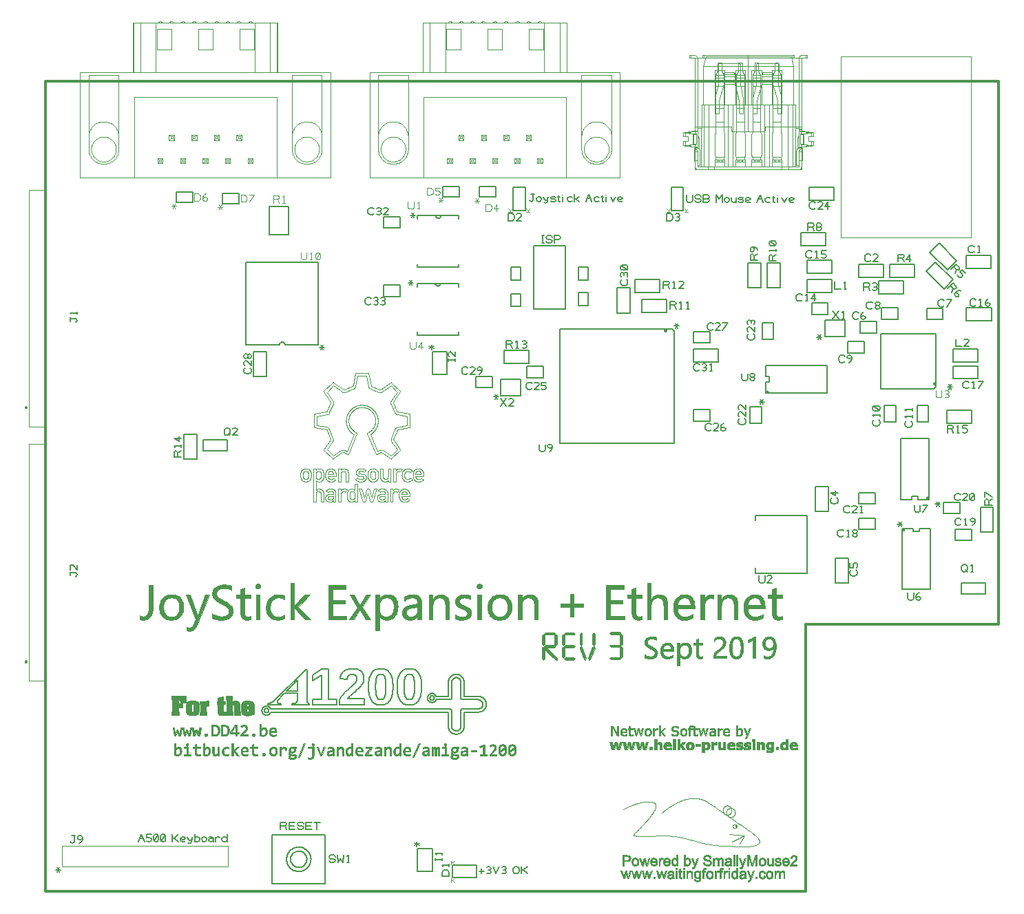
<source format=gbr>
G04 GENERATED BY PULSONIX 10.0 GERBER.DLL 7250*
G04 #@! TF.GenerationSoftware,Pulsonix,Pulsonix,10.0.7250*
G04 #@! TF.CreationDate,2019-09-22T12:23:24--1:00*
G04 #@! TF.Part,Single*
%FSLAX25Y25*%
%LPD*%
%MOIN*%
G04 #@! TF.FileFunction,Legend,Top*
G04 #@! TF.FilePolarity,Positive*
%ADD86C,0.00500*%
G04 #@! TA.AperFunction,NonMaterial*
%ADD89C,0.00500*%
%ADD90C,0.00600*%
G04 #@! TD.AperFunction*
%ADD91C,0.00300*%
G04 #@! TA.AperFunction,NonMaterial*
%ADD92C,0.00787*%
G04 #@! TD.AperFunction*
%ADD93C,0.00492*%
%ADD94C,0.00001*%
G04 #@! TA.AperFunction,Profile*
%ADD117C,0.01200*%
G04 #@! TA.AperFunction,NonMaterial*
%ADD119C,0.00001*%
G04 #@! TD.AperFunction*
%ADD138C,0.00394*%
G04 #@! TA.AperFunction,NonMaterial*
%ADD196C,0.00394*%
%ADD235C,0.00492*%
X0Y0D02*
D02*
D86*
X5118Y-381799D02*
X7471Y-381799D01*
X5706Y-382976D02*
X6883Y-380623D01*
X5706D02*
X6883Y-382976D01*
X14939Y-239859D02*
X15233Y-239565D01*
X15527Y-238977*
X15233Y-238388*
X14939Y-238094*
X11998*
Y-237506*
Y-238094D02*
X11998Y-239271D01*
X15527Y-234106D02*
X15527Y-236459D01*
X13468Y-234400*
X12880Y-234106*
X12292Y-234400*
X11998Y-234988*
Y-235871*
X12292Y-236459*
X14939Y-116721D02*
X15233Y-116427D01*
X15527Y-115839*
X15233Y-115251*
X14939Y-114957*
X11998*
Y-114368*
Y-114957D02*
X11998Y-116133D01*
X15527Y-112733D02*
X15527Y-111557D01*
Y-112145D02*
X11998Y-112145D01*
X12586Y-112733*
X12283Y-368372D02*
X12577Y-368667D01*
X13165Y-368961*
X13754Y-368667*
X14048Y-368372*
Y-365431*
X14636*
X14048D02*
X12871Y-365431D01*
X16565Y-368961D02*
X17154Y-368667D01*
X17742Y-368078*
X18036Y-367196*
Y-366314*
X17742Y-365725*
X17154Y-365431*
X16565*
X15977Y-365725*
X15683Y-366314*
X15977Y-366902*
X16565Y-367196*
X17154*
X17742Y-366902*
X18036Y-366314*
X45079Y-368212D02*
X46549Y-364683D01*
X48020Y-368212*
X45667Y-366742D02*
X47432Y-366742D01*
X49129Y-367918D02*
X49717Y-368212D01*
X50599*
X51188Y-367918*
X51482Y-367330*
Y-367036*
X51188Y-366447*
X50599Y-366153*
X49129*
Y-364683*
X51482*
X52823Y-367918D02*
X53411Y-368212D01*
X53999*
X54588Y-367918*
X54882Y-367330*
Y-365565*
X54588Y-364977*
X53999Y-364683*
X53411*
X52823Y-364977*
X52529Y-365565*
Y-367330*
X52823Y-367918*
X54588Y-364977*
X56223Y-367918D02*
X56811Y-368212D01*
X57399*
X57988Y-367918*
X58282Y-367330*
Y-365565*
X57988Y-364977*
X57399Y-364683*
X56811*
X56223Y-364977*
X55929Y-365565*
Y-367330*
X56223Y-367918*
X57988Y-364977*
X61479Y-368212D02*
X61479Y-364683D01*
Y-366447D02*
X62361Y-366447D01*
X64420Y-364683*
X62361Y-366447D02*
X64420Y-368212D01*
X67882Y-367918D02*
X67588Y-368212D01*
X66999*
X66411*
X65823Y-367918*
X65529Y-367330*
Y-366447*
X65823Y-366153*
X66411Y-365859*
X66999*
X67588Y-366153*
X67882Y-366447*
Y-366742*
X67588Y-367036*
X66999Y-367330*
X66411*
X65823Y-367036*
X65529Y-366742*
X68929Y-365859D02*
X69223Y-367036D01*
X69811Y-367624*
X70399*
X70988Y-367036*
X71282Y-365859*
X70988Y-367036D02*
X70693Y-368212D01*
X70399Y-368800*
X69811Y-369094*
X69223Y-368800*
X72329Y-367330D02*
X72623Y-367918D01*
X73211Y-368212*
X73799*
X74388Y-367918*
X74682Y-367330*
Y-366742*
X74388Y-366153*
X73799Y-365859*
X73211*
X72623Y-366153*
X72329Y-366742*
Y-368212D02*
X72329Y-364683D01*
X75729Y-367330D02*
X76023Y-367918D01*
X76611Y-368212*
X77199*
X77788Y-367918*
X78082Y-367330*
Y-366742*
X77788Y-366153*
X77199Y-365859*
X76611*
X76023Y-366153*
X75729Y-366742*
Y-367330*
X79129Y-366153D02*
X79717Y-365859D01*
X80599*
X81188Y-366153*
X81482Y-366742*
Y-367624*
X81188Y-367918*
X80599Y-368212*
X80011*
X79423Y-367918*
X79129Y-367624*
Y-367330*
X79423Y-367036*
X80011Y-366742*
X80599*
X81188Y-367036*
X81482Y-367330*
Y-367624D02*
X81482Y-368212D01*
X82529D02*
X82529Y-365859D01*
Y-366742D02*
X82823Y-366153D01*
X83411Y-365859*
X83999*
X84588Y-366153*
X87982Y-366742D02*
X87688Y-366153D01*
X87099Y-365859*
X86511*
X85923Y-366153*
X85629Y-366742*
Y-367330*
X85923Y-367918*
X86511Y-368212*
X87099*
X87688Y-367918*
X87982Y-367330*
Y-368212D02*
X87982Y-364683D01*
X65850Y-181851D02*
X62321Y-181851D01*
Y-179792*
X62615Y-179203*
X63203Y-178909*
X63791Y-179203*
X64085Y-179792*
Y-181851*
Y-179792D02*
X65850Y-178909D01*
Y-177212D02*
X65850Y-176036D01*
Y-176624D02*
X62321Y-176624D01*
X62909Y-177212*
X65850Y-172930D02*
X62321Y-172930D01*
X64673Y-174401*
Y-172048*
X86677Y-170234D02*
X86677Y-169057D01*
X86971Y-168469*
X87265Y-168175*
X87853Y-167881*
X88441*
X89030Y-168175*
X89324Y-168469*
X89618Y-169057*
Y-170234*
X89324Y-170822*
X89030Y-171116*
X88441Y-171410*
X87853*
X87265Y-171116*
X86971Y-170822*
X86677Y-170234*
X88736Y-170528D02*
X89618Y-171410D01*
X93080D02*
X90727Y-171410D01*
X92786Y-169351*
X93080Y-168763*
X92786Y-168175*
X92197Y-167881*
X91315*
X90727Y-168175*
X99199Y-138772D02*
X99493Y-139066D01*
X99787Y-139654*
Y-140536*
X99493Y-141124*
X99199Y-141419*
X98610Y-141713*
X97434*
X96846Y-141419*
X96552Y-141124*
X96258Y-140536*
Y-139654*
X96552Y-139066*
X96846Y-138772*
X99787Y-135310D02*
X99787Y-137663D01*
X97728Y-135604*
X97140Y-135310*
X96552Y-135604*
X96258Y-136192*
Y-137074*
X96552Y-137663*
X98022Y-133380D02*
X98022Y-132792D01*
X97728Y-132204*
X97140Y-131910*
X96552Y-132204*
X96258Y-132792*
Y-133380*
X96552Y-133969*
X97140Y-134263*
X97728Y-133969*
X98022Y-133380*
X98316Y-133969*
X98905Y-134263*
X99493Y-133969*
X99787Y-133380*
Y-132792*
X99493Y-132204*
X98905Y-131910*
X98316Y-132204*
X98022Y-132792*
X113976Y-362307D02*
X113976Y-358777D01*
X116035*
X116623Y-359071*
X116918Y-359660*
X116623Y-360248*
X116035Y-360542*
X113976*
X116035D02*
X116918Y-362307D01*
X118026D02*
X118026Y-358777D01*
X120968*
X120379Y-360542D02*
X118026Y-360542D01*
Y-362307D02*
X120968Y-362307D01*
X122076Y-361424D02*
X122371Y-362013D01*
X122959Y-362307*
X124135*
X124723Y-362013*
X125018Y-361424*
X124723Y-360836*
X124135Y-360542*
X122959*
X122371Y-360248*
X122076Y-359660*
X122371Y-359071*
X122959Y-358777*
X124135*
X124723Y-359071*
X125018Y-359660*
X126126Y-362307D02*
X126126Y-358777D01*
X129068*
X128479Y-360542D02*
X126126Y-360542D01*
Y-362307D02*
X129068Y-362307D01*
X131647D02*
X131647Y-358777D01*
X130176D02*
X133118Y-358777D01*
X132874Y-128847D02*
X135227Y-128847D01*
X133462Y-130023D02*
X134639Y-127670D01*
X133462D02*
X134639Y-130023D01*
X137402Y-377369D02*
X137696Y-377957D01*
X138284Y-378251*
X139460*
X140049Y-377957*
X140343Y-377369*
X140049Y-376781*
X139460Y-376487*
X138284*
X137696Y-376193*
X137402Y-375604*
X137696Y-375016*
X138284Y-374722*
X139460*
X140049Y-375016*
X140343Y-375604*
X141452Y-374722D02*
X141746Y-378251D01*
X142922Y-376487*
X144099Y-378251*
X144393Y-374722*
X146090Y-378251D02*
X147266Y-378251D01*
X146678D02*
X146678Y-374722D01*
X146090Y-375310*
X157784Y-107565D02*
X157490Y-107859D01*
X156901Y-108153*
X156019*
X155431Y-107859*
X155137Y-107565*
X154843Y-106977*
Y-105800*
X155137Y-105212*
X155431Y-104918*
X156019Y-104624*
X156901*
X157490Y-104918*
X157784Y-105212*
X159187Y-107859D02*
X159775Y-108153D01*
X160363*
X160951Y-107859*
X161245Y-107271*
X160951Y-106682*
X160363Y-106388*
X159775*
X160363D02*
X160951Y-106094D01*
X161245Y-105506*
X160951Y-104918*
X160363Y-104624*
X159775*
X159187Y-104918*
X162587Y-107859D02*
X163175Y-108153D01*
X163763*
X164351Y-107859*
X164645Y-107271*
X164351Y-106682*
X163763Y-106388*
X163175*
X163763D02*
X164351Y-106094D01*
X164645Y-105506*
X164351Y-104918*
X163763Y-104624*
X163175*
X162587Y-104918*
X159240Y-64100D02*
X158946Y-64394D01*
X158358Y-64689*
X157476*
X156887Y-64394*
X156593Y-64100*
X156299Y-63512*
Y-62336*
X156593Y-61747*
X156887Y-61453*
X157476Y-61159*
X158358*
X158946Y-61453*
X159240Y-61747*
X160643Y-64394D02*
X161232Y-64689D01*
X161820*
X162408Y-64394*
X162702Y-63806*
X162408Y-63218*
X161820Y-62924*
X161232*
X161820D02*
X162408Y-62630D01*
X162702Y-62041*
X162408Y-61453*
X161820Y-61159*
X161232*
X160643Y-61453*
X166102Y-64689D02*
X163749Y-64689D01*
X165808Y-62630*
X166102Y-62041*
X165808Y-61453*
X165220Y-61159*
X164337*
X163749Y-61453*
X175787Y-97547D02*
X178140Y-97547D01*
X176376Y-98724D02*
X177552Y-96371D01*
X176376D02*
X177552Y-98724D01*
X176772Y-64870D02*
X179125Y-64870D01*
X177360Y-66047D02*
X178536Y-63694D01*
X177360D02*
X178536Y-66047D01*
X179929Y-370664D02*
X179929Y-368311D01*
X181106Y-370076D02*
X178753Y-368899D01*
Y-370076D02*
X181106Y-368899D01*
X187134Y-129896D02*
X187134Y-127543D01*
X188311Y-129308D02*
X185958Y-128131D01*
Y-129308D02*
X188311Y-128131D01*
X192307Y-377400D02*
X192307Y-376224D01*
Y-376812D02*
X188777Y-376812D01*
Y-377400D02*
X188777Y-376224D01*
X192307Y-374662D02*
X192307Y-373486D01*
Y-374074D02*
X188777Y-374074D01*
X189365Y-374662*
X195584Y-384903D02*
X192055Y-384903D01*
Y-383139*
X192349Y-382550*
X192643Y-382256*
X193232Y-381962*
X194408*
X194996Y-382256*
X195290Y-382550*
X195584Y-383139*
Y-384903*
Y-380265D02*
X195584Y-379089D01*
Y-379677D02*
X192055Y-379677D01*
X192643Y-380265*
X198645Y-135491D02*
X198645Y-134314D01*
Y-134903D02*
X195116Y-134903D01*
Y-135491D02*
X195116Y-134314D01*
X198645Y-130988D02*
X198645Y-133341D01*
X196586Y-131282*
X195998Y-130988*
X195410Y-131282*
X195116Y-131870*
Y-132753*
X195410Y-133341*
X204595Y-141266D02*
X204301Y-141560D01*
X203712Y-141854*
X202830*
X202242Y-141560*
X201948Y-141266*
X201654Y-140677*
Y-139501*
X201948Y-138913*
X202242Y-138619*
X202830Y-138324*
X203712*
X204301Y-138619*
X204595Y-138913*
X208056Y-141854D02*
X205704Y-141854D01*
X207762Y-139795*
X208056Y-139207*
X207762Y-138619*
X207174Y-138324*
X206292*
X205704Y-138619*
X209986Y-141854D02*
X210574Y-141560D01*
X211162Y-140971*
X211456Y-140089*
Y-139207*
X211162Y-138619*
X210574Y-138324*
X209986*
X209398Y-138619*
X209104Y-139207*
X209398Y-139795*
X209986Y-140089*
X210574*
X211162Y-139795*
X211456Y-139207*
X210039Y-382587D02*
X212392Y-382587D01*
X211216Y-383763D02*
X211216Y-381410D01*
X213734Y-383469D02*
X214322Y-383763D01*
X214910*
X215498Y-383469*
X215792Y-382881*
X215498Y-382293*
X214910Y-381999*
X214322*
X214910D02*
X215498Y-381704D01*
X215792Y-381116*
X215498Y-380528*
X214910Y-380234*
X214322*
X213734Y-380528*
X216839Y-380234D02*
X218310Y-383763D01*
X219781Y-380234*
X221184Y-383469D02*
X221772Y-383763D01*
X222360*
X222948Y-383469*
X223242Y-382881*
X222948Y-382293*
X222360Y-381999*
X221772*
X222360D02*
X222948Y-381704D01*
X223242Y-381116*
X222948Y-380528*
X222360Y-380234*
X221772*
X221184Y-380528*
X226439Y-382587D02*
X226439Y-381410D01*
X226734Y-380822*
X227028Y-380528*
X227616Y-380234*
X228204*
X228792Y-380528*
X229086Y-380822*
X229381Y-381410*
Y-382587*
X229086Y-383175*
X228792Y-383469*
X228204Y-383763*
X227616*
X227028Y-383469*
X226734Y-383175*
X226439Y-382587*
X230489Y-383763D02*
X230489Y-380234D01*
Y-381999D02*
X231372Y-381999D01*
X233431Y-380234*
X231372Y-381999D02*
X233431Y-383763D01*
X217126Y-152666D02*
X219479Y-152666D01*
X217714Y-153842D02*
X218891Y-151489D01*
X217714D02*
X218891Y-153842D01*
X220354Y-157208D02*
X223296Y-153679D01*
X220354D02*
X223296Y-157208D01*
X226757D02*
X224404Y-157208D01*
X226463Y-155149*
X226757Y-154561*
X226463Y-153973*
X225875Y-153679*
X224993*
X224404Y-153973*
X223248Y-129118D02*
X223248Y-125588D01*
X225307*
X225895Y-125882*
X226189Y-126471*
X225895Y-127059*
X225307Y-127353*
X223248*
X225307D02*
X226189Y-129118D01*
X227886D02*
X229063Y-129118D01*
X228474D02*
X228474Y-125588D01*
X227886Y-126176*
X230992Y-128824D02*
X231580Y-129118D01*
X232169*
X232757Y-128824*
X233051Y-128235*
X232757Y-127647*
X232169Y-127353*
X231580*
X232169D02*
X232757Y-127059D01*
X233051Y-126471*
X232757Y-125882*
X232169Y-125588*
X231580*
X230992Y-125882*
X224225Y-67474D02*
X224225Y-63944D01*
X225990*
X226578Y-64238*
X226872Y-64532*
X227166Y-65121*
Y-66297*
X226872Y-66885*
X226578Y-67180*
X225990Y-67474*
X224225*
X230628D02*
X228275Y-67474D01*
X230334Y-65415*
X230628Y-64827*
X230334Y-64238*
X229746Y-63944*
X228863*
X228275Y-64238*
X235706Y-148746D02*
X235412Y-149040D01*
X234823Y-149334*
X233941*
X233353Y-149040*
X233059Y-148746*
X232765Y-148158*
Y-146981*
X233059Y-146393*
X233353Y-146099*
X233941Y-145805*
X234823*
X235412Y-146099*
X235706Y-146393*
X239168Y-149334D02*
X236815Y-149334D01*
X238873Y-147275*
X239168Y-146687*
X238873Y-146099*
X238285Y-145805*
X237403*
X236815Y-146099*
X240215Y-149040D02*
X240803Y-149334D01*
X241685*
X242273Y-149040*
X242568Y-148452*
Y-148158*
X242273Y-147569*
X241685Y-147275*
X240215*
Y-145805*
X242568*
X234449Y-57585D02*
X234743Y-57879D01*
X235331Y-58173*
X235919Y-57879*
X236214Y-57585*
Y-54643*
X236802*
X236214D02*
X235037Y-54643D01*
X237849Y-57290D02*
X238143Y-57879D01*
X238731Y-58173*
X239319*
X239908Y-57879*
X240202Y-57290*
Y-56702*
X239908Y-56114*
X239319Y-55820*
X238731*
X238143Y-56114*
X237849Y-56702*
Y-57290*
X241249Y-55820D02*
X241543Y-56996D01*
X242131Y-57585*
X242719*
X243308Y-56996*
X243602Y-55820*
X243308Y-56996D02*
X243014Y-58173D01*
X242719Y-58761*
X242131Y-59055*
X241543Y-58761*
X244649Y-57879D02*
X245237Y-58173D01*
X246414*
X247002Y-57879*
Y-57290*
X246414Y-56996*
X245237*
X244649Y-56702*
Y-56114*
X245237Y-55820*
X246414*
X247002Y-56114*
X248049Y-55820D02*
X249225Y-55820D01*
X248637Y-55232D02*
X248637Y-57879D01*
X248931Y-58173*
X249225*
X249519Y-57879*
X250549Y-58173D02*
X250549Y-55820D01*
Y-54937D02*
X250550Y-54938D01*
X255052Y-56114D02*
X254464Y-55820D01*
X253581*
X252993Y-56114*
X252699Y-56702*
Y-57290*
X252993Y-57879*
X253581Y-58173*
X254464*
X255052Y-57879*
X256099Y-58173D02*
X256099Y-54643D01*
Y-56996D02*
X256981Y-56996D01*
X258452Y-55820*
X256981Y-56996D02*
X258452Y-58173D01*
X261649D02*
X263119Y-54643D01*
X264590Y-58173*
X262237Y-56702D02*
X264002Y-56702D01*
X268052Y-56114D02*
X267464Y-55820D01*
X266581*
X265993Y-56114*
X265699Y-56702*
Y-57290*
X265993Y-57879*
X266581Y-58173*
X267464*
X268052Y-57879*
X269099Y-55820D02*
X270275Y-55820D01*
X269687Y-55232D02*
X269687Y-57879D01*
X269981Y-58173*
X270275*
X270569Y-57879*
X271599Y-58173D02*
X271599Y-55820D01*
Y-54937D02*
X271600Y-54938D01*
X273749Y-55820D02*
X274925Y-58173D01*
X276102Y-55820*
X279502Y-57879D02*
X279208Y-58173D01*
X278619*
X278031*
X277443Y-57879*
X277149Y-57290*
Y-56408*
X277443Y-56114*
X278031Y-55820*
X278619*
X279208Y-56114*
X279502Y-56408*
Y-56702*
X279208Y-56996*
X278619Y-57290*
X278031*
X277443Y-56996*
X277149Y-56702*
X240354Y-78251D02*
X241531Y-78251D01*
X240943D02*
X240943Y-74722D01*
X240354D02*
X241531Y-74722D01*
X242504Y-77369D02*
X242798Y-77957D01*
X243387Y-78251*
X244563*
X245151Y-77957*
X245446Y-77369*
X245151Y-76781*
X244563Y-76487*
X243387*
X242798Y-76193*
X242504Y-75604*
X242798Y-75016*
X243387Y-74722*
X244563*
X245151Y-75016*
X245446Y-75604*
X246554Y-78251D02*
X246554Y-74722D01*
X248613*
X249201Y-75016*
X249496Y-75604*
X249201Y-76193*
X248613Y-76487*
X246554*
X239184Y-175785D02*
X239184Y-178432D01*
X239478Y-179020*
X240066Y-179314*
X241243*
X241831Y-179020*
X242125Y-178432*
Y-175785*
X244116Y-179314D02*
X244704Y-179020D01*
X245293Y-178432*
X245587Y-177550*
Y-176667*
X245293Y-176079*
X244704Y-175785*
X244116*
X243528Y-176079*
X243234Y-176667*
X243528Y-177256*
X244116Y-177550*
X244704*
X245293Y-177256*
X245587Y-176667*
X281364Y-95921D02*
X281658Y-96215D01*
X281952Y-96803*
Y-97685*
X281658Y-98274*
X281364Y-98568*
X280776Y-98862*
X279599*
X279011Y-98568*
X278717Y-98274*
X278423Y-97685*
Y-96803*
X278717Y-96215*
X279011Y-95921*
X281658Y-94518D02*
X281952Y-93929D01*
Y-93341*
X281658Y-92753*
X281070Y-92459*
X280482Y-92753*
X280188Y-93341*
Y-93929*
Y-93341D02*
X279893Y-92753D01*
X279305Y-92459*
X278717Y-92753*
X278423Y-93341*
Y-93929*
X278717Y-94518*
X281658Y-91118D02*
X281952Y-90529D01*
Y-89941*
X281658Y-89353*
X281070Y-89059*
X279305*
X278717Y-89353*
X278423Y-89941*
Y-90529*
X278717Y-91118*
X279305Y-91412*
X281070*
X281658Y-91118*
X278717Y-89353*
X299291Y-100318D02*
X299291Y-96789D01*
X301350*
X301938Y-97083*
X302233Y-97671*
X301938Y-98260*
X301350Y-98554*
X299291*
X301350D02*
X302233Y-100318D01*
X303930D02*
X305106Y-100318D01*
X304518D02*
X304518Y-96789D01*
X303930Y-97377*
X309094Y-100318D02*
X306741Y-100318D01*
X308800Y-98260*
X309094Y-97671*
X308800Y-97083*
X308212Y-96789*
X307330*
X306741Y-97083*
X300800Y-67474D02*
X300800Y-63944D01*
X302564*
X303153Y-64238*
X303447Y-64532*
X303741Y-65121*
Y-66297*
X303447Y-66885*
X303153Y-67180*
X302564Y-67474*
X300800*
X305144Y-67180D02*
X305732Y-67474D01*
X306320*
X306909Y-67180*
X307203Y-66591*
X306909Y-66003*
X306320Y-65709*
X305732*
X306320D02*
X306909Y-65415D01*
X307203Y-64827*
X306909Y-64238*
X306320Y-63944*
X305732*
X305144Y-64238*
X302441Y-110161D02*
X302441Y-106632D01*
X304500*
X305088Y-106926*
X305382Y-107514*
X305088Y-108102*
X304500Y-108396*
X302441*
X304500D02*
X305382Y-110161D01*
X307079D02*
X308256Y-110161D01*
X307667D02*
X307667Y-106632D01*
X307079Y-107220*
X310479Y-110161D02*
X311656Y-110161D01*
X311067D02*
X311067Y-106632D01*
X310479Y-107220*
X304528Y-118414D02*
X306881Y-118414D01*
X305116Y-119590D02*
X306292Y-117237D01*
X305116D02*
X306292Y-119590D01*
X310433Y-55037D02*
X310433Y-57684D01*
X310727Y-58272*
X311315Y-58566*
X312492*
X313080Y-58272*
X313374Y-57684*
Y-55037*
X314483Y-57684D02*
X314777Y-58272D01*
X315365Y-58566*
X316542*
X317130Y-58272*
X317424Y-57684*
X317130Y-57096*
X316542Y-56802*
X315365*
X314777Y-56508*
X314483Y-55919*
X314777Y-55331*
X315365Y-55037*
X316542*
X317130Y-55331*
X317424Y-55919*
X320592Y-56802D02*
X321180Y-57096D01*
X321474Y-57684*
X321180Y-58272*
X320592Y-58566*
X318533*
Y-55037*
X320592*
X321180Y-55331*
X321474Y-55919*
X321180Y-56508*
X320592Y-56802*
X318533*
X324733Y-58566D02*
X324733Y-55037D01*
X326204Y-56802*
X327674Y-55037*
Y-58566*
X328783Y-57684D02*
X329077Y-58272D01*
X329665Y-58566*
X330254*
X330842Y-58272*
X331136Y-57684*
Y-57096*
X330842Y-56508*
X330254Y-56214*
X329665*
X329077Y-56508*
X328783Y-57096*
Y-57684*
X332183Y-56214D02*
X332183Y-57684D01*
X332477Y-58272*
X333065Y-58566*
X333654*
X334242Y-58272*
X334536Y-57684*
Y-56214D02*
X334536Y-58566D01*
X335583Y-58272D02*
X336171Y-58566D01*
X337348*
X337936Y-58272*
Y-57684*
X337348Y-57390*
X336171*
X335583Y-57096*
Y-56508*
X336171Y-56214*
X337348*
X337936Y-56508*
X341336Y-58272D02*
X341042Y-58566D01*
X340454*
X339865*
X339277Y-58272*
X338983Y-57684*
Y-56802*
X339277Y-56508*
X339865Y-56214*
X340454*
X341042Y-56508*
X341336Y-56802*
Y-57096*
X341042Y-57390*
X340454Y-57684*
X339865*
X339277Y-57390*
X338983Y-57096*
X344533Y-58566D02*
X346004Y-55037D01*
X347474Y-58566*
X345121Y-57096D02*
X346886Y-57096D01*
X350936Y-56508D02*
X350348Y-56214D01*
X349465*
X348877Y-56508*
X348583Y-57096*
Y-57684*
X348877Y-58272*
X349465Y-58566*
X350348*
X350936Y-58272*
X351983Y-56214D02*
X353160Y-56214D01*
X352571Y-55625D02*
X352571Y-58272D01*
X352865Y-58566*
X353160*
X353454Y-58272*
X354483Y-58566D02*
X354483Y-56214D01*
Y-55331D02*
X354484Y-55332D01*
X356633Y-56214D02*
X357810Y-58566D01*
X358986Y-56214*
X362386Y-58272D02*
X362092Y-58566D01*
X361504*
X360915*
X360327Y-58272*
X360033Y-57684*
Y-56802*
X360327Y-56508*
X360915Y-56214*
X361504*
X362092Y-56508*
X362386Y-56802*
Y-57096*
X362092Y-57390*
X361504Y-57684*
X360915*
X360327Y-57390*
X360033Y-57096*
X316678Y-139671D02*
X316384Y-139965D01*
X315796Y-140259*
X314913*
X314325Y-139965*
X314031Y-139671*
X313737Y-139083*
Y-137906*
X314031Y-137318*
X314325Y-137024*
X314913Y-136730*
X315796*
X316384Y-137024*
X316678Y-137318*
X318081Y-139965D02*
X318669Y-140259D01*
X319257*
X319846Y-139965*
X320140Y-139377*
X319846Y-138789*
X319257Y-138495*
X318669*
X319257D02*
X319846Y-138201D01*
X320140Y-137612*
X319846Y-137024*
X319257Y-136730*
X318669*
X318081Y-137024*
X321775Y-140259D02*
X322951Y-140259D01*
X322363D02*
X322363Y-136730D01*
X321775Y-137318*
X322485Y-168707D02*
X322191Y-169001D01*
X321603Y-169295*
X320720*
X320132Y-169001*
X319838Y-168707*
X319544Y-168118*
Y-166942*
X319838Y-166354*
X320132Y-166060*
X320720Y-165765*
X321603*
X322191Y-166060*
X322485Y-166354*
X325947Y-169295D02*
X323594Y-169295D01*
X325653Y-167236*
X325947Y-166648*
X325653Y-166060*
X325064Y-165765*
X324182*
X323594Y-166060*
X326994Y-168412D02*
X327288Y-167824D01*
X327876Y-167530*
X328464*
X329053Y-167824*
X329347Y-168412*
X329053Y-169001*
X328464Y-169295*
X327876*
X327288Y-169001*
X326994Y-168412*
Y-167530*
X327288Y-166648*
X327876Y-166060*
X328464Y-165765*
X323469Y-119888D02*
X323175Y-120182D01*
X322587Y-120476*
X321704*
X321116Y-120182*
X320822Y-119888*
X320528Y-119299*
Y-118123*
X320822Y-117535*
X321116Y-117241*
X321704Y-116946*
X322587*
X323175Y-117241*
X323469Y-117535*
X326931Y-120476D02*
X324578Y-120476D01*
X326637Y-118417*
X326931Y-117829*
X326637Y-117241*
X326049Y-116946*
X325166*
X324578Y-117241*
X327978Y-120476D02*
X330331Y-116946D01*
X327978*
X338569Y-163421D02*
X338863Y-163715D01*
X339157Y-164303*
Y-165185*
X338863Y-165774*
X338569Y-166068*
X337981Y-166362*
X336804*
X336216Y-166068*
X335922Y-165774*
X335628Y-165185*
Y-164303*
X335922Y-163715*
X336216Y-163421*
X339157Y-159959D02*
X339157Y-162312D01*
X337098Y-160253*
X336510Y-159959*
X335922Y-160253*
X335628Y-160841*
Y-161724*
X335922Y-162312*
X339157Y-156559D02*
X339157Y-158912D01*
X337098Y-156853*
X336510Y-156559*
X335922Y-156853*
X335628Y-157441*
Y-158324*
X335922Y-158912*
X337205Y-141454D02*
X337205Y-144101D01*
X337499Y-144690*
X338087Y-144984*
X339264*
X339852Y-144690*
X340146Y-144101*
Y-141454*
X342137Y-143219D02*
X342725Y-143219D01*
X343314Y-142925*
X343608Y-142337*
X343314Y-141749*
X342725Y-141454*
X342137*
X341549Y-141749*
X341255Y-142337*
X341549Y-142925*
X342137Y-143219*
X341549Y-143513*
X341255Y-144101*
X341549Y-144690*
X342137Y-144984*
X342725*
X343314Y-144690*
X343608Y-144101*
X343314Y-143513*
X342725Y-143219*
X344866Y-86584D02*
X341336Y-86584D01*
Y-84525*
X341630Y-83937*
X342219Y-83643*
X342807Y-83937*
X343101Y-84525*
Y-86584*
Y-84525D02*
X344866Y-83643D01*
Y-81651D02*
X344572Y-81063D01*
X343983Y-80475*
X343101Y-80181*
X342219*
X341630Y-80475*
X341336Y-81063*
Y-81651*
X341630Y-82240*
X342219Y-82534*
X342807Y-82240*
X343101Y-81651*
Y-81063*
X342807Y-80475*
X342219Y-80181*
X342887Y-122345D02*
X343181Y-122640D01*
X343476Y-123228*
Y-124110*
X343181Y-124698*
X342887Y-124992*
X342299Y-125287*
X341123*
X340534Y-124992*
X340240Y-124698*
X339946Y-124110*
Y-123228*
X340240Y-122640*
X340534Y-122345*
X343476Y-118884D02*
X343476Y-121237D01*
X341417Y-119178*
X340828Y-118884*
X340240Y-119178*
X339946Y-119766*
Y-120648*
X340240Y-121237*
X343181Y-117542D02*
X343476Y-116954D01*
Y-116366*
X343181Y-115778*
X342593Y-115484*
X342005Y-115778*
X341711Y-116366*
Y-116954*
Y-116366D02*
X341417Y-115778D01*
X340828Y-115484*
X340240Y-115778*
X339946Y-116366*
Y-116954*
X340240Y-117542*
X345472Y-239289D02*
X345472Y-241936D01*
X345767Y-242524*
X346355Y-242818*
X347531*
X348119Y-242524*
X348414Y-241936*
Y-239289*
X351875Y-242818D02*
X349522Y-242818D01*
X351581Y-240760*
X351875Y-240171*
X351581Y-239583*
X350993Y-239289*
X350111*
X349522Y-239583*
X345669Y-155225D02*
X348022Y-155225D01*
X346258Y-156401D02*
X347434Y-154048D01*
X346258D02*
X347434Y-156401D01*
X353921Y-87031D02*
X350391Y-87031D01*
Y-84972*
X350686Y-84384*
X351274Y-84090*
X351862Y-84384*
X352156Y-84972*
Y-87031*
Y-84972D02*
X353921Y-84090D01*
Y-82393D02*
X353921Y-81216D01*
Y-81805D02*
X350391Y-81805D01*
X350980Y-82393*
X353627Y-79287D02*
X353921Y-78699D01*
Y-78111*
X353627Y-77522*
X353038Y-77228*
X351274*
X350686Y-77522*
X350391Y-78111*
Y-78699*
X350686Y-79287*
X351274Y-79581*
X353038*
X353627Y-79287*
X350686Y-77522*
X366406Y-105833D02*
X366112Y-106127D01*
X365523Y-106421*
X364641*
X364053Y-106127*
X363759Y-105833*
X363465Y-105244*
Y-104068*
X363759Y-103480*
X364053Y-103186*
X364641Y-102891*
X365523*
X366112Y-103186*
X366406Y-103480*
X368103Y-106421D02*
X369279Y-106421D01*
X368691D02*
X368691Y-102891D01*
X368103Y-103480*
X372385Y-106421D02*
X372385Y-102891D01*
X370915Y-105244*
X373268*
X369291Y-72208D02*
X369291Y-68679D01*
X371350*
X371938Y-68973*
X372233Y-69561*
X371938Y-70149*
X371350Y-70444*
X369291*
X371350D02*
X372233Y-72208D01*
X374224Y-70444D02*
X374812Y-70444D01*
X375400Y-70149*
X375694Y-69561*
X375400Y-68973*
X374812Y-68679*
X374224*
X373635Y-68973*
X373341Y-69561*
X373635Y-70149*
X374224Y-70444*
X373635Y-70738*
X373341Y-71326*
X373635Y-71914*
X374224Y-72208*
X374812*
X375400Y-71914*
X375694Y-71326*
X375400Y-70738*
X374812Y-70444*
X373622Y-123925D02*
X375975Y-123925D01*
X374210Y-125102D02*
X375387Y-122749D01*
X374210D02*
X375387Y-125102D01*
X371245Y-85025D02*
X370951Y-85320D01*
X370363Y-85614*
X369480*
X368892Y-85320*
X368598Y-85025*
X368304Y-84437*
Y-83261*
X368598Y-82673*
X368892Y-82378*
X369480Y-82084*
X370363*
X370951Y-82378*
X371245Y-82673*
X372942Y-85614D02*
X374119Y-85614D01*
X373530D02*
X373530Y-82084D01*
X372942Y-82673*
X375754Y-85320D02*
X376342Y-85614D01*
X377225*
X377813Y-85320*
X378107Y-84731*
Y-84437*
X377813Y-83849*
X377225Y-83555*
X375754*
Y-82084*
X378107*
X383096Y-201753D02*
X383390Y-202047D01*
X383685Y-202635*
Y-203518*
X383390Y-204106*
X383096Y-204400*
X382508Y-204694*
X381332*
X380743Y-204400*
X380449Y-204106*
X380155Y-203518*
Y-202635*
X380449Y-202047*
X380743Y-201753*
X383685Y-199173D02*
X380155Y-199173D01*
X382508Y-200644*
Y-198291*
X372898Y-61305D02*
X372604Y-61599D01*
X372016Y-61893*
X371134*
X370545Y-61599*
X370251Y-61305*
X369957Y-60717*
Y-59540*
X370251Y-58952*
X370545Y-58658*
X371134Y-58364*
X372016*
X372604Y-58658*
X372898Y-58952*
X376360Y-61893D02*
X374007Y-61893D01*
X376066Y-59834*
X376360Y-59246*
X376066Y-58658*
X375478Y-58364*
X374595*
X374007Y-58658*
X378878Y-61893D02*
X378878Y-58364D01*
X377407Y-60717*
X379760*
X381102Y-114866D02*
X384044Y-111336D01*
X381102D02*
X384044Y-114866D01*
X385741D02*
X386917Y-114866D01*
X386329D02*
X386329Y-111336D01*
X385741Y-111924*
X382087Y-96966D02*
X382087Y-100496D01*
X385028*
X386725D02*
X387901Y-100496D01*
X387313D02*
X387313Y-96966D01*
X386725Y-97554*
X386996Y-135537D02*
X386702Y-135831D01*
X386114Y-136126*
X385232*
X384643Y-135831*
X384349Y-135537*
X384055Y-134949*
Y-133773*
X384349Y-133184*
X384643Y-132890*
X385232Y-132596*
X386114*
X386702Y-132890*
X386996Y-133184*
X388987Y-136126D02*
X389576Y-135831D01*
X390164Y-135243*
X390458Y-134361*
Y-133478*
X390164Y-132890*
X389576Y-132596*
X388987*
X388399Y-132890*
X388105Y-133478*
X388399Y-134067*
X388987Y-134361*
X389576*
X390164Y-134067*
X390458Y-133478*
X392545Y-236595D02*
X392839Y-236889D01*
X393133Y-237478*
Y-238360*
X392839Y-238948*
X392545Y-239242*
X391957Y-239536*
X390780*
X390192Y-239242*
X389898Y-238948*
X389604Y-238360*
Y-237478*
X389898Y-236889*
X390192Y-236595*
X392839Y-235486D02*
X393133Y-234898D01*
Y-234016*
X392839Y-233428*
X392251Y-233134*
X391957*
X391369Y-233428*
X391075Y-234016*
Y-235486*
X389604*
Y-233134*
X393689Y-114671D02*
X393395Y-114965D01*
X392807Y-115259*
X391924*
X391336Y-114965*
X391042Y-114671*
X390748Y-114083*
Y-112906*
X391042Y-112318*
X391336Y-112024*
X391924Y-111730*
X392807*
X393395Y-112024*
X393689Y-112318*
X394798Y-114377D02*
X395092Y-113789D01*
X395680Y-113495*
X396269*
X396857Y-113789*
X397151Y-114377*
X396857Y-114965*
X396269Y-115259*
X395680*
X395092Y-114965*
X394798Y-114377*
Y-113495*
X395092Y-112612*
X395680Y-112024*
X396269Y-111730*
X386383Y-220065D02*
X386088Y-220359D01*
X385500Y-220653*
X384618*
X384030Y-220359*
X383735Y-220065*
X383441Y-219477*
Y-218300*
X383735Y-217712*
X384030Y-217418*
X384618Y-217124*
X385500*
X386088Y-217418*
X386383Y-217712*
X388080Y-220653D02*
X389256Y-220653D01*
X388668D02*
X388668Y-217124D01*
X388080Y-217712*
X391774Y-218888D02*
X392362Y-218888D01*
X392950Y-218594*
X393244Y-218006*
X392950Y-217418*
X392362Y-217124*
X391774*
X391185Y-217418*
X390891Y-218006*
X391185Y-218594*
X391774Y-218888*
X391185Y-219182*
X390891Y-219771*
X391185Y-220359*
X391774Y-220653*
X392362*
X392950Y-220359*
X393244Y-219771*
X392950Y-219182*
X392362Y-218888*
X396260Y-101283D02*
X396260Y-97754D01*
X398319*
X398907Y-98048*
X399201Y-98636*
X398907Y-99224*
X398319Y-99518*
X396260*
X398319D02*
X399201Y-101283D01*
X400604Y-100989D02*
X401192Y-101283D01*
X401780*
X402369Y-100989*
X402663Y-100401*
X402369Y-99812*
X401780Y-99518*
X401192*
X401780D02*
X402369Y-99224D01*
X402663Y-98636*
X402369Y-98048*
X401780Y-97754*
X401192*
X400604Y-98048*
X389532Y-208451D02*
X389238Y-208745D01*
X388650Y-209039*
X387767*
X387179Y-208745*
X386885Y-208451*
X386591Y-207862*
Y-206686*
X386885Y-206098*
X387179Y-205804*
X387767Y-205509*
X388650*
X389238Y-205804*
X389532Y-206098*
X392994Y-209039D02*
X390641Y-209039D01*
X392700Y-206980*
X392994Y-206392*
X392700Y-205804*
X392112Y-205509*
X391229*
X390641Y-205804*
X394629Y-209039D02*
X395806Y-209039D01*
X395217D02*
X395217Y-205509D01*
X394629Y-206098*
X400579Y-109750D02*
X400285Y-110044D01*
X399697Y-110338*
X398814*
X398226Y-110044*
X397932Y-109750*
X397638Y-109162*
Y-107985*
X397932Y-107397*
X398226Y-107103*
X398814Y-106809*
X399697*
X400285Y-107103*
X400579Y-107397*
X402570Y-108573D02*
X403158Y-108573D01*
X403747Y-108279*
X404041Y-107691*
X403747Y-107103*
X403158Y-106809*
X402570*
X401982Y-107103*
X401688Y-107691*
X401982Y-108279*
X402570Y-108573*
X401982Y-108868*
X401688Y-109456*
X401982Y-110044*
X402570Y-110338*
X403158*
X403747Y-110044*
X404041Y-109456*
X403747Y-108868*
X403158Y-108573*
X399625Y-86600D02*
X399331Y-86894D01*
X398743Y-87189*
X397860*
X397272Y-86894*
X396978Y-86600*
X396684Y-86012*
Y-84836*
X396978Y-84247*
X397272Y-83953*
X397860Y-83659*
X398743*
X399331Y-83953*
X399625Y-84247*
X403087Y-87189D02*
X400734Y-87189D01*
X402793Y-85130*
X403087Y-84541*
X402793Y-83953*
X402204Y-83659*
X401322*
X400734Y-83953*
X403451Y-163988D02*
X403745Y-164282D01*
X404039Y-164870*
Y-165753*
X403745Y-166341*
X403451Y-166635*
X402862Y-166929*
X401686*
X401098Y-166635*
X400804Y-166341*
X400509Y-165753*
Y-164870*
X400804Y-164282*
X401098Y-163988*
X404039Y-162291D02*
X404039Y-161114D01*
Y-161703D02*
X400509Y-161703D01*
X401098Y-162291*
X403745Y-159185D02*
X404039Y-158597D01*
Y-158009*
X403745Y-157420*
X403157Y-157126*
X401392*
X400804Y-157420*
X400509Y-158009*
Y-158597*
X400804Y-159185*
X401392Y-159479*
X403157*
X403745Y-159185*
X400804Y-157420*
X412598Y-214477D02*
X414951Y-214477D01*
X413187Y-215653D02*
X414363Y-213300D01*
X413187D02*
X414363Y-215653D01*
X412795Y-87307D02*
X412795Y-83777D01*
X414854*
X415442Y-84071*
X415736Y-84660*
X415442Y-85248*
X414854Y-85542*
X412795*
X414854D02*
X415736Y-87307D01*
X418316D02*
X418316Y-83777D01*
X416845Y-86130*
X419198*
X417520Y-247754D02*
X417520Y-250401D01*
X417814Y-250989*
X418402Y-251283*
X419579*
X420167Y-250989*
X420461Y-250401*
Y-247754*
X421570Y-250401D02*
X421864Y-249812D01*
X422452Y-249518*
X423040*
X423629Y-249812*
X423923Y-250401*
X423629Y-250989*
X423040Y-251283*
X422452*
X421864Y-250989*
X421570Y-250401*
Y-249518*
X421864Y-248636*
X422452Y-248048*
X423040Y-247754*
X419199Y-164579D02*
X419493Y-164873D01*
X419787Y-165461*
Y-166343*
X419493Y-166931*
X419199Y-167226*
X418610Y-167520*
X417434*
X416846Y-167226*
X416552Y-166931*
X416258Y-166343*
Y-165461*
X416552Y-164873*
X416846Y-164579*
X419787Y-162881D02*
X419787Y-161705D01*
Y-162293D02*
X416258Y-162293D01*
X416846Y-162881*
X419787Y-159481D02*
X419787Y-158305D01*
Y-158893D02*
X416258Y-158893D01*
X416846Y-159481*
X420700Y-205116D02*
X420700Y-207763D01*
X420994Y-208351*
X421582Y-208645*
X422758*
X423347Y-208351*
X423641Y-207763*
Y-205116*
X424750Y-208645D02*
X427103Y-205116D01*
X424750*
X430906Y-204634D02*
X433258Y-204634D01*
X431494Y-205811D02*
X432670Y-203458D01*
X431494D02*
X432670Y-205811D01*
X436811Y-147941D02*
X439164Y-147941D01*
X437399Y-149118D02*
X438576Y-146765D01*
X437399D02*
X438576Y-149118D01*
X435255Y-108648D02*
X434961Y-108942D01*
X434373Y-109236*
X433490*
X432902Y-108942*
X432608Y-108648*
X432314Y-108059*
Y-106883*
X432608Y-106295*
X432902Y-106000*
X433490Y-105706*
X434373*
X434961Y-106000*
X435255Y-106295*
X436364Y-109236D02*
X438717Y-105706D01*
X436364*
X443099Y-202466D02*
X442805Y-202761D01*
X442216Y-203055*
X441334*
X440746Y-202761*
X440452Y-202466*
X440157Y-201878*
Y-200702*
X440452Y-200113*
X440746Y-199819*
X441334Y-199525*
X442216*
X442805Y-199819*
X443099Y-200113*
X446560Y-203055D02*
X444207Y-203055D01*
X446266Y-200996*
X446560Y-200408*
X446266Y-199819*
X445678Y-199525*
X444796*
X444207Y-199819*
X447902Y-202761D02*
X448490Y-203055D01*
X449078*
X449666Y-202761*
X449960Y-202172*
Y-200408*
X449666Y-199819*
X449078Y-199525*
X448490*
X447902Y-199819*
X447607Y-200408*
Y-202172*
X447902Y-202761*
X449666Y-199819*
X443304Y-214474D02*
X443010Y-214768D01*
X442422Y-215063*
X441539*
X440951Y-214768*
X440657Y-214474*
X440363Y-213886*
Y-212710*
X440657Y-212121*
X440951Y-211827*
X441539Y-211533*
X442422*
X443010Y-211827*
X443304Y-212121*
X445001Y-215063D02*
X446178Y-215063D01*
X445589D02*
X445589Y-211533D01*
X445001Y-212121*
X448695Y-215063D02*
X449284Y-214768D01*
X449872Y-214180*
X450166Y-213298*
Y-212415*
X449872Y-211827*
X449284Y-211533*
X448695*
X448107Y-211827*
X447813Y-212415*
X448107Y-213004*
X448695Y-213298*
X449284*
X449872Y-213004*
X450166Y-212415*
X440689Y-124781D02*
X440689Y-128311D01*
X443630*
X447092D02*
X444739Y-128311D01*
X446798Y-126252*
X447092Y-125664*
X446798Y-125075*
X446209Y-124781*
X445327*
X444739Y-125075*
X447233Y-148136D02*
X446938Y-148430D01*
X446350Y-148724*
X445468*
X444880Y-148430*
X444585Y-148136*
X444291Y-147547*
Y-146371*
X444585Y-145783*
X444880Y-145489*
X445468Y-145195*
X446350*
X446938Y-145489*
X447233Y-145783*
X448930Y-148724D02*
X450106Y-148724D01*
X449518D02*
X449518Y-145195D01*
X448930Y-145783*
X451741Y-148724D02*
X454094Y-145195D01*
X451741*
X436899Y-100203D02*
X439395Y-97707D01*
X440851Y-99163*
X441059Y-99787*
X440851Y-100411*
X440227Y-100619*
X439603Y-100411*
X438147Y-98955*
X439603Y-100411D02*
X438979Y-102282D01*
X440387Y-102443D02*
X441011Y-102235D01*
X441635Y-102443*
X442051Y-102859*
X442259Y-103482*
X442051Y-104106*
X441427Y-104314*
X440803Y-104106*
X440387Y-103690*
X440179Y-103067*
X440387Y-102443*
X441011Y-101819*
X441843Y-101403*
X442675*
X443299Y-101611*
X438474Y-90951D02*
X440970Y-88455D01*
X442425Y-89911*
X442633Y-90535*
X442425Y-91159*
X441802Y-91367*
X441178Y-91159*
X439722Y-89703*
X441178Y-91159D02*
X440554Y-93030D01*
X441546Y-93607D02*
X441754Y-94230D01*
X442378Y-94854*
X443002Y-95062*
X443625Y-94854*
X443833Y-94646*
X444041Y-94023*
X443833Y-93399*
X442794Y-92359*
X443833Y-91319*
X445497Y-92983*
X449732Y-82447D02*
X449438Y-82741D01*
X448850Y-83035*
X447968*
X447379Y-82741*
X447085Y-82447*
X446791Y-81859*
Y-80682*
X447085Y-80094*
X447379Y-79800*
X447968Y-79506*
X448850*
X449438Y-79800*
X449732Y-80094*
X451429Y-83035D02*
X452606Y-83035D01*
X452018D02*
X452018Y-79506D01*
X451429Y-80094*
X436689Y-170161D02*
X436689Y-166632D01*
X438748*
X439337Y-166926*
X439631Y-167514*
X439337Y-168102*
X438748Y-168396*
X436689*
X438748D02*
X439631Y-170161D01*
X441328D02*
X442504Y-170161D01*
X441916D02*
X441916Y-166632D01*
X441328Y-167220*
X444139Y-169867D02*
X444728Y-170161D01*
X445610*
X446198Y-169867*
X446492Y-169279*
Y-168984*
X446198Y-168396*
X445610Y-168102*
X444139*
Y-166632*
X446492*
X450598Y-108352D02*
X450304Y-108646D01*
X449716Y-108940*
X448834*
X448245Y-108646*
X447951Y-108352*
X447657Y-107764*
Y-106587*
X447951Y-105999*
X448245Y-105705*
X448834Y-105411*
X449716*
X450304Y-105705*
X450598Y-105999*
X452295Y-108940D02*
X453472Y-108940D01*
X452884D02*
X452884Y-105411D01*
X452295Y-105999*
X455107Y-108058D02*
X455401Y-107470D01*
X455989Y-107175*
X456578*
X457166Y-107470*
X457460Y-108058*
X457166Y-108646*
X456578Y-108940*
X455989*
X455401Y-108646*
X455107Y-108058*
Y-107175*
X455401Y-106293*
X455989Y-105705*
X456578Y-105411*
X443456Y-236386D02*
X443456Y-235210D01*
X443750Y-234621*
X444044Y-234327*
X444632Y-234033*
X445220*
X445808Y-234327*
X446103Y-234621*
X446397Y-235210*
Y-236386*
X446103Y-236974*
X445808Y-237268*
X445220Y-237563*
X444632*
X444044Y-237268*
X443750Y-236974*
X443456Y-236386*
X445514Y-236680D02*
X446397Y-237563D01*
X448094D02*
X449270Y-237563D01*
X448682D02*
X448682Y-234033D01*
X448094Y-234621*
X458448Y-205285D02*
X454919Y-205285D01*
Y-203226*
X455213Y-202638*
X455801Y-202343*
X456390Y-202638*
X456684Y-203226*
Y-205285*
Y-203226D02*
X458448Y-202343D01*
Y-201235D02*
X454919Y-198882D01*
Y-201235*
D02*
D89*
X73351Y-182957D02*
Y-170941D01*
X67043*
Y-182957*
X73351*
X76338Y-178804D02*
X88070D01*
Y-173562*
X76338*
Y-178804*
X107288Y-142819D02*
Y-130803D01*
X100980*
Y-142819*
X107288*
X163735Y-71044D02*
X171698D01*
Y-65570*
X163735*
Y-71044*
X163932Y-104115D02*
X171894D01*
Y-98641*
X163932*
Y-104115*
X180315Y-371575D02*
Y-382756D01*
X187402*
Y-371575*
X180315*
X187520Y-130807D02*
Y-141988D01*
X194606*
Y-130807*
X187520*
X208420Y-148406D02*
X216383D01*
Y-142932*
X208420*
Y-148406*
X208691Y-379668D02*
X197126D01*
Y-385573*
X208691*
Y-379668*
X220473Y-152165D02*
X230315D01*
Y-144291*
X220473*
Y-152165*
X222142Y-136619D02*
X234158D01*
Y-130311*
X222142*
Y-136619*
X226440Y-51132D02*
Y-62697D01*
X232345*
Y-51132*
X226440*
X229993Y-108914D02*
Y-102806D01*
X225406*
Y-108914*
X229993*
Y-96184D02*
Y-90076D01*
X225406*
Y-96184*
X229993*
X233027Y-143485D02*
X240989D01*
Y-138011*
X233027*
Y-143485*
X251654Y-110137D02*
Y-79665D01*
X236536*
Y-110137*
X251654*
X262816Y-108539D02*
Y-102432D01*
X258229*
Y-108539*
X262816*
Y-96184D02*
Y-90076D01*
X258229*
Y-96184*
X262816*
X276767Y-100094D02*
Y-112110D01*
X283075*
Y-100094*
X276767*
X285331Y-102367D02*
X297347D01*
Y-96059*
X285331*
Y-102367*
X288677Y-112012D02*
X300693D01*
Y-105704*
X288677*
Y-112012*
X300945Y-120630D02*
X300931Y-120507D01*
X300890Y-120391*
X300824Y-120286*
X300737Y-120199*
X300633Y-120133*
X300516Y-120093*
X300394Y-120079*
X300271Y-120093*
X300155Y-120133*
X300050Y-120199*
X299963Y-120286*
X299897Y-120391*
X299856Y-120507*
X299843Y-120630*
X299856Y-120752*
X299897Y-120869*
X299963Y-120973*
X300050Y-121061*
X300155Y-121126*
X300271Y-121167*
X300394Y-121181*
X300516Y-121167*
X300633Y-121126*
X300737Y-121061*
X300824Y-120973*
X300890Y-120869*
X300931Y-120752*
X300945Y-120630*
X300946Y-120631D02*
X300945Y-120630D02*
G36*
X300931Y-120507D01*
X300890Y-120391D01*
X300824Y-120286D01*
X300737Y-120199D01*
X300633Y-120133D01*
X300516Y-120093D01*
X300394Y-120079D01*
X300271Y-120093D01*
X300155Y-120133D01*
X300050Y-120199D01*
X299963Y-120286D01*
X299897Y-120391D01*
X299856Y-120507D01*
X299843Y-120630D01*
X299856Y-120752D01*
X299897Y-120869D01*
X299963Y-120973D01*
X300050Y-121061D01*
X300155Y-121126D01*
X300271Y-121167D01*
X300394Y-121181D01*
X300516Y-121167D01*
X300633Y-121126D01*
X300737Y-121061D01*
X300824Y-120973D01*
X300890Y-120869D01*
X300931Y-120752D01*
X300945Y-120630D01*
G37*
X303014Y-51132D02*
Y-62697D01*
X308920*
Y-51132*
X303014*
X304331Y-175197D02*
X249213D01*
Y-120079*
X303544*
X304331Y-120866*
Y-175197*
X321698Y-121279D02*
X313735D01*
Y-126753*
X321698*
Y-121279*
X321894Y-159074D02*
X313932D01*
Y-164548*
X321894*
Y-159074*
X325693Y-129523D02*
X313677D01*
Y-135831*
X325693*
Y-129523*
X340271Y-88067D02*
Y-100083D01*
X346579*
Y-88067*
X340271*
X341279Y-157613D02*
Y-165576D01*
X346753*
Y-157613*
X341279*
X343957Y-235693D02*
Y-238193D01*
X368957*
Y-210193*
X343957*
Y-212693*
X348918Y-137461D02*
X378484D01*
Y-151083*
X348918*
Y-145748*
X350394*
Y-142796*
X348918*
Y-137461*
X349130Y-150587D02*
X349144Y-150705D01*
X349187Y-150817*
X349255Y-150916*
X349344Y-150995*
X349450Y-151050*
X349566Y-151079*
X349686*
X349802Y-151050*
X349908Y-150995*
X349997Y-150916*
X350065Y-150817*
X350107Y-150705*
X350122Y-150587*
X350107Y-150468*
X350065Y-150356*
X349997Y-150258*
X349908Y-150178*
X349802Y-150123*
X349686Y-150094*
X349566*
X349450Y-150123*
X349344Y-150178*
X349255Y-150258*
X349187Y-150356*
X349144Y-150468*
X349130Y-150587*
X349131Y-150588D02*
X349130Y-150587D02*
G36*
X349144Y-150705D01*
X349187Y-150817D01*
X349255Y-150916D01*
X349344Y-150995D01*
X349450Y-151050D01*
X349566Y-151079D01*
X349686D01*
X349802Y-151050D01*
X349908Y-150995D01*
X349997Y-150916D01*
X350065Y-150817D01*
X350107Y-150705D01*
X350122Y-150587D01*
X350107Y-150468D01*
X350065Y-150356D01*
X349997Y-150258D01*
X349908Y-150178D01*
X349802Y-150123D01*
X349686Y-150094D01*
X349566D01*
X349450Y-150123D01*
X349344Y-150178D01*
X349255Y-150258D01*
X349187Y-150356D01*
X349144Y-150468D01*
X349130Y-150587D01*
G37*
X349523Y-88067D02*
Y-100083D01*
X355831*
Y-88067*
X349523*
X352461Y-125024D02*
Y-117062D01*
X346987*
Y-125024*
X352461*
X365961Y-79709D02*
X377976D01*
Y-73401*
X365961*
Y-79709*
X368913Y-102150D02*
X380929D01*
Y-95842*
X368913*
Y-102150*
X371019Y-112776D02*
X378981D01*
Y-107302*
X371019*
Y-112776*
X372948Y-196138D02*
Y-208154D01*
X379256*
Y-196138*
X372948*
X377362Y-123622D02*
X387204D01*
Y-115748*
X377362*
Y-123622*
X380831Y-86590D02*
X368815D01*
Y-92898*
X380831*
Y-86590*
X381914Y-51157D02*
X369898D01*
Y-57465*
X381914*
Y-51157*
X382397Y-230980D02*
Y-242996D01*
X388705*
Y-230980*
X382397*
X388460Y-131457D02*
X396422D01*
Y-125983*
X388460*
Y-131457*
X394562Y-121812D02*
X402524D01*
Y-116338*
X394562*
Y-121812*
X401737Y-211613D02*
X393775D01*
Y-217087*
X401737*
Y-211613*
Y-199212D02*
X393775D01*
Y-204686*
X401737*
Y-199212*
X403559Y-102937D02*
X415575D01*
Y-96629*
X403559*
Y-102937*
X404798Y-115119D02*
X412761D01*
Y-109645*
X404798*
Y-115119*
X405929Y-88559D02*
X393913D01*
Y-94867*
X405929*
Y-88559*
X408874Y-94867D02*
X420890D01*
Y-88559*
X408874*
Y-94867*
X411713Y-164788D02*
Y-156826D01*
X406239*
Y-164788*
X411713*
X414173Y-202559D02*
Y-172993D01*
X427795*
Y-202559*
X422460*
Y-201083*
X419508*
Y-202559*
X414173*
X415260Y-216709D02*
X415141Y-216723D01*
X415029Y-216765*
X414931Y-216833*
X414852Y-216923*
X414796Y-217029*
X414767Y-217145*
Y-217264*
X414796Y-217380*
X414852Y-217486*
X414931Y-217576*
X415029Y-217644*
X415141Y-217686*
X415260Y-217701*
X415379Y-217686*
X415490Y-217644*
X415589Y-217576*
X415668Y-217486*
X415724Y-217380*
X415752Y-217264*
Y-217145*
X415724Y-217029*
X415668Y-216923*
X415589Y-216833*
X415490Y-216765*
X415379Y-216723*
X415260Y-216709*
X415261Y-216710D02*
X415260Y-216709D02*
G36*
X415141Y-216723D01*
X415029Y-216765D01*
X414931Y-216833D01*
X414852Y-216923D01*
X414796Y-217029D01*
X414767Y-217145D01*
Y-217264D01*
X414796Y-217380D01*
X414852Y-217486D01*
X414931Y-217576D01*
X415029Y-217644D01*
X415141Y-217686D01*
X415260Y-217701D01*
X415379Y-217686D01*
X415490Y-217644D01*
X415589Y-217576D01*
X415668Y-217486D01*
X415724Y-217380D01*
X415752Y-217264D01*
Y-217145D01*
X415724Y-217029D01*
X415668Y-216923D01*
X415589Y-216833D01*
X415490Y-216765D01*
X415379Y-216723D01*
X415260Y-216709D01*
G37*
X427299Y-202347D02*
X427418Y-202332D01*
X427530Y-202290*
X427628Y-202222*
X427707Y-202132*
X427763Y-202026*
X427792Y-201910*
Y-201791*
X427763Y-201675*
X427707Y-201569*
X427628Y-201479*
X427530Y-201411*
X427418Y-201369*
X427299Y-201355*
X427181Y-201369*
X427069Y-201411*
X426970Y-201479*
X426891Y-201569*
X426835Y-201675*
X426807Y-201791*
Y-201910*
X426835Y-202026*
X426891Y-202132*
X426970Y-202222*
X427069Y-202290*
X427181Y-202332*
X427299Y-202347*
X427300Y-202348D02*
X427299Y-202347D02*
G36*
X427418Y-202332D01*
X427530Y-202290D01*
X427628Y-202222D01*
X427707Y-202132D01*
X427763Y-202026D01*
X427792Y-201910D01*
Y-201791D01*
X427763Y-201675D01*
X427707Y-201569D01*
X427628Y-201479D01*
X427530Y-201411D01*
X427418Y-201369D01*
X427299Y-201355D01*
X427181Y-201369D01*
X427069Y-201411D01*
X426970Y-201479D01*
X426891Y-201569D01*
X426835Y-201675D01*
X426807Y-201791D01*
Y-201910D01*
X426835Y-202026D01*
X426891Y-202132D01*
X426970Y-202222D01*
X427069Y-202290D01*
X427181Y-202332D01*
X427299Y-202347D01*
G37*
X427461Y-164788D02*
Y-156826D01*
X421987*
Y-164788*
X427461*
X428386Y-216497D02*
Y-246063D01*
X414764*
Y-216497*
X420099*
Y-217973*
X423051*
Y-216497*
X428386*
X434611Y-109842D02*
X426649D01*
Y-115316*
X434611*
Y-109842*
X434917Y-209410D02*
X442879D01*
Y-203936*
X434917*
Y-209410*
X439471Y-96093D02*
X430974Y-87596D01*
X426514Y-92057*
X435010Y-100553*
X439471Y-96093*
X439484Y-144079D02*
X451500D01*
Y-137771*
X439484*
Y-144079*
X439583Y-135811D02*
X451599D01*
Y-129503*
X439583*
Y-135811*
X440625Y-222402D02*
X448587D01*
Y-216928*
X440625*
Y-222402*
X441242Y-86841D02*
X432746Y-78344D01*
X428285Y-82805*
X436782Y-91301*
X441242Y-86841*
X445685Y-90536D02*
X457701D01*
Y-84228*
X445685*
Y-90536*
X445980Y-115930D02*
X457996D01*
Y-109622*
X445980*
Y-115930*
X448646Y-159425D02*
X436630D01*
Y-165733*
X448646*
Y-159425*
X452673Y-206374D02*
Y-218390D01*
X458981*
Y-206374*
X452673*
X455198Y-243007D02*
X443466D01*
Y-248249*
X455198*
Y-243007*
D02*
D90*
X180079Y-99493D02*
Y-97913D01*
X200079*
Y-99493*
X180276Y-66619D02*
Y-65039D01*
X200276*
Y-66619*
X188879Y-97913D02*
X188894Y-98101D01*
X188937Y-98284*
X189010Y-98458*
X189108Y-98619*
X189230Y-98762*
X189373Y-98884*
X189534Y-98983*
X189708Y-99055*
X189891Y-99099*
X190079Y-99113*
X190266Y-99099*
X190450Y-99055*
X190624Y-98983*
X190784Y-98884*
X190927Y-98762*
X191050Y-98619*
X191148Y-98458*
X191220Y-98284*
X191264Y-98101*
X191279Y-97913*
X189076Y-65039D02*
X189090Y-65227D01*
X189134Y-65410*
X189206Y-65584*
X189305Y-65745*
X189427Y-65888*
X189570Y-66010*
X189731Y-66109*
X189905Y-66181*
X190088Y-66225*
X190276Y-66239*
X190463Y-66225*
X190646Y-66181*
X190820Y-66109*
X190981Y-66010*
X191124Y-65888*
X191246Y-65745*
X191345Y-65584*
X191417Y-65410*
X191461Y-65227*
X191476Y-65039*
X200079Y-121333D02*
Y-122913D01*
X180079*
Y-121333*
X200276Y-88459D02*
Y-90039D01*
X180276*
Y-88459*
D02*
D91*
X196634Y-387839D02*
X196634Y-386074D01*
Y-386957D02*
X197075Y-386957D01*
X198105Y-386074*
X197075Y-386957D02*
X198105Y-387839D01*
X196634Y-379227D02*
X196634Y-377462D01*
Y-378344D02*
X197075Y-378344D01*
X198105Y-377462*
X197075Y-378344D02*
X198105Y-379227D01*
X225998Y-63189D02*
X224234Y-63189D01*
X225116D02*
X225116Y-62747D01*
X224234Y-61718*
X225116Y-62747D02*
X225998Y-61718D01*
X234611Y-63189D02*
X232846Y-63189D01*
X233728D02*
X233728Y-62747D01*
X232846Y-61718*
X233728Y-62747D02*
X234611Y-61718D01*
X302573Y-63189D02*
X300808Y-63189D01*
X301691D02*
X301691Y-62747D01*
X300808Y-61718*
X301691Y-62747D02*
X302573Y-61718D01*
X311185Y-63189D02*
X309421Y-63189D01*
X310303D02*
X310303Y-62747D01*
X309421Y-61718*
X310303Y-62747D02*
X311185Y-61718D01*
D02*
D92*
X-9260Y-281484D02*
X-9362Y-281471D01*
X-9457Y-281431*
X-9538Y-281369*
X-9601Y-281287*
X-9640Y-281192*
X-9654Y-281091*
X-9640Y-280989*
X-9601Y-280894*
X-9538Y-280812*
X-9457Y-280750*
X-9362Y-280710*
X-9260Y-280697*
Y-281484D02*
X-9158Y-281471D01*
X-9063Y-281431*
X-8981Y-281369*
X-8919Y-281287*
X-8880Y-281192*
X-8866Y-281091*
X-8880Y-280989*
X-8919Y-280894*
X-8981Y-280812*
X-9063Y-280750*
X-9158Y-280710*
X-9260Y-280697*
Y-158346D02*
X-9362Y-158333D01*
X-9457Y-158294*
X-9538Y-158231*
X-9601Y-158150*
X-9640Y-158055*
X-9654Y-157953*
X-9640Y-157851*
X-9601Y-157756*
X-9538Y-157674*
X-9457Y-157612*
X-9362Y-157572*
X-9260Y-157559*
Y-158346D02*
X-9158Y-158333D01*
X-9063Y-158294*
X-8981Y-158231*
X-8919Y-158150*
X-8880Y-158055*
X-8866Y-157953*
X-8880Y-157851*
X-8919Y-157756*
X-8981Y-157674*
X-9063Y-157612*
X-9158Y-157572*
X-9260Y-157559*
X63504Y-53622D02*
X71378D01*
Y-58543*
X63504*
Y-53622*
X85945Y-54213D02*
X93819D01*
Y-59134*
X85945*
Y-54213*
X97264Y-87677D02*
Y-127677D01*
X113321*
X113335Y-127472*
X113379Y-127271*
X113451Y-127078*
X113550Y-126897*
X113673Y-126732*
X113819Y-126587*
X113984Y-126463*
X114164Y-126365*
X114357Y-126293*
X114558Y-126249*
X114764Y-126234*
X114969Y-126249*
X115170Y-126293*
X115363Y-126365*
X115544Y-126463*
X115709Y-126587*
X115854Y-126732*
X115978Y-126897*
X116076Y-127078*
X116148Y-127271*
X116192Y-127472*
X116207Y-127677*
X132264*
Y-87677*
X97264*
X108167Y-304700D02*
X108157Y-304767D01*
X108145Y-304834*
X108133Y-304901*
X108119Y-304967*
X108102Y-305031*
X108083Y-305095*
X108060Y-305156*
X108032Y-305216*
X108000Y-305274*
X107964Y-305329*
X107923Y-305382*
X107878Y-305432*
X107829Y-305479*
X107778Y-305524*
X107723Y-305564*
X107666Y-305602*
X107607Y-305635*
X107546Y-305665*
X107484Y-305691*
X107420Y-305713*
X107355Y-305731*
X107290Y-305745*
X107223Y-305754*
X107156Y-305760*
X107089Y-305761*
X107022Y-305758*
X106955Y-305750*
X106889Y-305738*
X106824Y-305722*
X106759Y-305702*
X106696Y-305679*
X106635Y-305651*
X106575Y-305619*
X106518Y-305583*
X106463Y-305544*
X106411Y-305502*
X106362Y-305456*
X106315Y-305408*
X106272Y-305356*
X106232Y-305302*
X106196Y-305245*
X106163Y-305186*
X106134Y-305126*
X106109Y-305063*
X106088Y-304999*
X106071Y-304934*
X106059Y-304868*
X106050Y-304801*
X106046Y-304734*
Y-304666*
X106050Y-304599*
X106059Y-304532*
X106071Y-304466*
X106088Y-304401*
X106109Y-304337*
X106134Y-304275*
X106163Y-304214*
X106196Y-304155*
X106232Y-304098*
X106272Y-304044*
X106315Y-303993*
X106362Y-303944*
X106411Y-303898*
X106463Y-303856*
X106518Y-303817*
X106575Y-303781*
X106635Y-303749*
X106696Y-303722*
X106759Y-303698*
X106824Y-303678*
X106889Y-303662*
X106955Y-303650*
X107022Y-303642*
X107089Y-303639*
X107156Y-303640*
X107223Y-303646*
X107290Y-303655*
X107355Y-303669*
X107420Y-303687*
X107484Y-303709*
X107546Y-303735*
X107607Y-303765*
X107666Y-303798*
X107723Y-303836*
X107778Y-303877*
X107829Y-303921*
X107878Y-303968*
X107923Y-304018*
X107964Y-304071*
X108000Y-304126*
X108032Y-304184*
X108060Y-304244*
X108083Y-304306*
X108102Y-304369*
X108119Y-304434*
X108133Y-304499*
X108145Y-304566*
X108157Y-304633*
X108167Y-304700*
X108386Y-74350D02*
Y-60650D01*
X117835*
Y-74350*
X108386*
X109961Y-364941D02*
X135551D01*
Y-388563*
X109961*
Y-364941*
X121839Y-300459D02*
X121895Y-300332D01*
X121919Y-300277*
X121934Y-300241*
X121949Y-300204*
X121964Y-300167*
X121978Y-300130*
X121991Y-300093*
X122004Y-300056*
X122017Y-300019*
X122028Y-299981*
X122039Y-299943*
X122049Y-299905*
X122059Y-299866*
X122068Y-299828*
X122076Y-299789*
X122084Y-299750*
X122094Y-299692*
X122104Y-299633*
X122112Y-299574*
X122119Y-299515*
X122128Y-299436*
X122138Y-299337*
X122145Y-299238*
X122151Y-299159*
X122159Y-299021*
X122168Y-298823*
X122177Y-298546*
X122198Y-296415*
X115729*
X114467Y-297703*
X113045Y-299105*
X112910Y-299262*
X112864Y-299318*
X112799Y-299399*
X112761Y-299448*
X112724Y-299497*
X112693Y-299539*
X112663Y-299582*
X112629Y-299633*
X112601Y-299677*
X112569Y-299730*
X112542Y-299774*
X112492Y-299865*
X112452Y-299938*
X112410Y-300036*
X112388Y-300092*
X112374Y-300131*
X112362Y-300172*
X112353Y-300206*
X112347Y-300235*
X112340Y-300271*
X112334Y-300312*
X112330Y-300354*
X112327Y-300413*
X112325Y-300509*
X112339Y-300574*
X112345Y-300603*
X112353Y-300631*
X112359Y-300652*
X112364Y-300665*
X112369Y-300679*
X112374Y-300692*
X112380Y-300705*
X112390Y-300725*
X112397Y-300738*
X112404Y-300750*
X112412Y-300762*
X112424Y-300781*
X112437Y-300798*
X112446Y-300810*
X112456Y-300821*
X112470Y-300838*
X112485Y-300854*
X112506Y-300875*
X112528Y-300895*
X112549Y-300915*
X112577Y-300938*
X112606Y-300961*
X112653Y-300996*
X112748Y-301063*
X112847Y-301111*
X112897Y-301135*
X112935Y-301152*
X112986Y-301174*
X113011Y-301184*
X113050Y-301199*
X113076Y-301208*
X113102Y-301217*
X113128Y-301226*
X113168Y-301238*
X113208Y-301248*
X113248Y-301258*
X113302Y-301270*
X113356Y-301281*
X113411Y-301290*
X113466Y-301299*
X113548Y-301310*
X113644Y-301321*
X113754Y-301332*
X113933Y-301346*
X114071Y-301355*
X114092Y-301782*
X107818*
X107953Y-301355*
X108153Y-301321*
X108275Y-301299*
X108352Y-301283*
X108428Y-301266*
X108489Y-301252*
X108549Y-301237*
X108595Y-301225*
X108655Y-301207*
X108700Y-301194*
X108744Y-301180*
X108804Y-301160*
X108848Y-301144*
X108892Y-301128*
X108935Y-301111*
X108964Y-301099*
X109007Y-301081*
X109064Y-301056*
X109121Y-301030*
X109178Y-301003*
X109248Y-300969*
X109415Y-300884*
X109600Y-300759*
X109678Y-300705*
X109731Y-300669*
X109809Y-300614*
X109861Y-300577*
X109913Y-300540*
X109964Y-300502*
X110015Y-300464*
X110066Y-300426*
X110116Y-300387*
X110166Y-300348*
X110216Y-300308*
X110266Y-300268*
X110315Y-300227*
X110363Y-300186*
X110412Y-300145*
X110460Y-300104*
X110508Y-300062*
X110556Y-300020*
X110628Y-299956*
X110698Y-299892*
X110746Y-299849*
X110839Y-299762*
X110932Y-299675*
X111071Y-299544*
X111187Y-299434*
X111347Y-299279*
X111575Y-299057*
X111803Y-298834*
X125988Y-284783*
X126685*
X126684Y-298397*
X126693Y-299348*
X126702Y-299673*
X126717Y-299823*
X126728Y-299918*
X126737Y-299986*
X126745Y-300040*
X126752Y-300081*
X126760Y-300121*
X126769Y-300162*
X126775Y-300188*
X126785Y-300229*
X126795Y-300269*
X126803Y-300295*
X126811Y-300321*
X126824Y-300361*
X126838Y-300400*
X126849Y-300425*
X126859Y-300451*
X126870Y-300476*
X126882Y-300501*
X126894Y-300525*
X126907Y-300549*
X126920Y-300573*
X126934Y-300597*
X126948Y-300620*
X126964Y-300642*
X126971Y-300654*
X126987Y-300676*
X127003Y-300698*
X127020Y-300719*
X127037Y-300741*
X127055Y-300762*
X127073Y-300783*
X127109Y-300824*
X127183Y-300906*
X127245Y-300961*
X127279Y-300990*
X127314Y-301019*
X127344Y-301042*
X127368Y-301060*
X127399Y-301082*
X127418Y-301094*
X127443Y-301110*
X127469Y-301125*
X127496Y-301139*
X127516Y-301150*
X127537Y-301159*
X127558Y-301168*
X127578Y-301176*
X127600Y-301184*
X127621Y-301191*
X127643Y-301197*
X127672Y-301205*
X127708Y-301213*
X127760Y-301223*
X127835Y-301235*
X127826Y-301782*
X119392*
X119541Y-301355*
X120447Y-301280*
X120557Y-301269*
X120635Y-301261*
X120697Y-301253*
X120759Y-301244*
X120806Y-301237*
X120852Y-301229*
X120914Y-301218*
X121006Y-301199*
X121082Y-301182*
X121159Y-301143*
X121207Y-301118*
X121244Y-301096*
X121281Y-301075*
X121308Y-301058*
X121335Y-301040*
X121353Y-301028*
X121370Y-301015*
X121387Y-301002*
X121404Y-300989*
X121420Y-300975*
X121445Y-300954*
X121461Y-300940*
X121477Y-300925*
X121492Y-300910*
X121515Y-300887*
X121530Y-300872*
X121552Y-300848*
X121574Y-300824*
X121595Y-300799*
X121622Y-300766*
X121642Y-300741*
X121668Y-300707*
X121700Y-300663*
X121737Y-300611*
X121797Y-300522*
X121839Y-300459*
X122147Y-295413D02*
X122288Y-289989D01*
X116747Y-295413*
X122147*
X122756Y-372815D02*
X122413Y-372830D01*
X122072Y-372875*
X121737Y-372949*
X121409Y-373052*
X121092Y-373184*
X120787Y-373342*
X120498Y-373527*
X120225Y-373736*
X119972Y-373968*
X119740Y-374221*
X119531Y-374494*
X119346Y-374783*
X119188Y-375088*
X119056Y-375405*
X118953Y-375733*
X118879Y-376068*
X118834Y-376409*
X118819Y-376752*
X118834Y-377095*
X118879Y-377436*
X118953Y-377771*
X119056Y-378099*
X119188Y-378416*
X119346Y-378720*
X119531Y-379010*
X119740Y-379283*
X119972Y-379536*
X120225Y-379768*
X120498Y-379977*
X120787Y-380162*
X121092Y-380320*
X121409Y-380452*
X121737Y-380555*
X122072Y-380629*
X122413Y-380674*
X122756Y-380689*
X123099Y-380674*
X123440Y-380629*
X123775Y-380555*
X124102Y-380452*
X124420Y-380320*
X124724Y-380162*
X125014Y-379977*
X125287Y-379768*
X125540Y-379536*
X125772Y-379283*
X125981Y-379010*
X126165Y-378720*
X126324Y-378416*
X126455Y-378099*
X126559Y-377771*
X126633Y-377436*
X126678Y-377095*
X126693Y-376752*
X126678Y-376409*
X126633Y-376068*
X126559Y-375733*
X126455Y-375405*
X126324Y-375088*
X126165Y-374783*
X125981Y-374494*
X125772Y-374221*
X125540Y-373968*
X125287Y-373736*
X125014Y-373527*
X124724Y-373342*
X124420Y-373184*
X124102Y-373052*
X123775Y-372949*
X123440Y-372875*
X123099Y-372830*
X122756Y-372815*
Y-370846D02*
X122335Y-370861D01*
X121915Y-370907*
X121501Y-370981*
X121092Y-371086*
X120692Y-371219*
X120303Y-371380*
X119926Y-371569*
X119563Y-371784*
X119217Y-372024*
X118889Y-372289*
X118580Y-372576*
X118293Y-372885*
X118028Y-373213*
X117788Y-373559*
X117573Y-373922*
X117384Y-374299*
X117223Y-374688*
X117090Y-375088*
X116985Y-375497*
X116910Y-375912*
X116865Y-376331*
X116850Y-376752*
X116865Y-377173*
X116911Y-377592*
X116985Y-378007*
X117090Y-378416*
X117223Y-378816*
X117384Y-379205*
X117573Y-379582*
X117788Y-379945*
X118028Y-380291*
X118293Y-380619*
X118580Y-380928*
X118889Y-381215*
X119217Y-381480*
X119563Y-381720*
X119926Y-381935*
X120303Y-382124*
X120692Y-382285*
X121092Y-382418*
X121501Y-382523*
X121916Y-382597*
X122335Y-382642*
X122756Y-382657*
X123177Y-382642*
X123596Y-382597*
X124011Y-382523*
X124420Y-382418*
X124820Y-382285*
X125209Y-382124*
X125586Y-381935*
X125949Y-381720*
X126295Y-381480*
X126623Y-381215*
X126932Y-380928*
X127219Y-380619*
X127484Y-380291*
X127724Y-379945*
X127939Y-379582*
X128128Y-379205*
X128289Y-378816*
X128422Y-378416*
X128526Y-378007*
X128601Y-377592*
X128646Y-377173*
X128661Y-376752*
X128646Y-376331*
X128601Y-375911*
X128526Y-375497*
X128422Y-375088*
X128289Y-374688*
X128128Y-374299*
X127939Y-373922*
X127724Y-373559*
X127483Y-373213*
X127219Y-372885*
X126932Y-372576*
X126623Y-372289*
X126295Y-372024*
X125949Y-371784*
X125586Y-371569*
X125209Y-371380*
X124820Y-371219*
X124420Y-371086*
X124011Y-370981*
X123596Y-370907*
X123177Y-370861*
X122756Y-370846*
X129420Y-301837D02*
X141016D01*
Y-299295*
X137087*
Y-284695*
X133838*
X129556Y-287482*
Y-290173*
X133661Y-287604*
Y-299295*
X129420*
Y-301837*
X142565D02*
X154555D01*
Y-299023*
X146603*
X146793Y-298629*
X147038Y-298262*
X147310Y-297895*
X147636Y-297541*
X148003Y-297188*
X148383Y-296848*
X148778Y-296508*
X149185Y-296168*
X150056Y-295475*
X150953Y-294768*
X151388Y-294401*
X151809Y-294020*
X152217Y-293626*
X152598Y-293232*
X152951Y-292811*
X153264Y-292362*
X153549Y-291913*
X153807Y-291438*
X153916Y-291193*
X154011Y-290935*
X154093Y-290676*
X154161Y-290404*
X154215Y-290133*
X154256Y-289847*
X154283Y-289249*
X154256Y-288705*
X154188Y-288175*
X154066Y-287686*
X153902Y-287224*
X153699Y-286788*
X153440Y-286394*
X153141Y-286027*
X152801Y-285701*
X152421Y-285416*
X151986Y-285157*
X151510Y-284940*
X151007Y-284763*
X150450Y-284614*
X149852Y-284518*
X149226Y-284464*
X148547Y-284437*
X147840Y-284464*
X147187Y-284532*
X146589Y-284654*
X146045Y-284817*
X145529Y-285035*
X145080Y-285280*
X144659Y-285551*
X144292Y-285878*
X143966Y-286218*
X143666Y-286598*
X143422Y-287006*
X143218Y-287427*
X143041Y-287876*
X142905Y-288352*
X142796Y-288828*
X142715Y-289331*
X146154Y-289521*
X146208Y-289235*
X146263Y-288964*
X146344Y-288719*
X146426Y-288488*
X146521Y-288270*
X146643Y-288080*
X146766Y-287903*
X146902Y-287754*
X147051Y-287604*
X147405Y-287387*
X147609Y-287305*
X147826Y-287237*
X148057Y-287196*
X148302Y-287169*
X148574Y-287156*
X148832Y-287169*
X149090Y-287196*
X149321Y-287237*
X149539Y-287291*
X149743Y-287373*
X149933Y-287468*
X150096Y-287577*
X150246Y-287699*
X150382Y-287849*
X150491Y-288012*
X150599Y-288202*
X150681Y-288406*
X150735Y-288624*
X150776Y-288868*
X150803Y-289127*
X150817Y-289399*
Y-289602*
X150790Y-289793*
X150749Y-289969*
X150708Y-290160*
X150640Y-290336*
X150558Y-290527*
X150477Y-290703*
X150368Y-290880*
X150123Y-291220*
X149852Y-291574*
X149539Y-291913*
X149199Y-292253*
X148818Y-292607*
X148424Y-292960*
X148003Y-293314*
X147568Y-293681*
X147119Y-294061*
X146657Y-294442*
X146195Y-294850*
X145746Y-295271*
X145284Y-295720*
X144849Y-296182*
X144414Y-296658*
X143993Y-297161*
X143585Y-297691*
X143218Y-298248*
X142878Y-298846*
X142565Y-299471*
Y-301837*
X168380Y-292620D02*
X168353Y-292022D01*
X168312Y-291438*
X168271Y-290894*
X168203Y-290364*
X168135Y-289874*
X168040Y-289412*
X167931Y-288977*
X167822Y-288556*
X167700Y-288161*
X167551Y-287794*
X167415Y-287441*
X167252Y-287115*
X167075Y-286816*
X166898Y-286530*
X166708Y-286258*
X166300Y-285796*
X166082Y-285592*
X165851Y-285402*
X165620Y-285239*
X165362Y-285089*
X165117Y-284953*
X164845Y-284845*
X164302Y-284668*
X163731Y-284546*
X163133Y-284464*
X162521Y-284437*
X161868Y-284464*
X161243Y-284546*
X160645Y-284668*
X160088Y-284845*
X159816Y-284953*
X159558Y-285089*
X159299Y-285239*
X159055Y-285402*
X158823Y-285592*
X158606Y-285796*
X158198Y-286258*
X158008Y-286530*
X157818Y-286816*
X157654Y-287115*
X157491Y-287441*
X157342Y-287794*
X157206Y-288161*
X157083Y-288556*
X156975Y-288977*
X156866Y-289412*
X156784Y-289874*
X156703Y-290364*
X156648Y-290894*
X156608Y-291438*
X156567Y-292022*
X156553Y-292620*
X156540Y-293259*
X156553Y-293871*
X156567Y-294442*
X156608Y-294999*
X156648Y-295529*
X156716Y-296046*
X156784Y-296522*
X156880Y-296984*
X156975Y-297419*
X157097Y-297827*
X157219Y-298221*
X157355Y-298588*
X157505Y-298941*
X157654Y-299268*
X157831Y-299580*
X158008Y-299866*
X158198Y-300138*
X158388Y-300396*
X158606Y-300627*
X158823Y-300844*
X159041Y-301035*
X159286Y-301211*
X159530Y-301375*
X159789Y-301511*
X160047Y-301633*
X160332Y-301742*
X160604Y-301823*
X160890Y-301905*
X161189Y-301973*
X161787Y-302054*
X162100Y-302081*
X162738*
X163051Y-302054*
X163364Y-302014*
X163663Y-301973*
X163962Y-301905*
X164247Y-301823*
X164519Y-301728*
X164805Y-301633*
X165321Y-301361*
X165580Y-301198*
X165811Y-301021*
X166042Y-300831*
X166273Y-300613*
X166477Y-300382*
X166885Y-299866*
X167061Y-299567*
X167238Y-299254*
X167401Y-298928*
X167551Y-298574*
X167687Y-298207*
X167809Y-297813*
X167931Y-297405*
X168040Y-296970*
X168122Y-296508*
X168203Y-296032*
X168271Y-295529*
X168312Y-294999*
X168353Y-294442*
X168380Y-293857*
Y-292620*
X164954Y-293259D02*
Y-293694D01*
X164941Y-294102*
Y-294496*
X164913Y-294877*
X164900Y-295244*
X164873Y-295584*
X164845Y-295896*
X164818Y-296209*
X164778Y-296494*
X164737Y-296766*
X164682Y-297025*
X164628Y-297269*
X164574Y-297500*
X164519Y-297704*
X164451Y-297908*
X164370Y-298098*
X164207Y-298425*
X164030Y-298697*
X163826Y-298928*
X163595Y-299104*
X163350Y-299227*
X163078Y-299322*
X162779Y-299376*
X162453Y-299390*
X162127Y-299376*
X161814Y-299322*
X161542Y-299227*
X161284Y-299104*
X161066Y-298928*
X160863Y-298697*
X160686Y-298425*
X160523Y-298098*
X160455Y-297908*
X160387Y-297704*
X160332Y-297500*
X160278Y-297269*
X160224Y-297025*
X160169Y-296766*
X160128Y-296494*
X160101Y-296209*
X160074Y-295896*
X160047Y-295584*
X160020Y-295244*
X160006Y-294877*
X159979Y-294496*
Y-294102*
X159965Y-293694*
Y-293259*
Y-292824*
X159979Y-292403*
Y-292009*
X159992Y-291628*
X160020Y-291261*
X160033Y-290921*
X160060Y-290595*
X160088Y-290282*
X160128Y-289997*
X160169Y-289725*
X160210Y-289466*
X160264Y-289222*
X160319Y-288991*
X160387Y-288773*
X160441Y-288583*
X160523Y-288393*
X160672Y-288066*
X160863Y-287794*
X161066Y-287577*
X161298Y-287400*
X161556Y-287278*
X161841Y-287183*
X162154Y-287128*
X162507Y-287115*
X162820Y-287128*
X163119Y-287183*
X163391Y-287278*
X163636Y-287400*
X163867Y-287563*
X164057Y-287781*
X164234Y-288053*
X164397Y-288379*
X164465Y-288556*
X164533Y-288760*
X164587Y-288964*
X164642Y-289195*
X164696Y-289439*
X164750Y-289698*
X164791Y-289969*
X164818Y-290255*
X164859Y-290568*
X164886Y-290894*
X164900Y-291234*
X164927Y-291601*
X164941Y-291995*
Y-292389*
X164954Y-292811*
Y-293259*
X182232Y-292620D02*
X182205Y-292022D01*
X182164Y-291438*
X182123Y-290894*
X182055Y-290364*
X181987Y-289874*
X181892Y-289412*
X181783Y-288977*
X181675Y-288556*
X181552Y-288161*
X181403Y-287794*
X181267Y-287441*
X181104Y-287115*
X180927Y-286816*
X180750Y-286530*
X180560Y-286258*
X180152Y-285796*
X179935Y-285592*
X179703Y-285402*
X179472Y-285239*
X179214Y-285089*
X178969Y-284953*
X178698Y-284845*
X178154Y-284668*
X177583Y-284546*
X176985Y-284464*
X176373Y-284437*
X175720Y-284464*
X175095Y-284546*
X174497Y-284668*
X173940Y-284845*
X173668Y-284953*
X173410Y-285089*
X173151Y-285239*
X172907Y-285402*
X172676Y-285592*
X172458Y-285796*
X172050Y-286258*
X171860Y-286530*
X171670Y-286816*
X171506Y-287115*
X171343Y-287441*
X171194Y-287794*
X171058Y-288161*
X170936Y-288556*
X170827Y-288977*
X170718Y-289412*
X170636Y-289874*
X170555Y-290364*
X170500Y-290894*
X170460Y-291438*
X170419Y-292022*
X170405Y-292620*
X170392Y-293259*
X170405Y-293871*
X170419Y-294442*
X170460Y-294999*
X170500Y-295529*
X170568Y-296046*
X170636Y-296522*
X170732Y-296984*
X170827Y-297419*
X170949Y-297827*
X171071Y-298221*
X171207Y-298588*
X171357Y-298941*
X171506Y-299268*
X171683Y-299580*
X171860Y-299866*
X172050Y-300138*
X172240Y-300396*
X172458Y-300627*
X172676Y-300844*
X172893Y-301035*
X173138Y-301211*
X173382Y-301375*
X173641Y-301511*
X173899Y-301633*
X174184Y-301742*
X174456Y-301823*
X174742Y-301905*
X175041Y-301973*
X175639Y-302054*
X175952Y-302081*
X176590*
X176903Y-302054*
X177216Y-302014*
X177515Y-301973*
X177814Y-301905*
X178099Y-301823*
X178371Y-301728*
X178657Y-301633*
X179173Y-301361*
X179432Y-301198*
X179663Y-301021*
X179894Y-300831*
X180125Y-300613*
X180329Y-300382*
X180737Y-299866*
X180913Y-299567*
X181090Y-299254*
X181253Y-298928*
X181403Y-298574*
X181539Y-298207*
X181661Y-297813*
X181783Y-297405*
X181892Y-296970*
X181974Y-296508*
X182055Y-296032*
X182123Y-295529*
X182164Y-294999*
X182205Y-294442*
X182232Y-293857*
Y-292620*
X178806Y-293259D02*
Y-293694D01*
X178793Y-294102*
Y-294496*
X178766Y-294877*
X178752Y-295244*
X178725Y-295584*
X178698Y-295896*
X178670Y-296209*
X178630Y-296494*
X178589Y-296766*
X178534Y-297025*
X178480Y-297269*
X178426Y-297500*
X178371Y-297704*
X178303Y-297908*
X178222Y-298098*
X178059Y-298425*
X177882Y-298697*
X177678Y-298928*
X177447Y-299104*
X177202Y-299227*
X176930Y-299322*
X176631Y-299376*
X176305Y-299390*
X175979Y-299376*
X175666Y-299322*
X175394Y-299227*
X175136Y-299104*
X174918Y-298928*
X174715Y-298697*
X174538Y-298425*
X174375Y-298098*
X174307Y-297908*
X174239Y-297704*
X174184Y-297500*
X174130Y-297269*
X174076Y-297025*
X174021Y-296766*
X173980Y-296494*
X173953Y-296209*
X173926Y-295896*
X173899Y-295584*
X173872Y-295244*
X173858Y-294877*
X173831Y-294496*
Y-294102*
X173817Y-293694*
Y-293259*
Y-292824*
X173831Y-292403*
Y-292009*
X173845Y-291628*
X173872Y-291261*
X173885Y-290921*
X173913Y-290595*
X173940Y-290282*
X173980Y-289997*
X174021Y-289725*
X174062Y-289466*
X174116Y-289222*
X174171Y-288991*
X174239Y-288773*
X174293Y-288583*
X174375Y-288393*
X174524Y-288066*
X174715Y-287794*
X174918Y-287577*
X175150Y-287400*
X175408Y-287278*
X175693Y-287183*
X176006Y-287128*
X176359Y-287115*
X176672Y-287128*
X176971Y-287183*
X177243Y-287278*
X177488Y-287400*
X177719Y-287563*
X177909Y-287781*
X178086Y-288053*
X178249Y-288379*
X178317Y-288556*
X178385Y-288760*
X178439Y-288964*
X178494Y-289195*
X178548Y-289439*
X178602Y-289698*
X178643Y-289969*
X178670Y-290255*
X178711Y-290568*
X178738Y-290894*
X178752Y-291234*
X178779Y-291601*
X178793Y-291995*
Y-292389*
X178806Y-292811*
Y-293259*
X188349Y-298592D02*
X188338Y-298659D01*
X188327Y-298727*
X188315Y-298793*
X188301Y-298859*
X188284Y-298923*
X188265Y-298987*
X188241Y-299048*
X188214Y-299108*
X188182Y-299166*
X188146Y-299221*
X188105Y-299274*
X188060Y-299324*
X188011Y-299372*
X187959Y-299416*
X187905Y-299456*
X187848Y-299494*
X187789Y-299527*
X187728Y-299557*
X187666Y-299583*
X187602Y-299605*
X187537Y-299623*
X187472Y-299637*
X187405Y-299647*
X187338Y-299652*
X187271Y-299653*
X187204Y-299650*
X187137Y-299642*
X187071Y-299631*
X187005Y-299615*
X186941Y-299595*
X186878Y-299571*
X186817Y-299543*
X186757Y-299511*
X186700Y-299476*
X186645Y-299437*
X186593Y-299394*
X186544Y-299348*
X186497Y-299300*
X186454Y-299248*
X186414Y-299194*
X186378Y-299137*
X186345Y-299079*
X186316Y-299018*
X186291Y-298955*
X186270Y-298891*
X186253Y-298826*
X186241Y-298760*
X186232Y-298693*
X186228Y-298626*
Y-298559*
X186232Y-298491*
X186241Y-298425*
X186253Y-298358*
X186270Y-298293*
X186291Y-298229*
X186316Y-298167*
X186345Y-298106*
X186378Y-298047*
X186414Y-297990*
X186454Y-297936*
X186497Y-297885*
X186544Y-297836*
X186593Y-297790*
X186645Y-297748*
X186700Y-297709*
X186757Y-297673*
X186817Y-297642*
X186878Y-297614*
X186941Y-297590*
X187005Y-297570*
X187071Y-297554*
X187137Y-297542*
X187204Y-297535*
X187271Y-297531*
X187338Y-297532*
X187405Y-297538*
X187471Y-297548*
X187537Y-297561*
X187602Y-297579*
X187666Y-297601*
X187728Y-297627*
X187789Y-297657*
X187848Y-297691*
X187905Y-297728*
X187959Y-297769*
X188011Y-297813*
X188060Y-297860*
X188105Y-297910*
X188146Y-297963*
X188182Y-298018*
X188214Y-298076*
X188241Y-298136*
X188265Y-298198*
X188284Y-298261*
X188301Y-298326*
X188315Y-298391*
X188327Y-298458*
X188338Y-298525*
X188349Y-298592*
X189319Y-297798D02*
X195148D01*
Y-290966*
X195187Y-290722*
X195207Y-290601*
X195228Y-290479*
X195250Y-290359*
X195273Y-290239*
X195298Y-290119*
X195324Y-290001*
X195353Y-289883*
X195384Y-289767*
X195418Y-289651*
X195455Y-289537*
X195495Y-289425*
X195539Y-289314*
X195586Y-289205*
X195638Y-289097*
X195694Y-288992*
X195754Y-288888*
X195818Y-288787*
X195886Y-288687*
X195959Y-288591*
X196035Y-288496*
X196115Y-288404*
X196198Y-288315*
X196284Y-288228*
X196373Y-288144*
X196466Y-288062*
X196561Y-287984*
X196658Y-287908*
X196758Y-287836*
X196860Y-287767*
X196964Y-287701*
X197071Y-287638*
X197178Y-287579*
X197288Y-287523*
X197399Y-287471*
X197511Y-287422*
X197625Y-287377*
X197740Y-287335*
X197856Y-287297*
X197973Y-287263*
X198090Y-287232*
X198209Y-287205*
X198328Y-287182*
X198448Y-287162*
X198569Y-287146*
X198689Y-287135*
X198810Y-287127*
X198931Y-287123*
X199053*
X199174Y-287127*
X199295Y-287135*
X199415Y-287146*
X199536Y-287162*
X199656Y-287182*
X199775Y-287205*
X199894Y-287232*
X200011Y-287263*
X200128Y-287297*
X200244Y-287335*
X200359Y-287377*
X200473Y-287422*
X200585Y-287471*
X200696Y-287523*
X200806Y-287579*
X200913Y-287638*
X201019Y-287701*
X201124Y-287767*
X201226Y-287836*
X201326Y-287908*
X201423Y-287984*
X201518Y-288062*
X201611Y-288144*
X201700Y-288228*
X201786Y-288315*
X201869Y-288404*
X201949Y-288496*
X202025Y-288591*
X202098Y-288687*
X202166Y-288787*
X202230Y-288888*
X202290Y-288992*
X202346Y-289097*
X202398Y-289205*
X202445Y-289314*
X202489Y-289425*
X202529Y-289537*
X202566Y-289651*
X202599Y-289767*
X202631Y-289883*
X202660Y-290001*
X202686Y-290119*
X202711Y-290239*
X202734Y-290359*
X202756Y-290479*
X202777Y-290601*
X202797Y-290722*
X202835Y-290966*
Y-297798*
X209668*
X209911Y-297837*
X210033Y-297857*
X210154Y-297878*
X210275Y-297899*
X210395Y-297923*
X210514Y-297947*
X210633Y-297974*
X210751Y-298003*
X210867Y-298034*
X210982Y-298068*
X211096Y-298105*
X211209Y-298145*
X211320Y-298189*
X211429Y-298236*
X211536Y-298287*
X211642Y-298343*
X211746Y-298403*
X211847Y-298468*
X211946Y-298536*
X212043Y-298608*
X212137Y-298685*
X212230Y-298764*
X212319Y-298847*
X212406Y-298934*
X212490Y-299023*
X212571Y-299115*
X212650Y-299210*
X212725Y-299308*
X212798Y-299408*
X212867Y-299510*
X212933Y-299614*
X212995Y-299720*
X213055Y-299828*
X213111Y-299937*
X213163Y-300048*
X213212Y-300161*
X213257Y-300274*
X213299Y-300389*
X213337Y-300505*
X213371Y-300622*
X213402Y-300740*
X213429Y-300859*
X213452Y-300978*
X213471Y-301098*
X213487Y-301218*
X213499Y-301339*
X213507Y-301460*
X213511Y-301581*
Y-301702*
X213507Y-301823*
X213499Y-301944*
X213487Y-302065*
X213471Y-302185*
X213452Y-302305*
X213429Y-302425*
X213402Y-302543*
X213371Y-302661*
X213337Y-302778*
X213299Y-302894*
X213257Y-303009*
X213212Y-303122*
X213163Y-303235*
X213111Y-303346*
X213055Y-303455*
X212995Y-303563*
X212933Y-303669*
X212867Y-303773*
X212798Y-303876*
X212725Y-303975*
X212650Y-304073*
X212571Y-304168*
X212490Y-304260*
X212406Y-304350*
X212319Y-304436*
X212230Y-304519*
X212137Y-304599*
X212043Y-304675*
X211946Y-304747*
X211847Y-304816*
X211745Y-304880*
X211642Y-304940*
X211536Y-304996*
X211429Y-305047*
X211320Y-305095*
X211209Y-305138*
X211096Y-305178*
X210982Y-305215*
X210867Y-305249*
X210751Y-305280*
X210633Y-305309*
X210514Y-305336*
X210395Y-305361*
X210275Y-305384*
X210154Y-305406*
X210033Y-305427*
X209911Y-305447*
X209790Y-305466*
X209668Y-305485*
X202835*
Y-312317*
X202797Y-312561*
X202777Y-312683*
X202756Y-312804*
X202734Y-312925*
X202711Y-313045*
X202686Y-313164*
X202660Y-313283*
X202631Y-313400*
X202599Y-313517*
X202566Y-313632*
X202529Y-313746*
X202489Y-313858*
X202445Y-313969*
X202398Y-314079*
X202346Y-314186*
X202290Y-314292*
X202230Y-314395*
X202166Y-314497*
X202098Y-314596*
X202025Y-314693*
X201949Y-314787*
X201869Y-314879*
X201786Y-314969*
X201700Y-315056*
X201611Y-315140*
X201518Y-315221*
X201423Y-315299*
X201326Y-315375*
X201226Y-315447*
X201124Y-315516*
X201020Y-315583*
X200913Y-315645*
X200806Y-315704*
X200696Y-315760*
X200585Y-315813*
X200473Y-315861*
X200359Y-315907*
X200244Y-315948*
X200128Y-315986*
X200011Y-316021*
X199894Y-316051*
X199775Y-316079*
X199656Y-316102*
X199536Y-316121*
X199415Y-316137*
X199295Y-316149*
X199174Y-316157*
X199053Y-316160*
X198931*
X198810Y-316157*
X198689Y-316149*
X198569Y-316137*
X198448Y-316121*
X198328Y-316102*
X198209Y-316079*
X198090Y-316051*
X197973Y-316021*
X197856Y-315986*
X197740Y-315948*
X197625Y-315907*
X197511Y-315861*
X197399Y-315813*
X197288Y-315760*
X197178Y-315704*
X197071Y-315645*
X196964Y-315583*
X196860Y-315516*
X196758Y-315447*
X196658Y-315375*
X196561Y-315299*
X196466Y-315221*
X196373Y-315140*
X196284Y-315056*
X196198Y-314969*
X196115Y-314879*
X196035Y-314787*
X195959Y-314693*
X195886Y-314596*
X195818Y-314497*
X195754Y-314395*
X195694Y-314292*
X195638Y-314186*
X195586Y-314079*
X195539Y-313969*
X195495Y-313858*
X195455Y-313746*
X195418Y-313632*
X195384Y-313517*
X195353Y-313400*
X195324Y-313283*
X195298Y-313164*
X195273Y-313045*
X195250Y-312925*
X195228Y-312804*
X195207Y-312683*
X195187Y-312561*
X195148Y-312317*
Y-305485*
X109137*
X109103Y-305572*
X109042Y-305678*
X108980Y-305782*
X108917Y-305884*
X108850Y-305985*
X108780Y-306082*
X108705Y-306175*
X108625Y-306263*
X108538Y-306346*
X108446Y-306423*
X108349Y-306495*
X108247Y-306561*
X108141Y-306621*
X108033Y-306675*
X107921Y-306723*
X107807Y-306764*
X107692Y-306800*
X107574Y-306829*
X107456Y-306852*
X107336Y-306868*
X107216Y-306878*
X107096Y-306880*
X106975Y-306876*
X106854Y-306865*
X106734Y-306848*
X106615Y-306824*
X106497Y-306793*
X106381Y-306756*
X106268Y-306712*
X106157Y-306663*
X106049Y-306607*
X105944Y-306546*
X105843Y-306478*
X105746Y-306405*
X105654Y-306327*
X105565Y-306243*
X105482Y-306155*
X105403Y-306063*
X105330Y-305966*
X105263Y-305865*
X105201Y-305761*
X105145Y-305653*
X105095Y-305542*
X105052Y-305429*
X105014Y-305313*
X104983Y-305196*
X104959Y-305077*
X104941Y-304957*
X104930Y-304836*
X104926Y-304714*
X104929Y-304593*
X104938Y-304472*
X104954Y-304352*
X104977Y-304232*
X105006Y-304114*
X105042Y-303998*
X105084Y-303884*
X105133Y-303773*
X105187Y-303665*
X105248Y-303559*
X105314Y-303458*
X105386Y-303360*
X105463Y-303267*
X105545Y-303177*
X105632Y-303093*
X105724Y-303013*
X105820Y-302939*
X105920Y-302870*
X106024Y-302807*
X106131Y-302750*
X106241Y-302699*
X106355Y-302654*
X106470Y-302615*
X106587Y-302583*
X106706Y-302557*
X106826Y-302538*
X106946Y-302526*
X107067Y-302520*
X107188Y-302521*
X107308Y-302530*
X107428Y-302544*
X107546Y-302566*
X107664Y-302593*
X107780Y-302627*
X107894Y-302667*
X108007Y-302712*
X108118Y-302763*
X108225Y-302820*
X108330Y-302882*
X108430Y-302950*
X108526Y-303023*
X108616Y-303102*
X108701Y-303186*
X108780Y-303275*
X108854Y-303369*
X108923Y-303467*
X108989Y-303568*
X109052Y-303671*
X109114Y-303775*
X109174Y-303881*
X195951*
X196039Y-303895*
X196077Y-303902*
X196114Y-303909*
X196139Y-303914*
X196176Y-303923*
X196200Y-303930*
X196224Y-303937*
X196248Y-303944*
X196272Y-303953*
X196295Y-303962*
X196307Y-303967*
X196318Y-303972*
X196341Y-303983*
X196352Y-303988*
X196363Y-303994*
X196385Y-304007*
X196396Y-304013*
X196407Y-304020*
X196428Y-304034*
X196448Y-304050*
X196468Y-304065*
X196488Y-304082*
X196498Y-304091*
X196516Y-304108*
X196525Y-304117*
X196534Y-304127*
X196543Y-304136*
X196552Y-304146*
X196568Y-304165*
X196584Y-304185*
X196599Y-304206*
X196606Y-304216*
X196614Y-304227*
X196620Y-304238*
X196627Y-304249*
X196633Y-304260*
X196639Y-304271*
X196645Y-304282*
X196651Y-304293*
X196662Y-304316*
X196672Y-304339*
X196681Y-304362*
X196685Y-304374*
X196693Y-304397*
X196700Y-304421*
X196707Y-304446*
X196713Y-304470*
X196719Y-304495*
X196725Y-304519*
X196734Y-304569*
X196747Y-304645*
X196753Y-304683*
Y-312317*
X196775Y-312459*
X196787Y-312530*
X196799Y-312601*
X196812Y-312671*
X196825Y-312741*
X196840Y-312811*
X196855Y-312880*
X196872Y-312948*
X196890Y-313016*
X196910Y-313083*
X196932Y-313150*
X196955Y-313215*
X196981Y-313280*
X197008Y-313343*
X197038Y-313406*
X197071Y-313468*
X197106Y-313528*
X197143Y-313587*
X197183Y-313645*
X197225Y-313701*
X197269Y-313756*
X197316Y-313810*
X197364Y-313862*
X197414Y-313913*
X197466Y-313962*
X197520Y-314009*
X197576Y-314055*
X197632Y-314099*
X197691Y-314141*
X197750Y-314181*
X197811Y-314219*
X197873Y-314256*
X197935Y-314290*
X197999Y-314323*
X198064Y-314353*
X198129Y-314382*
X198196Y-314408*
X198262Y-314432*
X198330Y-314455*
X198398Y-314475*
X198467Y-314493*
X198536Y-314508*
X198605Y-314522*
X198675Y-314533*
X198745Y-314542*
X198816Y-314549*
X198886Y-314554*
X198957Y-314556*
X199027*
X199098Y-314554*
X199168Y-314549*
X199239Y-314542*
X199309Y-314533*
X199379Y-314522*
X199448Y-314508*
X199517Y-314493*
X199586Y-314475*
X199654Y-314455*
X199722Y-314432*
X199788Y-314408*
X199855Y-314382*
X199920Y-314353*
X199985Y-314323*
X200048Y-314290*
X200111Y-314256*
X200173Y-314219*
X200234Y-314181*
X200293Y-314141*
X200352Y-314099*
X200408Y-314055*
X200464Y-314009*
X200517Y-313962*
X200569Y-313913*
X200620Y-313862*
X200668Y-313810*
X200715Y-313756*
X200759Y-313701*
X200801Y-313645*
X200841Y-313587*
X200878Y-313528*
X200913Y-313468*
X200946Y-313406*
X200976Y-313343*
X201003Y-313280*
X201029Y-313215*
X201052Y-313150*
X201074Y-313083*
X201094Y-313016*
X201112Y-312948*
X201128Y-312880*
X201144Y-312811*
X201159Y-312741*
X201172Y-312671*
X201185Y-312601*
X201197Y-312530*
X201208Y-312459*
X201231Y-312317*
Y-304683*
X201245Y-304594*
X201252Y-304557*
X201259Y-304519*
X201267Y-304482*
X201274Y-304458*
X201280Y-304433*
X201287Y-304409*
X201295Y-304386*
X201303Y-304362*
X201312Y-304339*
X201322Y-304316*
X201327Y-304304*
X201339Y-304282*
X201344Y-304271*
X201357Y-304249*
X201364Y-304238*
X201377Y-304216*
X201385Y-304206*
X201400Y-304185*
X201408Y-304175*
X201416Y-304165*
X201424Y-304155*
X201432Y-304146*
X201441Y-304136*
X201450Y-304127*
X201468Y-304108*
X201486Y-304091*
X201496Y-304082*
X201515Y-304065*
X201536Y-304050*
X201556Y-304034*
X201577Y-304020*
X201599Y-304007*
X201621Y-303994*
X201632Y-303988*
X201654Y-303977*
X201666Y-303972*
X201689Y-303962*
X201712Y-303953*
X201736Y-303944*
X201760Y-303937*
X201784Y-303930*
X201808Y-303923*
X201845Y-303914*
X201870Y-303909*
X201920Y-303899*
X201983Y-303889*
X202033Y-303881*
X209668*
X209810Y-303858*
X209881Y-303847*
X209951Y-303834*
X210021Y-303822*
X210091Y-303808*
X210161Y-303794*
X210230Y-303778*
X210299Y-303761*
X210366Y-303743*
X210434Y-303723*
X210500Y-303702*
X210565Y-303679*
X210630Y-303653*
X210694Y-303626*
X210756Y-303596*
X210818Y-303563*
X210878Y-303528*
X210937Y-303491*
X210995Y-303451*
X211051Y-303409*
X211106Y-303364*
X211160Y-303318*
X211212Y-303269*
X211263Y-303219*
X211312Y-303167*
X211359Y-303113*
X211405Y-303058*
X211449Y-303001*
X211491Y-302943*
X211531Y-302884*
X211570Y-302823*
X211606Y-302761*
X211641Y-302698*
X211673Y-302634*
X211704Y-302570*
X211732Y-302504*
X211759Y-302438*
X211783Y-302371*
X211805Y-302304*
X211825Y-302236*
X211843Y-302167*
X211859Y-302098*
X211872Y-302028*
X211884Y-301958*
X211893Y-301888*
X211900Y-301818*
X211904Y-301748*
X211906Y-301677*
Y-301606*
X211904Y-301536*
X211900Y-301465*
X211893Y-301395*
X211884Y-301325*
X211872Y-301255*
X211859Y-301186*
X211843Y-301116*
X211825Y-301048*
X211805Y-300980*
X211783Y-300912*
X211759Y-300845*
X211732Y-300779*
X211704Y-300714*
X211673Y-300649*
X211641Y-300585*
X211606Y-300522*
X211570Y-300461*
X211531Y-300400*
X211491Y-300340*
X211449Y-300282*
X211405Y-300225*
X211359Y-300170*
X211312Y-300116*
X211263Y-300064*
X211212Y-300014*
X211160Y-299965*
X211106Y-299919*
X211051Y-299875*
X210995Y-299833*
X210937Y-299793*
X210878Y-299755*
X210818Y-299720*
X210756Y-299688*
X210694Y-299658*
X210630Y-299630*
X210565Y-299605*
X210500Y-299581*
X210434Y-299560*
X210366Y-299540*
X210299Y-299522*
X210230Y-299505*
X210161Y-299490*
X210091Y-299475*
X210021Y-299462*
X209951Y-299449*
X209881Y-299437*
X209810Y-299425*
X209668Y-299403*
X202033*
X201945Y-299388*
X201895Y-299379*
X201857Y-299372*
X201833Y-299366*
X201808Y-299360*
X201784Y-299354*
X201760Y-299346*
X201736Y-299339*
X201724Y-299335*
X201700Y-299326*
X201689Y-299321*
X201666Y-299311*
X201643Y-299301*
X201632Y-299295*
X201621Y-299289*
X201610Y-299283*
X201599Y-299277*
X201588Y-299270*
X201577Y-299263*
X201567Y-299256*
X201556Y-299249*
X201536Y-299234*
X201515Y-299218*
X201506Y-299210*
X201496Y-299201*
X201486Y-299193*
X201477Y-299184*
X201468Y-299175*
X201459Y-299166*
X201441Y-299147*
X201432Y-299138*
X201424Y-299128*
X201416Y-299118*
X201408Y-299108*
X201392Y-299088*
X201385Y-299077*
X201377Y-299067*
X201370Y-299056*
X201364Y-299046*
X201357Y-299035*
X201344Y-299013*
X201339Y-299002*
X201327Y-298979*
X201317Y-298956*
X201312Y-298945*
X201303Y-298921*
X201295Y-298898*
X201287Y-298874*
X201280Y-298850*
X201274Y-298826*
X201267Y-298801*
X201259Y-298764*
X201252Y-298726*
X201239Y-298651*
X201231Y-298600*
Y-290966*
X201208Y-290824*
X201197Y-290753*
X201185Y-290682*
X201172Y-290612*
X201159Y-290542*
X201144Y-290473*
X201128Y-290404*
X201112Y-290335*
X201094Y-290267*
X201074Y-290200*
X201052Y-290134*
X201029Y-290068*
X201003Y-290004*
X200976Y-289940*
X200946Y-289877*
X200913Y-289816*
X200878Y-289755*
X200841Y-289696*
X200801Y-289639*
X200759Y-289582*
X200715Y-289527*
X200668Y-289474*
X200620Y-289421*
X200569Y-289371*
X200517Y-289322*
X200464Y-289274*
X200408Y-289229*
X200351Y-289185*
X200293Y-289143*
X200234Y-289102*
X200173Y-289064*
X200111Y-289027*
X200048Y-288993*
X199985Y-288960*
X199920Y-288930*
X199855Y-288901*
X199788Y-288875*
X199721Y-288851*
X199654Y-288829*
X199586Y-288809*
X199517Y-288791*
X199448Y-288775*
X199379Y-288761*
X199309Y-288750*
X199239Y-288741*
X199168Y-288734*
X199098Y-288729*
X199027Y-288727*
X198957*
X198886Y-288729*
X198816Y-288734*
X198745Y-288741*
X198675Y-288750*
X198605Y-288761*
X198536Y-288775*
X198467Y-288791*
X198398Y-288809*
X198330Y-288829*
X198262Y-288851*
X198196Y-288875*
X198129Y-288901*
X198064Y-288930*
X197999Y-288960*
X197936Y-288993*
X197873Y-289027*
X197811Y-289064*
X197750Y-289102*
X197691Y-289143*
X197632Y-289185*
X197576Y-289229*
X197520Y-289274*
X197466Y-289322*
X197414Y-289371*
X197364Y-289421*
X197316Y-289474*
X197269Y-289527*
X197225Y-289582*
X197183Y-289639*
X197143Y-289696*
X197106Y-289755*
X197071Y-289816*
X197038Y-289877*
X197008Y-289940*
X196981Y-290004*
X196955Y-290068*
X196932Y-290134*
X196910Y-290200*
X196890Y-290267*
X196872Y-290335*
X196856Y-290404*
X196840Y-290473*
X196825Y-290542*
X196812Y-290612*
X196799Y-290682*
X196787Y-290753*
X196775Y-290824*
X196753Y-290966*
Y-298600*
X196739Y-298689*
X196730Y-298739*
X196722Y-298776*
X196713Y-298813*
X196707Y-298838*
X196700Y-298862*
X196693Y-298886*
X196689Y-298898*
X196681Y-298921*
X196672Y-298945*
X196667Y-298956*
X196662Y-298968*
X196651Y-298990*
X196645Y-299002*
X196639Y-299013*
X196633Y-299024*
X196627Y-299035*
X196620Y-299046*
X196614Y-299056*
X196606Y-299067*
X196599Y-299077*
X196584Y-299098*
X196576Y-299108*
X196568Y-299118*
X196552Y-299138*
X196543Y-299147*
X196525Y-299166*
X196516Y-299175*
X196507Y-299184*
X196498Y-299193*
X196488Y-299201*
X196478Y-299210*
X196468Y-299218*
X196448Y-299234*
X196438Y-299241*
X196428Y-299249*
X196417Y-299256*
X196396Y-299270*
X196374Y-299283*
X196352Y-299295*
X196341Y-299301*
X196318Y-299311*
X196295Y-299321*
X196272Y-299330*
X196260Y-299335*
X196236Y-299343*
X196212Y-299350*
X196188Y-299357*
X196164Y-299363*
X196139Y-299369*
X196102Y-299377*
X196064Y-299384*
X195989Y-299397*
X195951Y-299403*
X189313*
X189247Y-299522*
X189187Y-299628*
X189126Y-299733*
X189061Y-299835*
X188993Y-299934*
X188921Y-300029*
X188842Y-300119*
X188758Y-300205*
X188667Y-300284*
X188572Y-300358*
X188471Y-300427*
X188367Y-300489*
X188258Y-300546*
X188148Y-300596*
X188034Y-300641*
X187919Y-300679*
X187802Y-300711*
X187684Y-300736*
X187564Y-300755*
X187444Y-300767*
X187323Y-300772*
X187202Y-300771*
X187081Y-300762*
X186960Y-300747*
X186840Y-300725*
X186722Y-300697*
X186605Y-300662*
X186490Y-300621*
X186378Y-300574*
X186268Y-300520*
X186162Y-300460*
X186060Y-300394*
X185961Y-300323*
X185867Y-300246*
X185777Y-300164*
X185691Y-300078*
X185611Y-299986*
X185536Y-299891*
X185466Y-299791*
X185402Y-299687*
X185344Y-299580*
X185292Y-299470*
X185247Y-299357*
X185207Y-299242*
X185174Y-299125*
X185148Y-299006*
X185128Y-298886*
X185115Y-298765*
X185108Y-298643*
X185109Y-298522*
X185116Y-298400*
X185131Y-298279*
X185151Y-298159*
X185179Y-298041*
X185213Y-297924*
X185254Y-297809*
X185300Y-297696*
X185353Y-297587*
X185412Y-297480*
X185477Y-297377*
X185548Y-297278*
X185624Y-297183*
X185705Y-297093*
X185791Y-297007*
X185882Y-296926*
X185977Y-296850*
X186076Y-296779*
X186179Y-296714*
X186286Y-296656*
X186396Y-296603*
X186508Y-296556*
X186624Y-296516*
X186741Y-296482*
X186859Y-296455*
X186979Y-296434*
X187100Y-296420*
X187221Y-296413*
X187342Y-296413*
X187463Y-296419*
X187584Y-296432*
X187703Y-296452*
X187821Y-296479*
X187938Y-296511*
X188053Y-296551*
X188166Y-296596*
X188276Y-296648*
X188384Y-296705*
X188488Y-296768*
X188587Y-296838*
X188682Y-296913*
X188772Y-296993*
X188856Y-297079*
X188933Y-297170*
X189005Y-297266*
X189072Y-297366*
X189136Y-297468*
X189196Y-297573*
X189255Y-297680*
X189313Y-297787*
X189319Y-297798*
X192638Y-50866D02*
X200512D01*
Y-55787*
X192638*
Y-50866*
X210157Y-51063D02*
X218031D01*
Y-55984*
X210157*
Y-51063*
X404646Y-148799D02*
Y-122421D01*
X431024*
Y-148012*
X430236Y-148799*
X404646*
X430583Y-146878D02*
X430697Y-146863D01*
X430803Y-146819*
X430894Y-146749*
X430965Y-146657*
X431009Y-146551*
X431024Y-146437*
X431009Y-146323*
X430965Y-146217*
X430894Y-146125*
X430803Y-146055*
X430697Y-146011*
X430583Y-145996*
X430469Y-146011*
X430362Y-146055*
X430271Y-146125*
X430201Y-146217*
X430157Y-146323*
X430142Y-146437*
X430157Y-146551*
X430201Y-146657*
X430271Y-146749*
X430362Y-146819*
X430469Y-146863*
X430583Y-146878*
X430584Y-146879D02*
X430583Y-146878D02*
G36*
X430697Y-146863D01*
X430803Y-146819D01*
X430894Y-146749D01*
X430965Y-146657D01*
X431009Y-146551D01*
X431024Y-146437D01*
X431009Y-146323D01*
X430965Y-146217D01*
X430894Y-146125D01*
X430803Y-146055D01*
X430697Y-146011D01*
X430583Y-145996D01*
X430469Y-146011D01*
X430362Y-146055D01*
X430271Y-146125D01*
X430201Y-146217D01*
X430157Y-146323D01*
X430142Y-146437D01*
X430157Y-146551D01*
X430201Y-146657D01*
X430271Y-146749D01*
X430362Y-146819D01*
X430469Y-146863D01*
X430583Y-146878D01*
G37*
D02*
D93*
X61191Y-60336D02*
X63507Y-60336D01*
X61770Y-61494D02*
X62928Y-59178D01*
X61770D02*
X62928Y-61494D01*
X72264Y-57803D02*
X72264Y-54329D01*
X74001*
X74580Y-54618*
X74869Y-54908*
X75159Y-55487*
Y-56645*
X74869Y-57224*
X74580Y-57513*
X74001Y-57803*
X72264*
X76250Y-56934D02*
X76539Y-56355D01*
X77118Y-56066*
X77697*
X78276Y-56355*
X78566Y-56934*
X78276Y-57513*
X77697Y-57803*
X77118*
X76539Y-57513*
X76250Y-56934*
Y-56066*
X76539Y-55197*
X77118Y-54618*
X77697Y-54329*
X83632Y-60926D02*
X85948Y-60926D01*
X84211Y-62084D02*
X85369Y-59768D01*
X84211D02*
X85369Y-62084D01*
X94705Y-58393D02*
X94705Y-54920D01*
X96442*
X97021Y-55209*
X97310Y-55499*
X97600Y-56077*
Y-57235*
X97310Y-57814*
X97021Y-58104*
X96442Y-58393*
X94705*
X98691D02*
X101007Y-54920D01*
X98691*
X110384Y-58777D02*
X110384Y-55303D01*
X112410*
X112989Y-55593*
X113279Y-56172*
X112989Y-56751*
X112410Y-57040*
X110384*
X112410D02*
X113279Y-58777D01*
X114949D02*
X116107Y-58777D01*
X115528D02*
X115528Y-55303D01*
X114949Y-55882*
X175591Y-58256D02*
X175591Y-60861D01*
X175880Y-61440*
X176459Y-61730*
X177617*
X178196Y-61440*
X178485Y-60861*
Y-58256*
X180156Y-61730D02*
X181314Y-61730D01*
X180735D02*
X180735Y-58256D01*
X180156Y-58835*
X176575Y-126170D02*
X176575Y-128775D01*
X176864Y-129354*
X177443Y-129643*
X178601*
X179180Y-129354*
X179470Y-128775*
Y-126170*
X182008Y-129643D02*
X182008Y-126170D01*
X180561Y-128485*
X182877*
X184843Y-55047D02*
X184843Y-51573D01*
X186579*
X187158Y-51863*
X187448Y-52152*
X187737Y-52731*
Y-53889*
X187448Y-54468*
X187158Y-54757*
X186579Y-55047*
X184843*
X188829Y-54757D02*
X189408Y-55047D01*
X190276*
X190855Y-54757*
X191145Y-54178*
Y-53889*
X190855Y-53310*
X190276Y-53021*
X188829*
Y-51573*
X191145*
X190325Y-57580D02*
X192641Y-57580D01*
X190904Y-58738D02*
X192062Y-56422D01*
X190904D02*
X192062Y-58738D01*
X207844Y-57777D02*
X210160Y-57777D01*
X208423Y-58935D02*
X209581Y-56619D01*
X208423D02*
X209581Y-58935D01*
X213189Y-62911D02*
X213189Y-59437D01*
X214926*
X215505Y-59727*
X215794Y-60016*
X216084Y-60595*
Y-61753*
X215794Y-62332*
X215505Y-62622*
X214926Y-62911*
X213189*
X218623D02*
X218623Y-59437D01*
X217175Y-61753*
X219491*
X431053Y-149595D02*
X431053Y-152200D01*
X431343Y-152779*
X431922Y-153069*
X433080*
X433659Y-152779*
X433948Y-152200*
Y-149595*
X435329Y-152779D02*
X435908Y-153069D01*
X436487*
X437066Y-152779*
X437355Y-152200*
X437066Y-151621*
X436487Y-151332*
X435908*
X436487D02*
X437066Y-151042D01*
X437355Y-150463*
X437066Y-149884*
X436487Y-149595*
X435908*
X435329Y-149884*
D02*
D94*
X52082Y-254663D02*
X52067Y-255370D01*
X52005Y-256047*
X51913Y-256678*
X51775Y-257277*
X51606Y-257831*
X51390Y-258338*
X51129Y-258815*
X50837Y-259246*
X50514Y-259630*
X50160Y-259953*
X49791Y-260245*
X49376Y-260476*
X48945Y-260645*
X48484Y-260768*
X48007Y-260845*
X47499Y-260876*
X47038Y-260861*
X46607Y-260814*
X46238Y-260722*
X45900Y-260599*
Y-258677*
X46238Y-258877*
X46623Y-259015*
X47053Y-259107*
X47515Y-259138*
X47838Y-259107*
X48130Y-259061*
X48407Y-258969*
X48668Y-258846*
X48899Y-258692*
X49114Y-258508*
X49314Y-258277*
X49483Y-258016*
X49637Y-257723*
X49775Y-257385*
X49883Y-257031*
X49975Y-256631*
X50052Y-256185*
X50098Y-255724*
X50129Y-255217*
X50145Y-254678*
Y-244021*
X52082*
Y-254663*
X52083Y-254664D02*
X52082Y-254663D02*
G36*
X52067Y-255370D01*
X52005Y-256047D01*
X51913Y-256678D01*
X51775Y-257277D01*
X51606Y-257831D01*
X51390Y-258338D01*
X51129Y-258815D01*
X50837Y-259246D01*
X50514Y-259630D01*
X50160Y-259953D01*
X49791Y-260245D01*
X49376Y-260476D01*
X48945Y-260645D01*
X48484Y-260768D01*
X48007Y-260845D01*
X47499Y-260876D01*
X47038Y-260861D01*
X46607Y-260814D01*
X46238Y-260722D01*
X45900Y-260599D01*
Y-258677D01*
X46238Y-258877D01*
X46623Y-259015D01*
X47053Y-259107D01*
X47515Y-259138D01*
X47838Y-259107D01*
X48130Y-259061D01*
X48407Y-258969D01*
X48668Y-258846D01*
X48899Y-258692D01*
X49114Y-258508D01*
X49314Y-258277D01*
X49483Y-258016D01*
X49637Y-257723D01*
X49775Y-257385D01*
X49883Y-257031D01*
X49975Y-256631D01*
X50052Y-256185D01*
X50098Y-255724D01*
X50129Y-255217D01*
X50145Y-254678D01*
Y-244021D01*
X52082D01*
Y-254663D01*
G37*
X61002Y-260876D02*
X60356Y-260845D01*
X59756Y-260768*
X59172Y-260645*
X58634Y-260461*
X58126Y-260230*
X57649Y-259938*
X57219Y-259615*
X56804Y-259215*
X56435Y-258784*
X56127Y-258323*
X55850Y-257816*
X55635Y-257293*
X55466Y-256724*
X55343Y-256124*
X55266Y-255493*
X55235Y-254817*
X55266Y-254094*
X55343Y-253402*
X55466Y-252771*
X55650Y-252156*
X55881Y-251602*
X56158Y-251080*
X56481Y-250603*
X56865Y-250157*
X57296Y-249772*
X57757Y-249419*
X58249Y-249142*
X58788Y-248896*
X59357Y-248711*
X59956Y-248588*
X60602Y-248511*
X61279Y-248481*
X61925Y-248511*
X62525Y-248588*
X63094Y-248711*
X63632Y-248896*
X64124Y-249126*
X64601Y-249403*
X65016Y-249726*
X65416Y-250111*
X65754Y-250541*
X66062Y-251003*
X66308Y-251510*
X66523Y-252064*
X66692Y-252648*
X66800Y-253263*
X66877Y-253925*
X66892Y-254632*
X66877Y-255324*
X66800Y-255985*
X66677Y-256601*
X66492Y-257185*
X66262Y-257739*
X66000Y-258246*
X65662Y-258723*
X65293Y-259169*
X64878Y-259569*
X64432Y-259922*
X63939Y-260215*
X63417Y-260445*
X62863Y-260645*
X62279Y-260768*
X61648Y-260845*
X61002Y-260876*
X61141Y-250080D02*
X60695Y-250095D01*
X60264Y-250157*
X59879Y-250249*
X59495Y-250388*
X59157Y-250557*
X58818Y-250772*
X58526Y-251033*
X58249Y-251326*
X58003Y-251649*
X57773Y-252002*
X57603Y-252387*
X57450Y-252802*
X57327Y-253248*
X57250Y-253709*
X57204Y-254217*
X57188Y-254755*
X57204Y-255263*
X57250Y-255739*
X57327Y-256201*
X57450Y-256631*
X57603Y-257031*
X57788Y-257400*
X58003Y-257754*
X58249Y-258062*
X58541Y-258354*
X58834Y-258600*
X59172Y-258815*
X59510Y-258984*
X59879Y-259107*
X60279Y-259200*
X60695Y-259261*
X61141Y-259277*
X61586Y-259261*
X62002Y-259215*
X62402Y-259107*
X62755Y-258984*
X63109Y-258815*
X63417Y-258615*
X63709Y-258369*
X63970Y-258092*
X64201Y-257785*
X64401Y-257431*
X64570Y-257062*
X64708Y-256647*
X64816Y-256216*
X64893Y-255739*
X64939Y-255232*
X64954Y-254709*
X64939Y-254155*
X64893Y-253663*
X64816Y-253187*
X64708Y-252741*
X64570Y-252325*
X64401Y-251941*
X64201Y-251602*
X63970Y-251280*
X63709Y-251003*
X63417Y-250757*
X63109Y-250541*
X62755Y-250372*
X62402Y-250249*
X62002Y-250157*
X61586Y-250095*
X61141Y-250080*
X61142Y-250081D02*
X55241Y-254678D02*
G36*
X55235Y-254817D01*
X55266Y-255493D01*
X55343Y-256124D01*
X55466Y-256724D01*
X55635Y-257293D01*
X55850Y-257816D01*
X56127Y-258323D01*
X56435Y-258784D01*
X56804Y-259215D01*
X57219Y-259615D01*
X57649Y-259938D01*
X58126Y-260230D01*
X58634Y-260461D01*
X59172Y-260645D01*
X59756Y-260768D01*
X60356Y-260845D01*
X61002Y-260876D01*
X61648Y-260845D01*
X62279Y-260768D01*
X62863Y-260645D01*
X63417Y-260445D01*
X63939Y-260215D01*
X64432Y-259922D01*
X64878Y-259569D01*
X65293Y-259169D01*
X65662Y-258723D01*
X66000Y-258246D01*
X66262Y-257739D01*
X66492Y-257185D01*
X66677Y-256601D01*
X66800Y-255985D01*
X66877Y-255324D01*
X66891Y-254678D01*
X64954D01*
X64954Y-254709D01*
X64939Y-255232D01*
X64893Y-255739D01*
X64816Y-256216D01*
X64708Y-256647D01*
X64570Y-257062D01*
X64401Y-257431D01*
X64201Y-257785D01*
X63970Y-258092D01*
X63709Y-258369D01*
X63417Y-258615D01*
X63109Y-258815D01*
X62755Y-258984D01*
X62402Y-259107D01*
X62002Y-259215D01*
X61586Y-259261D01*
X61141Y-259277D01*
X60695Y-259261D01*
X60279Y-259200D01*
X59879Y-259107D01*
X59510Y-258984D01*
X59172Y-258815D01*
X58834Y-258600D01*
X58541Y-258354D01*
X58249Y-258062D01*
X58003Y-257754D01*
X57788Y-257400D01*
X57603Y-257031D01*
X57450Y-256631D01*
X57327Y-256201D01*
X57250Y-255739D01*
X57204Y-255263D01*
X57188Y-254755D01*
X57190Y-254678D01*
X55241D01*
G37*
X55266Y-254094D02*
G36*
X55241Y-254678D01*
X57190D01*
X57204Y-254217D01*
X57250Y-253709D01*
X57327Y-253248D01*
X57450Y-252802D01*
X57603Y-252387D01*
X57773Y-252002D01*
X58003Y-251649D01*
X58249Y-251326D01*
X58526Y-251033D01*
X58818Y-250772D01*
X59157Y-250557D01*
X59495Y-250388D01*
X59879Y-250249D01*
X60264Y-250157D01*
X60695Y-250095D01*
X61141Y-250080D01*
X61586Y-250095D01*
X62002Y-250157D01*
X62402Y-250249D01*
X62755Y-250372D01*
X63109Y-250541D01*
X63417Y-250757D01*
X63709Y-251003D01*
X63970Y-251280D01*
X64201Y-251602D01*
X64401Y-251941D01*
X64570Y-252325D01*
X64708Y-252741D01*
X64816Y-253187D01*
X64893Y-253663D01*
X64939Y-254155D01*
X64954Y-254678D01*
X66891D01*
X66892Y-254632D01*
X66877Y-253925D01*
X66800Y-253263D01*
X66692Y-252648D01*
X66523Y-252064D01*
X66308Y-251510D01*
X66062Y-251003D01*
X65754Y-250541D01*
X65416Y-250111D01*
X65016Y-249726D01*
X64601Y-249403D01*
X64124Y-249126D01*
X63632Y-248896D01*
X63094Y-248711D01*
X62525Y-248588D01*
X61925Y-248511D01*
X61279Y-248481D01*
X60602Y-248511D01*
X59956Y-248588D01*
X59357Y-248711D01*
X58788Y-248896D01*
X58249Y-249142D01*
X57757Y-249419D01*
X57296Y-249772D01*
X56865Y-250157D01*
X56481Y-250603D01*
X56158Y-251080D01*
X55881Y-251602D01*
X55650Y-252156D01*
X55466Y-252771D01*
X55343Y-253402D01*
X55266Y-254094D01*
G37*
X79349Y-248757D02*
X73905Y-262491D01*
X73705Y-262937*
X73521Y-263352*
X73305Y-263752*
X73090Y-264106*
X72875Y-264429*
X72644Y-264736*
X72398Y-265013*
X72152Y-265259*
X71890Y-265474*
X71614Y-265659*
X71337Y-265813*
X71045Y-265951*
X70752Y-266043*
X70445Y-266120*
X70122Y-266166*
X69799*
X69445*
X69122Y-266136*
X68830Y-266089*
X68569Y-266028*
Y-264321*
X68861Y-264413*
X69153Y-264475*
X69430Y-264521*
X69691Y-264536*
X70030Y-264505*
X70368Y-264429*
X70660Y-264290*
X70937Y-264106*
X71198Y-263859*
X71429Y-263567*
X71644Y-263229*
X71844Y-262814*
X72782Y-260584*
X68169Y-248757*
X70260*
X73474Y-257877*
X73490Y-257923*
X73505Y-258000*
X73536Y-258077*
X73567Y-258185*
X73597Y-258308*
X73628Y-258446*
X73674Y-258600*
X73705Y-258769*
X73782*
X73813Y-258615*
X73874Y-258415*
X73936Y-258169*
X74013Y-257892*
X77381Y-248757*
X79349*
X79350Y-248758D02*
X79349Y-248757D02*
G36*
X73905Y-262491D01*
X73705Y-262937D01*
X73521Y-263352D01*
X73305Y-263752D01*
X73090Y-264106D01*
X72875Y-264429D01*
X72644Y-264736D01*
X72398Y-265013D01*
X72152Y-265259D01*
X71890Y-265474D01*
X71614Y-265659D01*
X71337Y-265813D01*
X71045Y-265951D01*
X70752Y-266043D01*
X70445Y-266120D01*
X70122Y-266166D01*
X69799D01*
X69445D01*
X69122Y-266136D01*
X68830Y-266089D01*
X68569Y-266028D01*
Y-264321D01*
X68861Y-264413D01*
X69153Y-264475D01*
X69430Y-264521D01*
X69691Y-264536D01*
X70030Y-264505D01*
X70368Y-264429D01*
X70660Y-264290D01*
X70937Y-264106D01*
X71198Y-263859D01*
X71429Y-263567D01*
X71644Y-263229D01*
X71844Y-262814D01*
X72782Y-260584D01*
X68169Y-248757D01*
X70260D01*
X73474Y-257877D01*
X73490Y-257923D01*
X73505Y-258000D01*
X73536Y-258077D01*
X73567Y-258185D01*
X73597Y-258308D01*
X73628Y-258446D01*
X73674Y-258600D01*
X73705Y-258769D01*
X73782D01*
X73813Y-258615D01*
X73874Y-258415D01*
X73936Y-258169D01*
X74013Y-257892D01*
X77381Y-248757D01*
X79349D01*
G37*
X80856Y-259922D02*
Y-257646D01*
X81056Y-257816*
X81287Y-257969*
X81533Y-258123*
X81794Y-258262*
X82363Y-258523*
X82948Y-258738*
X83563Y-258907*
X84178Y-259031*
X84763Y-259107*
X85301Y-259138*
X85747Y-259123*
X86147Y-259092*
X86531Y-259046*
X86869Y-258969*
X87192Y-258877*
X87485Y-258754*
X87746Y-258615*
X87992Y-258461*
X88192Y-258292*
X88377Y-258092*
X88530Y-257892*
X88653Y-257662*
X88746Y-257400*
X88823Y-257139*
X88853Y-256862*
X88869Y-256554*
X88853Y-256232*
X88792Y-255924*
X88700Y-255647*
X88577Y-255386*
X88407Y-255140*
X88223Y-254909*
X88008Y-254694*
X87761Y-254478*
X87485Y-254278*
X87192Y-254079*
X86869Y-253879*
X86531Y-253694*
X85793Y-253310*
X84993Y-252894*
X84163Y-252464*
X83378Y-252002*
X83009Y-251772*
X82671Y-251541*
X82363Y-251280*
X82071Y-251018*
X81810Y-250726*
X81579Y-250434*
X81364Y-250111*
X81195Y-249788*
X81056Y-249419*
X80964Y-249034*
X80902Y-248619*
X80872Y-248173*
X80887Y-247896*
X80902Y-247619*
X80949Y-247358*
X81010Y-247112*
X81072Y-246866*
X81164Y-246635*
X81256Y-246404*
X81379Y-246204*
X81641Y-245789*
X81948Y-245436*
X82302Y-245113*
X82686Y-244820*
X83102Y-244559*
X83548Y-244344*
X84024Y-244159*
X84532Y-244005*
X85055Y-243882*
X85578Y-243805*
X86101Y-243759*
X86639Y-243744*
X87223*
X87777Y-243775*
X88284Y-243821*
X88761Y-243882*
X89176Y-243975*
X89561Y-244067*
X89914Y-244190*
X90207Y-244328*
Y-246512*
X89838Y-246281*
X89422Y-246066*
X88992Y-245897*
X88530Y-245759*
X88054Y-245635*
X87546Y-245559*
X87008Y-245512*
X86439Y-245497*
X86131Y-245512*
X85808Y-245528*
X85485Y-245574*
X85162Y-245635*
X84855Y-245712*
X84563Y-245805*
X84301Y-245928*
X84040Y-246066*
X83794Y-246220*
X83578Y-246404*
X83394Y-246620*
X83225Y-246835*
X83086Y-247096*
X82994Y-247358*
X82932Y-247665*
X82917Y-247988*
X82932Y-248296*
X82979Y-248588*
X83055Y-248850*
X83148Y-249096*
X83286Y-249326*
X83440Y-249542*
X83640Y-249742*
X83855Y-249942*
X84101Y-250126*
X84363Y-250311*
X84655Y-250495*
X84978Y-250680*
X85332Y-250864*
X85701Y-251049*
X86085Y-251249*
X86516Y-251464*
X87377Y-251910*
X88192Y-252387*
X88592Y-252633*
X88946Y-252910*
X89284Y-253171*
X89592Y-253463*
X89884Y-253771*
X90145Y-254094*
X90360Y-254417*
X90560Y-254771*
X90714Y-255140*
X90822Y-255539*
X90883Y-255970*
X90899Y-256416*
X90883Y-257001*
X90791Y-257539*
X90637Y-258046*
X90422Y-258492*
X90161Y-258892*
X89868Y-259261*
X89515Y-259584*
X89130Y-259876*
X88715Y-260122*
X88254Y-260338*
X87761Y-260507*
X87254Y-260645*
X86716Y-260738*
X86162Y-260814*
X85593Y-260861*
X85009Y-260876*
X84793*
X84563Y-260861*
X84317Y-260845*
X84040Y-260814*
X83455Y-260738*
X82856Y-260630*
X82271Y-260491*
X81718Y-260322*
X81456Y-260230*
X81241Y-260138*
X81025Y-260030*
X80856Y-259922*
X80857Y-259923D02*
X80856Y-259922D02*
G36*
Y-257646D01*
X81056Y-257816D01*
X81287Y-257969D01*
X81533Y-258123D01*
X81794Y-258262D01*
X82363Y-258523D01*
X82948Y-258738D01*
X83563Y-258907D01*
X84178Y-259031D01*
X84763Y-259107D01*
X85301Y-259138D01*
X85747Y-259123D01*
X86147Y-259092D01*
X86531Y-259046D01*
X86869Y-258969D01*
X87192Y-258877D01*
X87485Y-258754D01*
X87746Y-258615D01*
X87992Y-258461D01*
X88192Y-258292D01*
X88377Y-258092D01*
X88530Y-257892D01*
X88653Y-257662D01*
X88746Y-257400D01*
X88823Y-257139D01*
X88853Y-256862D01*
X88869Y-256554D01*
X88853Y-256232D01*
X88792Y-255924D01*
X88700Y-255647D01*
X88577Y-255386D01*
X88407Y-255140D01*
X88223Y-254909D01*
X88008Y-254694D01*
X87761Y-254478D01*
X87485Y-254278D01*
X87192Y-254079D01*
X86869Y-253879D01*
X86531Y-253694D01*
X85793Y-253310D01*
X84993Y-252894D01*
X84163Y-252464D01*
X83378Y-252002D01*
X83009Y-251772D01*
X82671Y-251541D01*
X82363Y-251280D01*
X82071Y-251018D01*
X81810Y-250726D01*
X81579Y-250434D01*
X81364Y-250111D01*
X81195Y-249788D01*
X81056Y-249419D01*
X80964Y-249034D01*
X80902Y-248619D01*
X80872Y-248173D01*
X80887Y-247896D01*
X80902Y-247619D01*
X80949Y-247358D01*
X81010Y-247112D01*
X81072Y-246866D01*
X81164Y-246635D01*
X81256Y-246404D01*
X81379Y-246204D01*
X81641Y-245789D01*
X81948Y-245436D01*
X82302Y-245113D01*
X82686Y-244820D01*
X83102Y-244559D01*
X83548Y-244344D01*
X84024Y-244159D01*
X84532Y-244005D01*
X85055Y-243882D01*
X85578Y-243805D01*
X86101Y-243759D01*
X86639Y-243744D01*
X87223D01*
X87777Y-243775D01*
X88284Y-243821D01*
X88761Y-243882D01*
X89176Y-243975D01*
X89561Y-244067D01*
X89914Y-244190D01*
X90207Y-244328D01*
Y-246512D01*
X89838Y-246281D01*
X89422Y-246066D01*
X88992Y-245897D01*
X88530Y-245759D01*
X88054Y-245635D01*
X87546Y-245559D01*
X87008Y-245512D01*
X86439Y-245497D01*
X86131Y-245512D01*
X85808Y-245528D01*
X85485Y-245574D01*
X85162Y-245635D01*
X84855Y-245712D01*
X84563Y-245805D01*
X84301Y-245928D01*
X84040Y-246066D01*
X83794Y-246220D01*
X83578Y-246404D01*
X83394Y-246620D01*
X83225Y-246835D01*
X83086Y-247096D01*
X82994Y-247358D01*
X82932Y-247665D01*
X82917Y-247988D01*
X82932Y-248296D01*
X82979Y-248588D01*
X83055Y-248850D01*
X83148Y-249096D01*
X83286Y-249326D01*
X83440Y-249542D01*
X83640Y-249742D01*
X83855Y-249942D01*
X84101Y-250126D01*
X84363Y-250311D01*
X84655Y-250495D01*
X84978Y-250680D01*
X85332Y-250864D01*
X85701Y-251049D01*
X86085Y-251249D01*
X86516Y-251464D01*
X87377Y-251910D01*
X88192Y-252387D01*
X88592Y-252633D01*
X88946Y-252910D01*
X89284Y-253171D01*
X89592Y-253463D01*
X89884Y-253771D01*
X90145Y-254094D01*
X90360Y-254417D01*
X90560Y-254771D01*
X90714Y-255140D01*
X90822Y-255539D01*
X90883Y-255970D01*
X90899Y-256416D01*
X90883Y-257001D01*
X90791Y-257539D01*
X90637Y-258046D01*
X90422Y-258492D01*
X90161Y-258892D01*
X89868Y-259261D01*
X89515Y-259584D01*
X89130Y-259876D01*
X88715Y-260122D01*
X88254Y-260338D01*
X87761Y-260507D01*
X87254Y-260645D01*
X86716Y-260738D01*
X86162Y-260814D01*
X85593Y-260861D01*
X85009Y-260876D01*
X84793D01*
X84563Y-260861D01*
X84317Y-260845D01*
X84040Y-260814D01*
X83455Y-260738D01*
X82856Y-260630D01*
X82271Y-260491D01*
X81718Y-260322D01*
X81456Y-260230D01*
X81241Y-260138D01*
X81025Y-260030D01*
X80856Y-259922D01*
G37*
X99449Y-260491D02*
X99080Y-260645D01*
X98665Y-260768*
X98204Y-260830*
X97681Y-260861*
X97296Y-260845*
X96958Y-260799*
X96620Y-260738*
X96312Y-260645*
X96035Y-260522*
X95789Y-260368*
X95559Y-260184*
X95343Y-259984*
X95159Y-259753*
X95005Y-259507*
X94866Y-259215*
X94759Y-258907*
X94682Y-258569*
X94620Y-258200*
X94574Y-257800*
Y-257385*
Y-250372*
X92529*
Y-248757*
X94574*
Y-245866*
X96466Y-245251*
Y-248757*
X99449*
Y-250372*
X96466*
Y-257047*
Y-257339*
X96497Y-257600*
X96527Y-257846*
X96574Y-258077*
X96620Y-258277*
X96697Y-258446*
X96774Y-258615*
X96866Y-258754*
X96973Y-258877*
X97112Y-258969*
X97250Y-259061*
X97404Y-259138*
X97589Y-259184*
X97773Y-259230*
X97988Y-259246*
X98219Y-259261*
X98557Y-259230*
X98880Y-259169*
X99173Y-259046*
X99449Y-258861*
Y-260491*
X99450Y-260492D02*
X99449Y-260491D02*
G36*
X99080Y-260645D01*
X98665Y-260768D01*
X98204Y-260830D01*
X97681Y-260861D01*
X97296Y-260845D01*
X96958Y-260799D01*
X96620Y-260738D01*
X96312Y-260645D01*
X96035Y-260522D01*
X95789Y-260368D01*
X95559Y-260184D01*
X95343Y-259984D01*
X95159Y-259753D01*
X95005Y-259507D01*
X94866Y-259215D01*
X94759Y-258907D01*
X94682Y-258569D01*
X94620Y-258200D01*
X94574Y-257800D01*
Y-257385D01*
Y-250372D01*
X92529D01*
Y-248757D01*
X94574D01*
Y-245866D01*
X96466Y-245251D01*
Y-248757D01*
X99449D01*
Y-250372D01*
X96466D01*
Y-257047D01*
Y-257339D01*
X96497Y-257600D01*
X96527Y-257846D01*
X96574Y-258077D01*
X96620Y-258277D01*
X96697Y-258446D01*
X96774Y-258615D01*
X96866Y-258754D01*
X96973Y-258877D01*
X97112Y-258969D01*
X97250Y-259061D01*
X97404Y-259138D01*
X97589Y-259184D01*
X97773Y-259230D01*
X97988Y-259246D01*
X98219Y-259261D01*
X98557Y-259230D01*
X98880Y-259169D01*
X99173Y-259046D01*
X99449Y-258861D01*
Y-260491D01*
G37*
X102956Y-245759D02*
X102710Y-245728D01*
X102479Y-245666*
X102279Y-245559*
X102095Y-245405*
X101925Y-245220*
X101818Y-245005*
X101756Y-244774*
X101726Y-244528*
X101756Y-244267*
X101818Y-244036*
X101925Y-243836*
X102095Y-243636*
X102279Y-243482*
X102479Y-243375*
X102710Y-243313*
X102956Y-243282*
X103202Y-243313*
X103433Y-243375*
X103648Y-243482*
X103848Y-243636*
X104002Y-243836*
X104109Y-244036*
X104186Y-244267*
X104202Y-244528*
X104186Y-244774*
X104109Y-245005*
X104002Y-245205*
X103848Y-245389*
X103648Y-245543*
X103433Y-245666*
X103202Y-245728*
X102956Y-245759*
X102957Y-245760D02*
X102956Y-245759D02*
G36*
X102710Y-245728D01*
X102479Y-245666D01*
X102279Y-245559D01*
X102095Y-245405D01*
X101925Y-245220D01*
X101818Y-245005D01*
X101756Y-244774D01*
X101726Y-244528D01*
X101756Y-244267D01*
X101818Y-244036D01*
X101925Y-243836D01*
X102095Y-243636D01*
X102279Y-243482D01*
X102479Y-243375D01*
X102710Y-243313D01*
X102956Y-243282D01*
X103202Y-243313D01*
X103433Y-243375D01*
X103648Y-243482D01*
X103848Y-243636D01*
X104002Y-243836D01*
X104109Y-244036D01*
X104186Y-244267D01*
X104202Y-244528D01*
X104186Y-244774D01*
X104109Y-245005D01*
X104002Y-245205D01*
X103848Y-245389D01*
X103648Y-245543D01*
X103433Y-245666D01*
X103202Y-245728D01*
X102956Y-245759D01*
G37*
X103879Y-260599D02*
X101987D01*
Y-248757*
X103879*
Y-260599*
X103880Y-260600D02*
X103879Y-260599D02*
G36*
X101987D01*
Y-248757D01*
X103879D01*
Y-260599D01*
G37*
X115797Y-260061D02*
X115444Y-260245D01*
X115074Y-260415*
X114705Y-260553*
X114305Y-260676*
X113890Y-260768*
X113460Y-260830*
X113014Y-260861*
X112552Y-260876*
X111937Y-260845*
X111353Y-260768*
X110799Y-260645*
X110261Y-260461*
X109769Y-260230*
X109307Y-259953*
X108877Y-259615*
X108461Y-259230*
X108108Y-258800*
X107785Y-258338*
X107523Y-257862*
X107308Y-257339*
X107124Y-256785*
X107016Y-256216*
X106939Y-255601*
X106908Y-254955*
X106939Y-254248*
X107016Y-253571*
X107154Y-252925*
X107323Y-252325*
X107570Y-251756*
X107862Y-251218*
X108200Y-250726*
X108585Y-250249*
X109031Y-249834*
X109492Y-249480*
X109999Y-249173*
X110553Y-248927*
X111122Y-248727*
X111737Y-248588*
X112383Y-248511*
X113060Y-248481*
X113444Y-248496*
X113813Y-248511*
X114182Y-248557*
X114536Y-248619*
X114875Y-248711*
X115197Y-248804*
X115505Y-248927*
X115813Y-249065*
Y-251003*
X115490Y-250787*
X115151Y-250603*
X114798Y-250434*
X114444Y-250311*
X114090Y-250203*
X113736Y-250141*
X113367Y-250095*
X112998Y-250080*
X112552Y-250095*
X112122Y-250157*
X111722Y-250265*
X111337Y-250403*
X110984Y-250587*
X110645Y-250803*
X110322Y-251080*
X110015Y-251372*
X109738Y-251710*
X109507Y-252079*
X109307Y-252464*
X109138Y-252879*
X109015Y-253325*
X108923Y-253786*
X108877Y-254278*
X108861Y-254801*
X108877Y-255309*
X108923Y-255786*
X109015Y-256232*
X109123Y-256662*
X109277Y-257047*
X109476Y-257416*
X109692Y-257769*
X109953Y-258077*
X110230Y-258369*
X110538Y-258600*
X110876Y-258815*
X111230Y-258984*
X111599Y-259107*
X111999Y-259200*
X112429Y-259261*
X112875Y-259277*
X113260Y-259261*
X113644Y-259215*
X114013Y-259138*
X114382Y-259031*
X114736Y-258877*
X115105Y-258708*
X115444Y-258492*
X115797Y-258246*
Y-260061*
X115798Y-260062D02*
X115797Y-260061D02*
G36*
X115444Y-260245D01*
X115074Y-260415D01*
X114705Y-260553D01*
X114305Y-260676D01*
X113890Y-260768D01*
X113460Y-260830D01*
X113014Y-260861D01*
X112552Y-260876D01*
X111937Y-260845D01*
X111353Y-260768D01*
X110799Y-260645D01*
X110261Y-260461D01*
X109769Y-260230D01*
X109307Y-259953D01*
X108877Y-259615D01*
X108461Y-259230D01*
X108108Y-258800D01*
X107785Y-258338D01*
X107523Y-257862D01*
X107308Y-257339D01*
X107124Y-256785D01*
X107016Y-256216D01*
X106939Y-255601D01*
X106908Y-254955D01*
X106939Y-254248D01*
X107016Y-253571D01*
X107154Y-252925D01*
X107323Y-252325D01*
X107570Y-251756D01*
X107862Y-251218D01*
X108200Y-250726D01*
X108585Y-250249D01*
X109031Y-249834D01*
X109492Y-249480D01*
X109999Y-249173D01*
X110553Y-248927D01*
X111122Y-248727D01*
X111737Y-248588D01*
X112383Y-248511D01*
X113060Y-248481D01*
X113444Y-248496D01*
X113813Y-248511D01*
X114182Y-248557D01*
X114536Y-248619D01*
X114875Y-248711D01*
X115197Y-248804D01*
X115505Y-248927D01*
X115813Y-249065D01*
Y-251003D01*
X115490Y-250787D01*
X115151Y-250603D01*
X114798Y-250434D01*
X114444Y-250311D01*
X114090Y-250203D01*
X113736Y-250141D01*
X113367Y-250095D01*
X112998Y-250080D01*
X112552Y-250095D01*
X112122Y-250157D01*
X111722Y-250265D01*
X111337Y-250403D01*
X110984Y-250587D01*
X110645Y-250803D01*
X110322Y-251080D01*
X110015Y-251372D01*
X109738Y-251710D01*
X109507Y-252079D01*
X109307Y-252464D01*
X109138Y-252879D01*
X109015Y-253325D01*
X108923Y-253786D01*
X108877Y-254278D01*
X108861Y-254801D01*
X108877Y-255309D01*
X108923Y-255786D01*
X109015Y-256232D01*
X109123Y-256662D01*
X109277Y-257047D01*
X109476Y-257416D01*
X109692Y-257769D01*
X109953Y-258077D01*
X110230Y-258369D01*
X110538Y-258600D01*
X110876Y-258815D01*
X111230Y-258984D01*
X111599Y-259107D01*
X111999Y-259200D01*
X112429Y-259261D01*
X112875Y-259277D01*
X113260Y-259261D01*
X113644Y-259215D01*
X114013Y-259138D01*
X114382Y-259031D01*
X114736Y-258877D01*
X115105Y-258708D01*
X115444Y-258492D01*
X115797Y-258246D01*
Y-260061D01*
G37*
X128485Y-260599D02*
X125824D01*
X120595Y-254909*
X120549*
Y-260599*
X118658*
Y-243067*
X120549*
Y-254186*
X120595*
X125578Y-248757*
X128054*
X122564Y-254478*
X128485Y-260599*
X128486Y-260600D02*
X128485Y-260599D02*
G36*
X125824D01*
X120595Y-254909D01*
X120549D01*
Y-260599D01*
X118658D01*
Y-243067D01*
X120549D01*
Y-254186D01*
X120595D01*
X125578Y-248757D01*
X128054D01*
X122564Y-254478D01*
X128485Y-260599D01*
G37*
X145955D02*
X137159D01*
Y-244021*
X145586*
Y-245774*
X139112*
Y-251295*
X145094*
Y-253033*
X139112*
Y-258846*
X145955*
Y-260599*
X145956Y-260600D02*
X145955Y-260599D02*
G36*
X137159D01*
Y-244021D01*
X145586D01*
Y-245774D01*
X139112D01*
Y-251295D01*
X145094D01*
Y-253033D01*
X139112D01*
Y-258846D01*
X145955D01*
Y-260599D01*
G37*
X157536Y-248757D02*
X153568Y-254755D01*
X157474Y-260599*
X155260*
X152937Y-256754*
X152830Y-256570*
X152691Y-256355*
X152568Y-256124*
X152414Y-255862*
X152368*
X152353Y-255893*
X152322Y-255955*
X152261Y-256032*
X152199Y-256139*
X152138Y-256262*
X152045Y-256401*
X151938Y-256570*
X151830Y-256754*
X149462Y-260599*
X147278*
X151307Y-254801*
X147447Y-248757*
X149646*
X151938Y-252802*
X152445Y-253725*
X152491*
X155444Y-248757*
X157536*
X157537Y-248758D02*
X157536Y-248757D02*
G36*
X153568Y-254755D01*
X157474Y-260599D01*
X155260D01*
X152937Y-256754D01*
X152830Y-256570D01*
X152691Y-256355D01*
X152568Y-256124D01*
X152414Y-255862D01*
X152368D01*
X152353Y-255893D01*
X152322Y-255955D01*
X152261Y-256032D01*
X152199Y-256139D01*
X152138Y-256262D01*
X152045Y-256401D01*
X151938Y-256570D01*
X151830Y-256754D01*
X149462Y-260599D01*
X147278D01*
X151307Y-254801D01*
X147447Y-248757D01*
X149646D01*
X151938Y-252802D01*
X152445Y-253725D01*
X152491D01*
X155444Y-248757D01*
X157536D01*
G37*
X161703Y-258892D02*
X161657D01*
Y-266043*
X159766*
Y-248757*
X161657*
Y-250834*
X161703*
X161888Y-250557*
X162072Y-250280*
X162272Y-250034*
X162488Y-249803*
X162703Y-249603*
X162934Y-249403*
X163180Y-249234*
X163426Y-249065*
X163687Y-248927*
X163964Y-248819*
X164241Y-248711*
X164533Y-248634*
X164841Y-248557*
X165148Y-248511*
X165471Y-248496*
X165794Y-248481*
X166363Y-248511*
X166886Y-248588*
X167378Y-248711*
X167840Y-248880*
X168270Y-249096*
X168670Y-249373*
X169039Y-249696*
X169377Y-250065*
X169670Y-250480*
X169931Y-250941*
X170162Y-251418*
X170331Y-251925*
X170469Y-252479*
X170577Y-253064*
X170639Y-253679*
X170654Y-254325*
X170639Y-255063*
X170562Y-255739*
X170454Y-256401*
X170300Y-257016*
X170085Y-257585*
X169839Y-258123*
X169547Y-258631*
X169208Y-259092*
X168839Y-259507*
X168424Y-259876*
X167978Y-260184*
X167501Y-260430*
X166994Y-260630*
X166440Y-260768*
X165871Y-260845*
X165256Y-260876*
X164979*
X164702Y-260845*
X164425Y-260814*
X164164Y-260753*
X163918Y-260676*
X163672Y-260599*
X163441Y-260491*
X163211Y-260384*
X162995Y-260245*
X162795Y-260107*
X162595Y-259938*
X162395Y-259753*
X162211Y-259569*
X162042Y-259353*
X161873Y-259123*
X161703Y-258892*
X161657Y-254109D02*
Y-255770D01*
X161673Y-256124*
X161719Y-256478*
X161796Y-256801*
X161903Y-257124*
X162026Y-257431*
X162196Y-257723*
X162395Y-258000*
X162611Y-258262*
X162857Y-258492*
X163118Y-258708*
X163395Y-258877*
X163703Y-259031*
X164010Y-259138*
X164333Y-259215*
X164671Y-259261*
X165041Y-259277*
X165456Y-259261*
X165856Y-259200*
X166225Y-259092*
X166579Y-258954*
X166901Y-258769*
X167209Y-258538*
X167486Y-258277*
X167732Y-257969*
X167963Y-257616*
X168163Y-257247*
X168332Y-256831*
X168470Y-256385*
X168578Y-255909*
X168655Y-255401*
X168701Y-254863*
X168716Y-254294*
X168701Y-253817*
X168655Y-253356*
X168593Y-252940*
X168485Y-252541*
X168362Y-252156*
X168193Y-251818*
X168009Y-251495*
X167793Y-251203*
X167563Y-250941*
X167301Y-250711*
X167024Y-250511*
X166732Y-250357*
X166409Y-250234*
X166071Y-250141*
X165702Y-250095*
X165333Y-250080*
X164918Y-250095*
X164533Y-250141*
X164179Y-250234*
X163841Y-250372*
X163518Y-250526*
X163211Y-250726*
X162934Y-250957*
X162672Y-251233*
X162426Y-251526*
X162226Y-251833*
X162057Y-252171*
X161919Y-252525*
X161796Y-252894*
X161719Y-253279*
X161673Y-253694*
X161657Y-254109*
X161658Y-254110D02*
X159766Y-254678D02*
G36*
Y-266043D01*
X161657D01*
Y-258892D01*
X161703D01*
X161873Y-259123D01*
X162042Y-259353D01*
X162211Y-259569D01*
X162395Y-259753D01*
X162595Y-259938D01*
X162795Y-260107D01*
X162995Y-260245D01*
X163211Y-260384D01*
X163441Y-260491D01*
X163672Y-260599D01*
X163918Y-260676D01*
X164164Y-260753D01*
X164425Y-260814D01*
X164702Y-260845D01*
X164979Y-260876D01*
X165256D01*
X165871Y-260845D01*
X166440Y-260768D01*
X166994Y-260630D01*
X167501Y-260430D01*
X167978Y-260184D01*
X168424Y-259876D01*
X168839Y-259507D01*
X169208Y-259092D01*
X169547Y-258631D01*
X169839Y-258123D01*
X170085Y-257585D01*
X170300Y-257016D01*
X170454Y-256401D01*
X170562Y-255739D01*
X170639Y-255063D01*
X170647Y-254678D01*
X168706D01*
X168701Y-254863D01*
X168655Y-255401D01*
X168578Y-255909D01*
X168470Y-256385D01*
X168332Y-256831D01*
X168163Y-257247D01*
X167963Y-257616D01*
X167732Y-257969D01*
X167486Y-258277D01*
X167209Y-258538D01*
X166901Y-258769D01*
X166579Y-258954D01*
X166225Y-259092D01*
X165856Y-259200D01*
X165456Y-259261D01*
X165041Y-259277D01*
X164671Y-259261D01*
X164333Y-259215D01*
X164010Y-259138D01*
X163703Y-259031D01*
X163395Y-258877D01*
X163118Y-258708D01*
X162857Y-258492D01*
X162611Y-258262D01*
X162395Y-258000D01*
X162196Y-257723D01*
X162026Y-257431D01*
X161903Y-257124D01*
X161796Y-256801D01*
X161719Y-256478D01*
X161673Y-256124D01*
X161657Y-255770D01*
Y-254678D01*
X159766D01*
G37*
Y-248757D02*
G36*
Y-254678D01*
X161657D01*
Y-254109D01*
X161673Y-253694D01*
X161719Y-253279D01*
X161796Y-252894D01*
X161919Y-252525D01*
X162057Y-252171D01*
X162226Y-251833D01*
X162426Y-251526D01*
X162672Y-251233D01*
X162934Y-250957D01*
X163211Y-250726D01*
X163518Y-250526D01*
X163841Y-250372D01*
X164179Y-250234D01*
X164533Y-250141D01*
X164918Y-250095D01*
X165333Y-250080D01*
X165702Y-250095D01*
X166071Y-250141D01*
X166409Y-250234D01*
X166732Y-250357D01*
X167024Y-250511D01*
X167301Y-250711D01*
X167563Y-250941D01*
X167793Y-251203D01*
X168009Y-251495D01*
X168193Y-251818D01*
X168362Y-252156D01*
X168485Y-252541D01*
X168593Y-252940D01*
X168655Y-253356D01*
X168701Y-253817D01*
X168716Y-254294D01*
X168706Y-254678D01*
X170647D01*
X170654Y-254325D01*
X170639Y-253679D01*
X170577Y-253064D01*
X170469Y-252479D01*
X170331Y-251925D01*
X170162Y-251418D01*
X169931Y-250941D01*
X169670Y-250480D01*
X169377Y-250065D01*
X169039Y-249696D01*
X168670Y-249373D01*
X168270Y-249096D01*
X167840Y-248880D01*
X167378Y-248711D01*
X166886Y-248588D01*
X166363Y-248511D01*
X165794Y-248481D01*
X165471Y-248496D01*
X165148Y-248511D01*
X164841Y-248557D01*
X164533Y-248634D01*
X164241Y-248711D01*
X163964Y-248819D01*
X163687Y-248927D01*
X163426Y-249065D01*
X163180Y-249234D01*
X162934Y-249403D01*
X162703Y-249603D01*
X162488Y-249803D01*
X162272Y-250034D01*
X162072Y-250280D01*
X161888Y-250557D01*
X161703Y-250834D01*
X161657D01*
Y-248757D01*
X159766D01*
G37*
X182157Y-260599D02*
X180266D01*
Y-258754*
X180220*
X180050Y-259000*
X179881Y-259246*
X179712Y-259476*
X179528Y-259676*
X179328Y-259876*
X179128Y-260046*
X178912Y-260199*
X178682Y-260353*
X178451Y-260476*
X178205Y-260584*
X177959Y-260676*
X177697Y-260738*
X177436Y-260799*
X177159Y-260845*
X176867Y-260876*
X176575*
X176144Y-260861*
X175729Y-260814*
X175360Y-260753*
X174991Y-260645*
X174668Y-260507*
X174345Y-260353*
X174068Y-260153*
X173807Y-259938*
X173561Y-259692*
X173361Y-259430*
X173191Y-259154*
X173053Y-258846*
X172945Y-258538*
X172868Y-258185*
X172822Y-257831*
X172807Y-257462*
X172822Y-257047*
X172868Y-256662*
X172945Y-256308*
X173053Y-255970*
X173176Y-255647*
X173345Y-255355*
X173545Y-255078*
X173776Y-254832*
X174037Y-254601*
X174329Y-254386*
X174652Y-254202*
X175006Y-254032*
X175375Y-253894*
X175790Y-253771*
X176236Y-253663*
X176713Y-253586*
X180266Y-253094*
X180250Y-252725*
X180220Y-252387*
X180173Y-252064*
X180112Y-251772*
X180020Y-251510*
X179912Y-251249*
X179789Y-251033*
X179651Y-250834*
X179497Y-250649*
X179312Y-250495*
X179112Y-250372*
X178882Y-250265*
X178651Y-250188*
X178390Y-250126*
X178113Y-250095*
X177821Y-250080*
X177298Y-250095*
X176775Y-250172*
X176283Y-250280*
X175790Y-250449*
X175314Y-250649*
X174852Y-250895*
X174391Y-251187*
X173960Y-251541*
Y-249588*
X174406Y-249326*
X174868Y-249111*
X175344Y-248911*
X175837Y-248757*
X176344Y-248634*
X176882Y-248557*
X177421Y-248496*
X177990Y-248481*
X178482Y-248496*
X178959Y-248557*
X179405Y-248634*
X179804Y-248757*
X180189Y-248911*
X180527Y-249096*
X180835Y-249326*
X181112Y-249588*
X181358Y-249880*
X181573Y-250203*
X181758Y-250572*
X181896Y-250972*
X182004Y-251403*
X182096Y-251864*
X182142Y-252371*
X182157Y-252894*
Y-260599*
X180266Y-254617D02*
X177405Y-255001D01*
X177082Y-255047*
X176790Y-255109*
X176513Y-255186*
X176252Y-255263*
X176006Y-255340*
X175790Y-255447*
X175591Y-255539*
X175421Y-255663*
X175252Y-255786*
X175129Y-255939*
X175006Y-256109*
X174914Y-256308*
X174837Y-256524*
X174791Y-256770*
X174760Y-257031*
X174745Y-257308*
X174760Y-257523*
X174791Y-257723*
X174837Y-257923*
X174899Y-258108*
X174991Y-258277*
X175098Y-258446*
X175221Y-258585*
X175360Y-258738*
X175529Y-258861*
X175698Y-258969*
X175883Y-259061*
X176083Y-259138*
X176298Y-259200*
X176529Y-259246*
X176759Y-259277*
X177005*
X177359Y-259261*
X177682Y-259215*
X178005Y-259138*
X178297Y-259031*
X178589Y-258892*
X178851Y-258723*
X179112Y-258523*
X179343Y-258292*
X179558Y-258031*
X179743Y-257769*
X179897Y-257477*
X180035Y-257170*
X180127Y-256847*
X180204Y-256508*
X180250Y-256155*
X180266Y-255786*
Y-254617*
X180267Y-254618D02*
X172807Y-257462D02*
G36*
X172822Y-257831D01*
X172868Y-258185D01*
X172945Y-258538D01*
X173053Y-258846D01*
X173191Y-259154D01*
X173361Y-259430D01*
X173561Y-259692D01*
X173807Y-259938D01*
X174068Y-260153D01*
X174345Y-260353D01*
X174668Y-260507D01*
X174991Y-260645D01*
X175360Y-260753D01*
X175729Y-260814D01*
X176144Y-260861D01*
X176575Y-260876D01*
X176867D01*
X177159Y-260845D01*
X177436Y-260799D01*
X177697Y-260738D01*
X177959Y-260676D01*
X178205Y-260584D01*
X178451Y-260476D01*
X178682Y-260353D01*
X178912Y-260199D01*
X179128Y-260046D01*
X179328Y-259876D01*
X179528Y-259676D01*
X179712Y-259476D01*
X179881Y-259246D01*
X180050Y-259000D01*
X180220Y-258754D01*
X180266D01*
Y-260599D01*
X182157D01*
Y-256947D01*
X180099D01*
X180035Y-257170D01*
X179897Y-257477D01*
X179743Y-257769D01*
X179558Y-258031D01*
X179343Y-258292D01*
X179112Y-258523D01*
X178851Y-258723D01*
X178589Y-258892D01*
X178297Y-259031D01*
X178005Y-259138D01*
X177682Y-259215D01*
X177359Y-259261D01*
X177005Y-259277D01*
X176759D01*
X176529Y-259246D01*
X176298Y-259200D01*
X176083Y-259138D01*
X175883Y-259061D01*
X175698Y-258969D01*
X175529Y-258861D01*
X175360Y-258738D01*
X175221Y-258585D01*
X175098Y-258446D01*
X174991Y-258277D01*
X174899Y-258108D01*
X174837Y-257923D01*
X174791Y-257723D01*
X174760Y-257523D01*
X174745Y-257308D01*
X174760Y-257031D01*
X174770Y-256947D01*
X172834D01*
X172822Y-257047D01*
X172807Y-257462D01*
G37*
X172868Y-256662D02*
G36*
X172834Y-256947D01*
X174770D01*
X174791Y-256770D01*
X174837Y-256524D01*
X174914Y-256308D01*
X175006Y-256109D01*
X175129Y-255939D01*
X175252Y-255786D01*
X175421Y-255663D01*
X175591Y-255539D01*
X175790Y-255447D01*
X176006Y-255340D01*
X176252Y-255263D01*
X176513Y-255186D01*
X176790Y-255109D01*
X177082Y-255047D01*
X177405Y-255001D01*
X180266Y-254617D01*
Y-255786D01*
X180250Y-256155D01*
X180204Y-256508D01*
X180127Y-256847D01*
X180099Y-256947D01*
X182157D01*
Y-252894D01*
X182142Y-252371D01*
X182096Y-251864D01*
X182004Y-251403D01*
X181896Y-250972D01*
X181758Y-250572D01*
X181573Y-250203D01*
X181358Y-249880D01*
X181112Y-249588D01*
X180835Y-249326D01*
X180527Y-249096D01*
X180189Y-248911D01*
X179804Y-248757D01*
X179405Y-248634D01*
X178959Y-248557D01*
X178482Y-248496D01*
X177990Y-248481D01*
X177421Y-248496D01*
X176882Y-248557D01*
X176344Y-248634D01*
X175837Y-248757D01*
X175344Y-248911D01*
X174868Y-249111D01*
X174406Y-249326D01*
X173960Y-249588D01*
Y-251541D01*
X174391Y-251187D01*
X174852Y-250895D01*
X175314Y-250649D01*
X175790Y-250449D01*
X176283Y-250280D01*
X176775Y-250172D01*
X177298Y-250095D01*
X177821Y-250080D01*
X178113Y-250095D01*
X178390Y-250126D01*
X178651Y-250188D01*
X178882Y-250265D01*
X179112Y-250372D01*
X179312Y-250495D01*
X179497Y-250649D01*
X179651Y-250834D01*
X179789Y-251033D01*
X179912Y-251249D01*
X180020Y-251510D01*
X180112Y-251772D01*
X180173Y-252064D01*
X180220Y-252387D01*
X180250Y-252725D01*
X180266Y-253094D01*
X176713Y-253586D01*
X176236Y-253663D01*
X175790Y-253771D01*
X175375Y-253894D01*
X175006Y-254032D01*
X174652Y-254202D01*
X174329Y-254386D01*
X174037Y-254601D01*
X173776Y-254832D01*
X173545Y-255078D01*
X173345Y-255355D01*
X173176Y-255647D01*
X173053Y-255970D01*
X172945Y-256308D01*
X172868Y-256662D01*
G37*
X195568Y-260599D02*
X193676D01*
Y-253848*
X193661Y-253386*
X193630Y-252956*
X193569Y-252571*
X193492Y-252202*
X193399Y-251864*
X193276Y-251556*
X193138Y-251264*
X192984Y-251018*
X192800Y-250803*
X192600Y-250603*
X192369Y-250449*
X192123Y-250311*
X191861Y-250203*
X191569Y-250141*
X191246Y-250095*
X190923Y-250080*
X190570Y-250095*
X190231Y-250141*
X189924Y-250234*
X189616Y-250341*
X189339Y-250495*
X189063Y-250680*
X188801Y-250895*
X188570Y-251141*
X188355Y-251418*
X188155Y-251710*
X188001Y-252033*
X187863Y-252356*
X187771Y-252710*
X187694Y-253064*
X187648Y-253448*
X187632Y-253848*
Y-260599*
X185741*
Y-248757*
X187632*
Y-250726*
X187678*
X187848Y-250449*
X188032Y-250203*
X188232Y-249957*
X188432Y-249742*
X188632Y-249542*
X188863Y-249357*
X189078Y-249188*
X189324Y-249050*
X189570Y-248911*
X189831Y-248804*
X190093Y-248696*
X190370Y-248619*
X190662Y-248557*
X190954Y-248511*
X191246Y-248496*
X191569Y-248481*
X192046Y-248496*
X192477Y-248557*
X192892Y-248665*
X193276Y-248788*
X193645Y-248973*
X193968Y-249188*
X194261Y-249449*
X194537Y-249742*
X194783Y-250065*
X194983Y-250434*
X195168Y-250834*
X195306Y-251264*
X195429Y-251741*
X195506Y-252248*
X195552Y-252787*
X195568Y-253356*
Y-260599*
X195569Y-260600D02*
X195568Y-260599D02*
G36*
X193676D01*
Y-253848D01*
X193661Y-253386D01*
X193630Y-252956D01*
X193569Y-252571D01*
X193492Y-252202D01*
X193399Y-251864D01*
X193276Y-251556D01*
X193138Y-251264D01*
X192984Y-251018D01*
X192800Y-250803D01*
X192600Y-250603D01*
X192369Y-250449D01*
X192123Y-250311D01*
X191861Y-250203D01*
X191569Y-250141D01*
X191246Y-250095D01*
X190923Y-250080D01*
X190570Y-250095D01*
X190231Y-250141D01*
X189924Y-250234D01*
X189616Y-250341D01*
X189339Y-250495D01*
X189063Y-250680D01*
X188801Y-250895D01*
X188570Y-251141D01*
X188355Y-251418D01*
X188155Y-251710D01*
X188001Y-252033D01*
X187863Y-252356D01*
X187771Y-252710D01*
X187694Y-253064D01*
X187648Y-253448D01*
X187632Y-253848D01*
Y-260599D01*
X185741D01*
Y-248757D01*
X187632D01*
Y-250726D01*
X187678D01*
X187848Y-250449D01*
X188032Y-250203D01*
X188232Y-249957D01*
X188432Y-249742D01*
X188632Y-249542D01*
X188863Y-249357D01*
X189078Y-249188D01*
X189324Y-249050D01*
X189570Y-248911D01*
X189831Y-248804D01*
X190093Y-248696D01*
X190370Y-248619D01*
X190662Y-248557D01*
X190954Y-248511D01*
X191246Y-248496D01*
X191569Y-248481D01*
X192046Y-248496D01*
X192477Y-248557D01*
X192892Y-248665D01*
X193276Y-248788D01*
X193645Y-248973D01*
X193968Y-249188D01*
X194261Y-249449D01*
X194537Y-249742D01*
X194783Y-250065D01*
X194983Y-250434D01*
X195168Y-250834D01*
X195306Y-251264D01*
X195429Y-251741D01*
X195506Y-252248D01*
X195552Y-252787D01*
X195568Y-253356D01*
Y-260599D01*
G37*
X198428Y-260169D02*
Y-258139D01*
X198828Y-258400*
X199228Y-258646*
X199643Y-258831*
X200058Y-259000*
X200489Y-259123*
X200935Y-259215*
X201381Y-259261*
X201842Y-259277*
X202150*
X202427Y-259261*
X202688Y-259230*
X202934Y-259184*
X203165Y-259123*
X203365Y-259046*
X203549Y-258969*
X203719Y-258861*
X203857Y-258754*
X203995Y-258631*
X204103Y-258492*
X204180Y-258338*
X204257Y-258185*
X204303Y-258000*
X204334Y-257816*
Y-257616*
Y-257385*
X204288Y-257185*
X204226Y-256985*
X204134Y-256816*
X204011Y-256647*
X203872Y-256508*
X203719Y-256355*
X203549Y-256232*
X203365Y-256109*
X203150Y-255985*
X202934Y-255878*
X202688Y-255770*
X202181Y-255570*
X201642Y-255355*
X201258Y-255201*
X200889Y-255032*
X200566Y-254878*
X200258Y-254724*
X199966Y-254555*
X199705Y-254386*
X199474Y-254202*
X199259Y-254002*
X199074Y-253802*
X198905Y-253571*
X198767Y-253340*
X198659Y-253094*
X198567Y-252833*
X198505Y-252541*
X198474Y-252233*
X198459Y-251910*
X198474Y-251495*
X198551Y-251126*
X198674Y-250757*
X198844Y-250434*
X199043Y-250126*
X199289Y-249834*
X199551Y-249588*
X199859Y-249357*
X200181Y-249157*
X200535Y-248973*
X200904Y-248819*
X201304Y-248696*
X201719Y-248604*
X202135Y-248542*
X202565Y-248496*
X202980Y-248481*
X203365Y-248496*
X203734Y-248511*
X204103Y-248557*
X204441Y-248619*
X204780Y-248696*
X205118Y-248773*
X205426Y-248896*
X205733Y-249019*
Y-250926*
X205410Y-250726*
X205057Y-250557*
X204703Y-250418*
X204334Y-250295*
X203949Y-250203*
X203565Y-250126*
X203150Y-250095*
X202734Y-250080*
X202227Y-250111*
X201781Y-250203*
X201381Y-250341*
X201043Y-250541*
X200889Y-250649*
X200766Y-250787*
X200658Y-250926*
X200566Y-251064*
X200489Y-251218*
X200443Y-251387*
X200412Y-251556*
X200397Y-251741*
X200412Y-251972*
X200443Y-252171*
X200489Y-252356*
X200566Y-252510*
X200658Y-252664*
X200766Y-252817*
X200904Y-252940*
X201058Y-253079*
X201227Y-253187*
X201412Y-253310*
X201627Y-253417*
X201842Y-253509*
X202088Y-253617*
X202335Y-253725*
X202611Y-253832*
X202888Y-253940*
X203273Y-254094*
X203642Y-254248*
X203980Y-254401*
X204303Y-254555*
X204611Y-254724*
X204887Y-254894*
X205134Y-255078*
X205364Y-255278*
X205579Y-255478*
X205764Y-255709*
X205918Y-255939*
X206041Y-256201*
X206149Y-256462*
X206225Y-256770*
X206272Y-257093*
X206287Y-257431*
X206256Y-257862*
X206179Y-258246*
X206072Y-258615*
X205902Y-258954*
X205687Y-259277*
X205441Y-259553*
X205164Y-259815*
X204857Y-260030*
X204518Y-260230*
X204165Y-260415*
X203780Y-260553*
X203365Y-260676*
X202950Y-260768*
X202504Y-260830*
X202058Y-260861*
X201596Y-260876*
X201150Y-260861*
X200720Y-260830*
X200304Y-260784*
X199889Y-260707*
X199505Y-260599*
X199136Y-260476*
X198782Y-260338*
X198428Y-260169*
X198429Y-260170D02*
X198428Y-260169D02*
G36*
Y-258139D01*
X198828Y-258400D01*
X199228Y-258646D01*
X199643Y-258831D01*
X200058Y-259000D01*
X200489Y-259123D01*
X200935Y-259215D01*
X201381Y-259261D01*
X201842Y-259277D01*
X202150D01*
X202427Y-259261D01*
X202688Y-259230D01*
X202934Y-259184D01*
X203165Y-259123D01*
X203365Y-259046D01*
X203549Y-258969D01*
X203719Y-258861D01*
X203857Y-258754D01*
X203995Y-258631D01*
X204103Y-258492D01*
X204180Y-258338D01*
X204257Y-258185D01*
X204303Y-258000D01*
X204334Y-257816D01*
Y-257616D01*
Y-257385D01*
X204288Y-257185D01*
X204226Y-256985D01*
X204134Y-256816D01*
X204011Y-256647D01*
X203872Y-256508D01*
X203719Y-256355D01*
X203549Y-256232D01*
X203365Y-256109D01*
X203150Y-255985D01*
X202934Y-255878D01*
X202688Y-255770D01*
X202181Y-255570D01*
X201642Y-255355D01*
X201258Y-255201D01*
X200889Y-255032D01*
X200566Y-254878D01*
X200258Y-254724D01*
X199966Y-254555D01*
X199705Y-254386D01*
X199474Y-254202D01*
X199259Y-254002D01*
X199074Y-253802D01*
X198905Y-253571D01*
X198767Y-253340D01*
X198659Y-253094D01*
X198567Y-252833D01*
X198505Y-252541D01*
X198474Y-252233D01*
X198459Y-251910D01*
X198474Y-251495D01*
X198551Y-251126D01*
X198674Y-250757D01*
X198844Y-250434D01*
X199043Y-250126D01*
X199289Y-249834D01*
X199551Y-249588D01*
X199859Y-249357D01*
X200181Y-249157D01*
X200535Y-248973D01*
X200904Y-248819D01*
X201304Y-248696D01*
X201719Y-248604D01*
X202135Y-248542D01*
X202565Y-248496D01*
X202980Y-248481D01*
X203365Y-248496D01*
X203734Y-248511D01*
X204103Y-248557D01*
X204441Y-248619D01*
X204780Y-248696D01*
X205118Y-248773D01*
X205426Y-248896D01*
X205733Y-249019D01*
Y-250926D01*
X205410Y-250726D01*
X205057Y-250557D01*
X204703Y-250418D01*
X204334Y-250295D01*
X203949Y-250203D01*
X203565Y-250126D01*
X203150Y-250095D01*
X202734Y-250080D01*
X202227Y-250111D01*
X201781Y-250203D01*
X201381Y-250341D01*
X201043Y-250541D01*
X200889Y-250649D01*
X200766Y-250787D01*
X200658Y-250926D01*
X200566Y-251064D01*
X200489Y-251218D01*
X200443Y-251387D01*
X200412Y-251556D01*
X200397Y-251741D01*
X200412Y-251972D01*
X200443Y-252171D01*
X200489Y-252356D01*
X200566Y-252510D01*
X200658Y-252664D01*
X200766Y-252817D01*
X200904Y-252940D01*
X201058Y-253079D01*
X201227Y-253187D01*
X201412Y-253310D01*
X201627Y-253417D01*
X201842Y-253509D01*
X202088Y-253617D01*
X202335Y-253725D01*
X202611Y-253832D01*
X202888Y-253940D01*
X203273Y-254094D01*
X203642Y-254248D01*
X203980Y-254401D01*
X204303Y-254555D01*
X204611Y-254724D01*
X204887Y-254894D01*
X205134Y-255078D01*
X205364Y-255278D01*
X205579Y-255478D01*
X205764Y-255709D01*
X205918Y-255939D01*
X206041Y-256201D01*
X206149Y-256462D01*
X206225Y-256770D01*
X206272Y-257093D01*
X206287Y-257431D01*
X206256Y-257862D01*
X206179Y-258246D01*
X206072Y-258615D01*
X205902Y-258954D01*
X205687Y-259277D01*
X205441Y-259553D01*
X205164Y-259815D01*
X204857Y-260030D01*
X204518Y-260230D01*
X204165Y-260415D01*
X203780Y-260553D01*
X203365Y-260676D01*
X202950Y-260768D01*
X202504Y-260830D01*
X202058Y-260861D01*
X201596Y-260876D01*
X201150Y-260861D01*
X200720Y-260830D01*
X200304Y-260784D01*
X199889Y-260707D01*
X199505Y-260599D01*
X199136Y-260476D01*
X198782Y-260338D01*
X198428Y-260169D01*
G37*
X210162Y-245759D02*
X209916Y-245728D01*
X209686Y-245666*
X209486Y-245559*
X209301Y-245405*
X209132Y-245220*
X209024Y-245005*
X208963Y-244774*
X208932Y-244528*
X208963Y-244267*
X209024Y-244036*
X209132Y-243836*
X209301Y-243636*
X209486Y-243482*
X209686Y-243375*
X209916Y-243313*
X210162Y-243282*
X210408Y-243313*
X210639Y-243375*
X210854Y-243482*
X211054Y-243636*
X211208Y-243836*
X211316Y-244036*
X211393Y-244267*
X211408Y-244528*
X211393Y-244774*
X211316Y-245005*
X211208Y-245205*
X211054Y-245389*
X210854Y-245543*
X210639Y-245666*
X210408Y-245728*
X210162Y-245759*
X210163Y-245760D02*
X210162Y-245759D02*
G36*
X209916Y-245728D01*
X209686Y-245666D01*
X209486Y-245559D01*
X209301Y-245405D01*
X209132Y-245220D01*
X209024Y-245005D01*
X208963Y-244774D01*
X208932Y-244528D01*
X208963Y-244267D01*
X209024Y-244036D01*
X209132Y-243836D01*
X209301Y-243636D01*
X209486Y-243482D01*
X209686Y-243375D01*
X209916Y-243313D01*
X210162Y-243282D01*
X210408Y-243313D01*
X210639Y-243375D01*
X210854Y-243482D01*
X211054Y-243636D01*
X211208Y-243836D01*
X211316Y-244036D01*
X211393Y-244267D01*
X211408Y-244528D01*
X211393Y-244774D01*
X211316Y-245005D01*
X211208Y-245205D01*
X211054Y-245389D01*
X210854Y-245543D01*
X210639Y-245666D01*
X210408Y-245728D01*
X210162Y-245759D01*
G37*
X211085Y-260599D02*
X209194D01*
Y-248757*
X211085*
Y-260599*
X211086Y-260600D02*
X211085Y-260599D02*
G36*
X209194D01*
Y-248757D01*
X211085D01*
Y-260599D01*
G37*
X219882Y-260876D02*
X219236Y-260845D01*
X218636Y-260768*
X218052Y-260645*
X217514Y-260461*
X217006Y-260230*
X216529Y-259938*
X216099Y-259615*
X215683Y-259215*
X215314Y-258784*
X215007Y-258323*
X214730Y-257816*
X214515Y-257293*
X214345Y-256724*
X214222Y-256124*
X214146Y-255493*
X214115Y-254817*
X214146Y-254094*
X214222Y-253402*
X214345Y-252771*
X214530Y-252156*
X214761Y-251602*
X215038Y-251080*
X215360Y-250603*
X215745Y-250157*
X216176Y-249772*
X216637Y-249419*
X217129Y-249142*
X217667Y-248896*
X218236Y-248711*
X218836Y-248588*
X219482Y-248511*
X220159Y-248481*
X220805Y-248511*
X221404Y-248588*
X221973Y-248711*
X222512Y-248896*
X223004Y-249126*
X223481Y-249403*
X223896Y-249726*
X224296Y-250111*
X224634Y-250541*
X224942Y-251003*
X225188Y-251510*
X225403Y-252064*
X225572Y-252648*
X225680Y-253263*
X225757Y-253925*
X225772Y-254632*
X225757Y-255324*
X225680Y-255985*
X225557Y-256601*
X225372Y-257185*
X225141Y-257739*
X224880Y-258246*
X224542Y-258723*
X224173Y-259169*
X223757Y-259569*
X223311Y-259922*
X222819Y-260215*
X222296Y-260445*
X221743Y-260645*
X221158Y-260768*
X220528Y-260845*
X219882Y-260876*
X220020Y-250080D02*
X219574Y-250095D01*
X219144Y-250157*
X218759Y-250249*
X218375Y-250388*
X218036Y-250557*
X217698Y-250772*
X217406Y-251033*
X217129Y-251326*
X216883Y-251649*
X216652Y-252002*
X216483Y-252387*
X216329Y-252802*
X216206Y-253248*
X216129Y-253709*
X216083Y-254217*
X216068Y-254755*
X216083Y-255263*
X216129Y-255739*
X216206Y-256201*
X216329Y-256631*
X216483Y-257031*
X216668Y-257400*
X216883Y-257754*
X217129Y-258062*
X217421Y-258354*
X217713Y-258600*
X218052Y-258815*
X218390Y-258984*
X218759Y-259107*
X219159Y-259200*
X219574Y-259261*
X220020Y-259277*
X220466Y-259261*
X220882Y-259215*
X221281Y-259107*
X221635Y-258984*
X221989Y-258815*
X222296Y-258615*
X222589Y-258369*
X222850Y-258092*
X223081Y-257785*
X223281Y-257431*
X223450Y-257062*
X223588Y-256647*
X223696Y-256216*
X223773Y-255739*
X223819Y-255232*
X223834Y-254709*
X223819Y-254155*
X223773Y-253663*
X223696Y-253187*
X223588Y-252741*
X223450Y-252325*
X223281Y-251941*
X223081Y-251602*
X222850Y-251280*
X222589Y-251003*
X222296Y-250757*
X221989Y-250541*
X221635Y-250372*
X221281Y-250249*
X220882Y-250157*
X220466Y-250095*
X220020Y-250080*
X220021Y-250081D02*
X214121Y-254678D02*
G36*
X214115Y-254817D01*
X214146Y-255493D01*
X214222Y-256124D01*
X214345Y-256724D01*
X214515Y-257293D01*
X214730Y-257816D01*
X215007Y-258323D01*
X215314Y-258784D01*
X215683Y-259215D01*
X216099Y-259615D01*
X216529Y-259938D01*
X217006Y-260230D01*
X217514Y-260461D01*
X218052Y-260645D01*
X218636Y-260768D01*
X219236Y-260845D01*
X219882Y-260876D01*
X220528Y-260845D01*
X221158Y-260768D01*
X221743Y-260645D01*
X222296Y-260445D01*
X222819Y-260215D01*
X223311Y-259922D01*
X223757Y-259569D01*
X224173Y-259169D01*
X224542Y-258723D01*
X224880Y-258246D01*
X225141Y-257739D01*
X225372Y-257185D01*
X225557Y-256601D01*
X225680Y-255985D01*
X225757Y-255324D01*
X225771Y-254678D01*
X223833D01*
X223834Y-254709D01*
X223819Y-255232D01*
X223773Y-255739D01*
X223696Y-256216D01*
X223588Y-256647D01*
X223450Y-257062D01*
X223281Y-257431D01*
X223081Y-257785D01*
X222850Y-258092D01*
X222589Y-258369D01*
X222296Y-258615D01*
X221989Y-258815D01*
X221635Y-258984D01*
X221281Y-259107D01*
X220882Y-259215D01*
X220466Y-259261D01*
X220020Y-259277D01*
X219574Y-259261D01*
X219159Y-259200D01*
X218759Y-259107D01*
X218390Y-258984D01*
X218052Y-258815D01*
X217713Y-258600D01*
X217421Y-258354D01*
X217129Y-258062D01*
X216883Y-257754D01*
X216668Y-257400D01*
X216483Y-257031D01*
X216329Y-256631D01*
X216206Y-256201D01*
X216129Y-255739D01*
X216083Y-255263D01*
X216068Y-254755D01*
X216070Y-254678D01*
X214121D01*
G37*
X214146Y-254094D02*
G36*
X214121Y-254678D01*
X216070D01*
X216083Y-254217D01*
X216129Y-253709D01*
X216206Y-253248D01*
X216329Y-252802D01*
X216483Y-252387D01*
X216652Y-252002D01*
X216883Y-251649D01*
X217129Y-251326D01*
X217406Y-251033D01*
X217698Y-250772D01*
X218036Y-250557D01*
X218375Y-250388D01*
X218759Y-250249D01*
X219144Y-250157D01*
X219574Y-250095D01*
X220020Y-250080D01*
X220466Y-250095D01*
X220882Y-250157D01*
X221281Y-250249D01*
X221635Y-250372D01*
X221989Y-250541D01*
X222296Y-250757D01*
X222589Y-251003D01*
X222850Y-251280D01*
X223081Y-251602D01*
X223281Y-251941D01*
X223450Y-252325D01*
X223588Y-252741D01*
X223696Y-253187D01*
X223773Y-253663D01*
X223819Y-254155D01*
X223833Y-254678D01*
X225771D01*
X225772Y-254632D01*
X225757Y-253925D01*
X225680Y-253263D01*
X225572Y-252648D01*
X225403Y-252064D01*
X225188Y-251510D01*
X224942Y-251003D01*
X224634Y-250541D01*
X224296Y-250111D01*
X223896Y-249726D01*
X223481Y-249403D01*
X223004Y-249126D01*
X222512Y-248896D01*
X221973Y-248711D01*
X221404Y-248588D01*
X220805Y-248511D01*
X220159Y-248481D01*
X219482Y-248511D01*
X218836Y-248588D01*
X218236Y-248711D01*
X217667Y-248896D01*
X217129Y-249142D01*
X216637Y-249419D01*
X216176Y-249772D01*
X215745Y-250157D01*
X215360Y-250603D01*
X215038Y-251080D01*
X214761Y-251602D01*
X214530Y-252156D01*
X214345Y-252771D01*
X214222Y-253402D01*
X214146Y-254094D01*
G37*
X238629Y-260599D02*
X236737D01*
Y-253848*
X236722Y-253386*
X236691Y-252956*
X236630Y-252571*
X236553Y-252202*
X236460Y-251864*
X236337Y-251556*
X236199Y-251264*
X236045Y-251018*
X235861Y-250803*
X235661Y-250603*
X235430Y-250449*
X235184Y-250311*
X234922Y-250203*
X234630Y-250141*
X234307Y-250095*
X233984Y-250080*
X233631Y-250095*
X233292Y-250141*
X232985Y-250234*
X232677Y-250341*
X232400Y-250495*
X232124Y-250680*
X231862Y-250895*
X231631Y-251141*
X231416Y-251418*
X231216Y-251710*
X231062Y-252033*
X230924Y-252356*
X230832Y-252710*
X230755Y-253064*
X230709Y-253448*
X230693Y-253848*
Y-260599*
X228802*
Y-248757*
X230693*
Y-250726*
X230739*
X230909Y-250449*
X231093Y-250203*
X231293Y-249957*
X231493Y-249742*
X231693Y-249542*
X231924Y-249357*
X232139Y-249188*
X232385Y-249050*
X232631Y-248911*
X232892Y-248804*
X233154Y-248696*
X233431Y-248619*
X233723Y-248557*
X234015Y-248511*
X234307Y-248496*
X234630Y-248481*
X235107Y-248496*
X235538Y-248557*
X235953Y-248665*
X236337Y-248788*
X236706Y-248973*
X237029Y-249188*
X237322Y-249449*
X237598Y-249742*
X237844Y-250065*
X238044Y-250434*
X238229Y-250834*
X238367Y-251264*
X238490Y-251741*
X238567Y-252248*
X238613Y-252787*
X238629Y-253356*
Y-260599*
X238630Y-260600D02*
X238629Y-260599D02*
G36*
X236737D01*
Y-253848D01*
X236722Y-253386D01*
X236691Y-252956D01*
X236630Y-252571D01*
X236553Y-252202D01*
X236460Y-251864D01*
X236337Y-251556D01*
X236199Y-251264D01*
X236045Y-251018D01*
X235861Y-250803D01*
X235661Y-250603D01*
X235430Y-250449D01*
X235184Y-250311D01*
X234922Y-250203D01*
X234630Y-250141D01*
X234307Y-250095D01*
X233984Y-250080D01*
X233631Y-250095D01*
X233292Y-250141D01*
X232985Y-250234D01*
X232677Y-250341D01*
X232400Y-250495D01*
X232124Y-250680D01*
X231862Y-250895D01*
X231631Y-251141D01*
X231416Y-251418D01*
X231216Y-251710D01*
X231062Y-252033D01*
X230924Y-252356D01*
X230832Y-252710D01*
X230755Y-253064D01*
X230709Y-253448D01*
X230693Y-253848D01*
Y-260599D01*
X228802D01*
Y-248757D01*
X230693D01*
Y-250726D01*
X230739D01*
X230909Y-250449D01*
X231093Y-250203D01*
X231293Y-249957D01*
X231493Y-249742D01*
X231693Y-249542D01*
X231924Y-249357D01*
X232139Y-249188D01*
X232385Y-249050D01*
X232631Y-248911D01*
X232892Y-248804D01*
X233154Y-248696D01*
X233431Y-248619D01*
X233723Y-248557D01*
X234015Y-248511D01*
X234307Y-248496D01*
X234630Y-248481D01*
X235107Y-248496D01*
X235538Y-248557D01*
X235953Y-248665D01*
X236337Y-248788D01*
X236706Y-248973D01*
X237029Y-249188D01*
X237322Y-249449D01*
X237598Y-249742D01*
X237844Y-250065D01*
X238044Y-250434D01*
X238229Y-250834D01*
X238367Y-251264D01*
X238490Y-251741D01*
X238567Y-252248D01*
X238613Y-252787D01*
X238629Y-253356D01*
Y-260599D01*
G37*
X260329Y-254478D02*
X255669D01*
Y-259138*
X254115*
Y-254478*
X249456*
Y-252925*
X254115*
Y-248265*
X255669*
Y-252925*
X260329*
Y-254478*
X260330Y-254479D02*
X260329Y-254478D02*
G36*
X255669D01*
Y-259138D01*
X254115D01*
Y-254478D01*
X249456D01*
Y-252925D01*
X254115D01*
Y-248265D01*
X255669D01*
Y-252925D01*
X260329D01*
Y-254478D01*
G37*
X280429Y-260599D02*
X271632D01*
Y-244021*
X280060*
Y-245774*
X273585*
Y-251295*
X279568*
Y-253033*
X273585*
Y-258846*
X280429*
Y-260599*
X280430Y-260600D02*
X280429Y-260599D02*
G36*
X271632D01*
Y-244021D01*
X280060D01*
Y-245774D01*
X273585D01*
Y-251295D01*
X279568D01*
Y-253033D01*
X273585D01*
Y-258846D01*
X280429D01*
Y-260599D01*
G37*
X288856Y-260491D02*
X288487Y-260645D01*
X288072Y-260768*
X287611Y-260830*
X287088Y-260861*
X286703Y-260845*
X286365Y-260799*
X286027Y-260738*
X285719Y-260645*
X285442Y-260522*
X285196Y-260368*
X284966Y-260184*
X284750Y-259984*
X284566Y-259753*
X284412Y-259507*
X284274Y-259215*
X284166Y-258907*
X284089Y-258569*
X284027Y-258200*
X283981Y-257800*
Y-257385*
Y-250372*
X281936*
Y-248757*
X283981*
Y-245866*
X285873Y-245251*
Y-248757*
X288856*
Y-250372*
X285873*
Y-257047*
Y-257339*
X285904Y-257600*
X285934Y-257846*
X285981Y-258077*
X286027Y-258277*
X286104Y-258446*
X286180Y-258615*
X286273Y-258754*
X286380Y-258877*
X286519Y-258969*
X286657Y-259061*
X286811Y-259138*
X286996Y-259184*
X287180Y-259230*
X287395Y-259246*
X287626Y-259261*
X287964Y-259230*
X288287Y-259169*
X288580Y-259046*
X288856Y-258861*
Y-260491*
X288857Y-260492D02*
X288856Y-260491D02*
G36*
X288487Y-260645D01*
X288072Y-260768D01*
X287611Y-260830D01*
X287088Y-260861D01*
X286703Y-260845D01*
X286365Y-260799D01*
X286027Y-260738D01*
X285719Y-260645D01*
X285442Y-260522D01*
X285196Y-260368D01*
X284966Y-260184D01*
X284750Y-259984D01*
X284566Y-259753D01*
X284412Y-259507D01*
X284274Y-259215D01*
X284166Y-258907D01*
X284089Y-258569D01*
X284027Y-258200D01*
X283981Y-257800D01*
Y-257385D01*
Y-250372D01*
X281936D01*
Y-248757D01*
X283981D01*
Y-245866D01*
X285873Y-245251D01*
Y-248757D01*
X288856D01*
Y-250372D01*
X285873D01*
Y-257047D01*
Y-257339D01*
X285904Y-257600D01*
X285934Y-257846D01*
X285981Y-258077D01*
X286027Y-258277D01*
X286104Y-258446D01*
X286180Y-258615D01*
X286273Y-258754D01*
X286380Y-258877D01*
X286519Y-258969D01*
X286657Y-259061D01*
X286811Y-259138D01*
X286996Y-259184D01*
X287180Y-259230D01*
X287395Y-259246D01*
X287626Y-259261D01*
X287964Y-259230D01*
X288287Y-259169D01*
X288580Y-259046D01*
X288856Y-258861D01*
Y-260491D01*
G37*
X301221Y-260599D02*
X299329D01*
Y-253771*
X299314Y-253325*
X299283Y-252910*
X299222Y-252525*
X299145Y-252156*
X299053Y-251833*
X298930Y-251526*
X298791Y-251249*
X298637Y-251003*
X298453Y-250787*
X298253Y-250603*
X298022Y-250434*
X297776Y-250311*
X297515Y-250203*
X297223Y-250141*
X296900Y-250095*
X296577Y-250080*
X296238Y-250095*
X295900Y-250141*
X295592Y-250234*
X295300Y-250341*
X295008Y-250495*
X294731Y-250680*
X294485Y-250895*
X294239Y-251141*
X294008Y-251418*
X293824Y-251726*
X293655Y-252033*
X293532Y-252371*
X293424Y-252725*
X293347Y-253094*
X293301Y-253479*
X293286Y-253894*
Y-260599*
X291394*
Y-243067*
X293286*
Y-250726*
X293332*
X293516Y-250449*
X293701Y-250203*
X293885Y-249957*
X294085Y-249742*
X294301Y-249542*
X294516Y-249357*
X294747Y-249188*
X294993Y-249050*
X295239Y-248911*
X295485Y-248804*
X295762Y-248696*
X296038Y-248619*
X296315Y-248557*
X296607Y-248511*
X296915Y-248496*
X297223Y-248481*
X297699Y-248496*
X298161Y-248557*
X298576Y-248650*
X298976Y-248788*
X299329Y-248957*
X299652Y-249157*
X299960Y-249403*
X300221Y-249680*
X300452Y-250003*
X300652Y-250372*
X300837Y-250757*
X300975Y-251187*
X301083Y-251664*
X301160Y-252171*
X301206Y-252725*
X301221Y-253310*
Y-260599*
X301222Y-260600D02*
X301221Y-260599D02*
G36*
X299329D01*
Y-253771D01*
X299314Y-253325D01*
X299283Y-252910D01*
X299222Y-252525D01*
X299145Y-252156D01*
X299053Y-251833D01*
X298930Y-251526D01*
X298791Y-251249D01*
X298637Y-251003D01*
X298453Y-250787D01*
X298253Y-250603D01*
X298022Y-250434D01*
X297776Y-250311D01*
X297515Y-250203D01*
X297223Y-250141D01*
X296900Y-250095D01*
X296577Y-250080D01*
X296238Y-250095D01*
X295900Y-250141D01*
X295592Y-250234D01*
X295300Y-250341D01*
X295008Y-250495D01*
X294731Y-250680D01*
X294485Y-250895D01*
X294239Y-251141D01*
X294008Y-251418D01*
X293824Y-251726D01*
X293655Y-252033D01*
X293532Y-252371D01*
X293424Y-252725D01*
X293347Y-253094D01*
X293301Y-253479D01*
X293286Y-253894D01*
Y-260599D01*
X291394D01*
Y-243067D01*
X293286D01*
Y-250726D01*
X293332D01*
X293516Y-250449D01*
X293701Y-250203D01*
X293885Y-249957D01*
X294085Y-249742D01*
X294301Y-249542D01*
X294516Y-249357D01*
X294747Y-249188D01*
X294993Y-249050D01*
X295239Y-248911D01*
X295485Y-248804D01*
X295762Y-248696D01*
X296038Y-248619D01*
X296315Y-248557D01*
X296607Y-248511D01*
X296915Y-248496D01*
X297223Y-248481D01*
X297699Y-248496D01*
X298161Y-248557D01*
X298576Y-248650D01*
X298976Y-248788D01*
X299329Y-248957D01*
X299652Y-249157D01*
X299960Y-249403D01*
X300221Y-249680D01*
X300452Y-250003D01*
X300652Y-250372D01*
X300837Y-250757D01*
X300975Y-251187D01*
X301083Y-251664D01*
X301160Y-252171D01*
X301206Y-252725D01*
X301221Y-253310D01*
Y-260599D01*
G37*
X314324Y-255155D02*
X305958D01*
X305989Y-255632*
X306035Y-256093*
X306127Y-256508*
X306250Y-256908*
X306388Y-257277*
X306573Y-257616*
X306788Y-257923*
X307019Y-258200*
X307296Y-258461*
X307573Y-258677*
X307896Y-258861*
X308234Y-259015*
X308588Y-259138*
X308972Y-259215*
X309387Y-259261*
X309818Y-259277*
X310310Y-259261*
X310802Y-259200*
X311279Y-259092*
X311740Y-258954*
X312202Y-258769*
X312632Y-258538*
X313078Y-258277*
X313493Y-257969*
Y-259738*
X313094Y-260015*
X312648Y-260245*
X312186Y-260430*
X311679Y-260599*
X311156Y-260722*
X310587Y-260799*
X310002Y-260861*
X309372Y-260876*
X308757Y-260845*
X308188Y-260784*
X307634Y-260645*
X307127Y-260476*
X306650Y-260245*
X306204Y-259969*
X305804Y-259646*
X305420Y-259261*
X305097Y-258846*
X304804Y-258369*
X304558Y-257877*
X304358Y-257323*
X304189Y-256739*
X304082Y-256109*
X304020Y-255432*
X303989Y-254724*
X304020Y-254048*
X304097Y-253402*
X304220Y-252802*
X304389Y-252218*
X304604Y-251664*
X304881Y-251156*
X305189Y-250680*
X305558Y-250218*
X305958Y-249819*
X306388Y-249465*
X306834Y-249157*
X307311Y-248911*
X307819Y-248727*
X308342Y-248588*
X308880Y-248511*
X309449Y-248481*
X310018Y-248511*
X310541Y-248573*
X311048Y-248696*
X311510Y-248865*
X311940Y-249065*
X312340Y-249326*
X312709Y-249634*
X313047Y-249988*
X313340Y-250372*
X313601Y-250803*
X313816Y-251280*
X314001Y-251787*
X314139Y-252325*
X314247Y-252894*
X314293Y-253509*
X314324Y-254155*
Y-255155*
X312371Y-253540D02*
X312355Y-253140D01*
X312325Y-252771*
X312263Y-252418*
X312171Y-252079*
X312063Y-251772*
X311925Y-251495*
X311771Y-251233*
X311586Y-250987*
X311387Y-250772*
X311156Y-250587*
X310910Y-250434*
X310648Y-250311*
X310372Y-250203*
X310079Y-250141*
X309756Y-250095*
X309418Y-250080*
X309080Y-250095*
X308772Y-250141*
X308465Y-250218*
X308172Y-250311*
X307896Y-250449*
X307634Y-250618*
X307373Y-250818*
X307142Y-251033*
X306911Y-251280*
X306711Y-251556*
X306542Y-251833*
X306388Y-252141*
X306250Y-252464*
X306142Y-252802*
X306050Y-253171*
X305989Y-253540*
X312371*
X312372Y-253541D02*
X303989Y-254724D02*
G36*
X304020Y-255432D01*
X304082Y-256109D01*
X304189Y-256739D01*
X304358Y-257323D01*
X304558Y-257877D01*
X304804Y-258369D01*
X305097Y-258846D01*
X305420Y-259261D01*
X305804Y-259646D01*
X306204Y-259969D01*
X306650Y-260245D01*
X307127Y-260476D01*
X307634Y-260645D01*
X308188Y-260784D01*
X308757Y-260845D01*
X309372Y-260876D01*
X310002Y-260861D01*
X310587Y-260799D01*
X311156Y-260722D01*
X311679Y-260599D01*
X312186Y-260430D01*
X312648Y-260245D01*
X313094Y-260015D01*
X313493Y-259738D01*
Y-257969D01*
X313078Y-258277D01*
X312632Y-258538D01*
X312202Y-258769D01*
X311740Y-258954D01*
X311279Y-259092D01*
X310802Y-259200D01*
X310310Y-259261D01*
X309818Y-259277D01*
X309387Y-259261D01*
X308972Y-259215D01*
X308588Y-259138D01*
X308234Y-259015D01*
X307896Y-258861D01*
X307573Y-258677D01*
X307296Y-258461D01*
X307019Y-258200D01*
X306788Y-257923D01*
X306573Y-257616D01*
X306388Y-257277D01*
X306250Y-256908D01*
X306127Y-256508D01*
X306035Y-256093D01*
X305989Y-255632D01*
X305958Y-255155D01*
X314324D01*
Y-254155D01*
X314293Y-253509D01*
X314247Y-252894D01*
X314139Y-252325D01*
X314007Y-251810D01*
X312077D01*
X312171Y-252079D01*
X312263Y-252418D01*
X312325Y-252771D01*
X312355Y-253140D01*
X312371Y-253540D01*
X305989D01*
X306050Y-253171D01*
X306142Y-252802D01*
X306250Y-252464D01*
X306388Y-252141D01*
X306542Y-251833D01*
X306556Y-251810D01*
X304548D01*
X304389Y-252218D01*
X304220Y-252802D01*
X304097Y-253402D01*
X304020Y-254048D01*
X303989Y-254724D01*
G37*
X304604Y-251664D02*
G36*
X304548Y-251810D01*
X306556D01*
X306711Y-251556D01*
X306911Y-251280D01*
X307142Y-251033D01*
X307373Y-250818D01*
X307634Y-250618D01*
X307896Y-250449D01*
X308172Y-250311D01*
X308465Y-250218D01*
X308772Y-250141D01*
X309080Y-250095D01*
X309418Y-250080D01*
X309756Y-250095D01*
X310079Y-250141D01*
X310372Y-250203D01*
X310648Y-250311D01*
X310910Y-250434D01*
X311156Y-250587D01*
X311387Y-250772D01*
X311586Y-250987D01*
X311771Y-251233D01*
X311925Y-251495D01*
X312063Y-251772D01*
X312077Y-251810D01*
X314007D01*
X314001Y-251787D01*
X313816Y-251280D01*
X313601Y-250803D01*
X313340Y-250372D01*
X313047Y-249988D01*
X312709Y-249634D01*
X312340Y-249326D01*
X311940Y-249065D01*
X311510Y-248865D01*
X311048Y-248696D01*
X310541Y-248573D01*
X310018Y-248511D01*
X309449Y-248481D01*
X308880Y-248511D01*
X308342Y-248588D01*
X307819Y-248727D01*
X307311Y-248911D01*
X306834Y-249157D01*
X306388Y-249465D01*
X305958Y-249819D01*
X305558Y-250218D01*
X305189Y-250680D01*
X304881Y-251156D01*
X304604Y-251664D01*
G37*
X323351Y-250680D02*
X323075Y-250511D01*
X322752Y-250388*
X322367Y-250326*
X321921Y-250295*
X321629Y-250311*
X321337Y-250372*
X321075Y-250464*
X320814Y-250587*
X320568Y-250741*
X320322Y-250941*
X320106Y-251172*
X319891Y-251449*
X319707Y-251741*
X319537Y-252064*
X319399Y-252418*
X319276Y-252802*
X319199Y-253202*
X319122Y-253633*
X319091Y-254079*
X319076Y-254571*
Y-260599*
X317184*
Y-248757*
X319076*
Y-251203*
X319122*
X319230Y-250895*
X319353Y-250603*
X319491Y-250341*
X319630Y-250095*
X319799Y-249849*
X319968Y-249634*
X320168Y-249434*
X320368Y-249250*
X320568Y-249080*
X320798Y-248942*
X321014Y-248819*
X321244Y-248727*
X321475Y-248650*
X321721Y-248588*
X321967Y-248557*
X322229*
X322567*
X322875Y-248588*
X323136Y-248634*
X323351Y-248711*
Y-250680*
X323352Y-250681D02*
X323351Y-250680D02*
G36*
X323075Y-250511D01*
X322752Y-250388D01*
X322367Y-250326D01*
X321921Y-250295D01*
X321629Y-250311D01*
X321337Y-250372D01*
X321075Y-250464D01*
X320814Y-250587D01*
X320568Y-250741D01*
X320322Y-250941D01*
X320106Y-251172D01*
X319891Y-251449D01*
X319707Y-251741D01*
X319537Y-252064D01*
X319399Y-252418D01*
X319276Y-252802D01*
X319199Y-253202D01*
X319122Y-253633D01*
X319091Y-254079D01*
X319076Y-254571D01*
Y-260599D01*
X317184D01*
Y-248757D01*
X319076D01*
Y-251203D01*
X319122D01*
X319230Y-250895D01*
X319353Y-250603D01*
X319491Y-250341D01*
X319630Y-250095D01*
X319799Y-249849D01*
X319968Y-249634D01*
X320168Y-249434D01*
X320368Y-249250D01*
X320568Y-249080D01*
X320798Y-248942D01*
X321014Y-248819D01*
X321244Y-248727D01*
X321475Y-248650D01*
X321721Y-248588D01*
X321967Y-248557D01*
X322229D01*
X322567D01*
X322875Y-248588D01*
X323136Y-248634D01*
X323351Y-248711D01*
Y-250680D01*
G37*
X335239Y-260599D02*
X333348D01*
Y-253848*
X333332Y-253386*
X333302Y-252956*
X333240Y-252571*
X333163Y-252202*
X333071Y-251864*
X332948Y-251556*
X332809Y-251264*
X332656Y-251018*
X332471Y-250803*
X332271Y-250603*
X332040Y-250449*
X331794Y-250311*
X331533Y-250203*
X331241Y-250141*
X330918Y-250095*
X330595Y-250080*
X330241Y-250095*
X329903Y-250141*
X329595Y-250234*
X329288Y-250341*
X329011Y-250495*
X328734Y-250680*
X328473Y-250895*
X328242Y-251141*
X328027Y-251418*
X327827Y-251710*
X327673Y-252033*
X327534Y-252356*
X327442Y-252710*
X327365Y-253064*
X327319Y-253448*
X327304Y-253848*
Y-260599*
X325412*
Y-248757*
X327304*
Y-250726*
X327350*
X327519Y-250449*
X327704Y-250203*
X327904Y-249957*
X328103Y-249742*
X328303Y-249542*
X328534Y-249357*
X328749Y-249188*
X328995Y-249050*
X329241Y-248911*
X329503Y-248804*
X329764Y-248696*
X330041Y-248619*
X330333Y-248557*
X330626Y-248511*
X330918Y-248496*
X331241Y-248481*
X331718Y-248496*
X332148Y-248557*
X332563Y-248665*
X332948Y-248788*
X333317Y-248973*
X333640Y-249188*
X333932Y-249449*
X334209Y-249742*
X334455Y-250065*
X334655Y-250434*
X334839Y-250834*
X334978Y-251264*
X335101Y-251741*
X335178Y-252248*
X335224Y-252787*
X335239Y-253356*
Y-260599*
X335240Y-260600D02*
X335239Y-260599D02*
G36*
X333348D01*
Y-253848D01*
X333332Y-253386D01*
X333302Y-252956D01*
X333240Y-252571D01*
X333163Y-252202D01*
X333071Y-251864D01*
X332948Y-251556D01*
X332809Y-251264D01*
X332656Y-251018D01*
X332471Y-250803D01*
X332271Y-250603D01*
X332040Y-250449D01*
X331794Y-250311D01*
X331533Y-250203D01*
X331241Y-250141D01*
X330918Y-250095D01*
X330595Y-250080D01*
X330241Y-250095D01*
X329903Y-250141D01*
X329595Y-250234D01*
X329288Y-250341D01*
X329011Y-250495D01*
X328734Y-250680D01*
X328473Y-250895D01*
X328242Y-251141D01*
X328027Y-251418D01*
X327827Y-251710D01*
X327673Y-252033D01*
X327534Y-252356D01*
X327442Y-252710D01*
X327365Y-253064D01*
X327319Y-253448D01*
X327304Y-253848D01*
Y-260599D01*
X325412D01*
Y-248757D01*
X327304D01*
Y-250726D01*
X327350D01*
X327519Y-250449D01*
X327704Y-250203D01*
X327904Y-249957D01*
X328103Y-249742D01*
X328303Y-249542D01*
X328534Y-249357D01*
X328749Y-249188D01*
X328995Y-249050D01*
X329241Y-248911D01*
X329503Y-248804D01*
X329764Y-248696D01*
X330041Y-248619D01*
X330333Y-248557D01*
X330626Y-248511D01*
X330918Y-248496D01*
X331241Y-248481D01*
X331718Y-248496D01*
X332148Y-248557D01*
X332563Y-248665D01*
X332948Y-248788D01*
X333317Y-248973D01*
X333640Y-249188D01*
X333932Y-249449D01*
X334209Y-249742D01*
X334455Y-250065D01*
X334655Y-250434D01*
X334839Y-250834D01*
X334978Y-251264D01*
X335101Y-251741D01*
X335178Y-252248D01*
X335224Y-252787D01*
X335239Y-253356D01*
Y-260599D01*
G37*
X348342Y-255155D02*
X339976D01*
X340007Y-255632*
X340053Y-256093*
X340145Y-256508*
X340268Y-256908*
X340407Y-257277*
X340591Y-257616*
X340806Y-257923*
X341037Y-258200*
X341314Y-258461*
X341591Y-258677*
X341914Y-258861*
X342252Y-259015*
X342606Y-259138*
X342990Y-259215*
X343406Y-259261*
X343836Y-259277*
X344328Y-259261*
X344820Y-259200*
X345297Y-259092*
X345759Y-258954*
X346220Y-258769*
X346650Y-258538*
X347096Y-258277*
X347512Y-257969*
Y-259738*
X347112Y-260015*
X346666Y-260245*
X346204Y-260430*
X345697Y-260599*
X345174Y-260722*
X344605Y-260799*
X344021Y-260861*
X343390Y-260876*
X342775Y-260845*
X342206Y-260784*
X341652Y-260645*
X341145Y-260476*
X340668Y-260245*
X340222Y-259969*
X339822Y-259646*
X339438Y-259261*
X339115Y-258846*
X338823Y-258369*
X338577Y-257877*
X338377Y-257323*
X338207Y-256739*
X338100Y-256109*
X338038Y-255432*
X338008Y-254724*
X338038Y-254048*
X338115Y-253402*
X338238Y-252802*
X338407Y-252218*
X338623Y-251664*
X338899Y-251156*
X339207Y-250680*
X339576Y-250218*
X339976Y-249819*
X340407Y-249465*
X340853Y-249157*
X341329Y-248911*
X341837Y-248727*
X342360Y-248588*
X342898Y-248511*
X343467Y-248481*
X344036Y-248511*
X344559Y-248573*
X345066Y-248696*
X345528Y-248865*
X345958Y-249065*
X346358Y-249326*
X346727Y-249634*
X347066Y-249988*
X347358Y-250372*
X347619Y-250803*
X347835Y-251280*
X348019Y-251787*
X348158Y-252325*
X348265Y-252894*
X348311Y-253509*
X348342Y-254155*
Y-255155*
X346389Y-253540D02*
X346374Y-253140D01*
X346343Y-252771*
X346281Y-252418*
X346189Y-252079*
X346081Y-251772*
X345943Y-251495*
X345789Y-251233*
X345605Y-250987*
X345405Y-250772*
X345174Y-250587*
X344928Y-250434*
X344667Y-250311*
X344390Y-250203*
X344098Y-250141*
X343775Y-250095*
X343436Y-250080*
X343098Y-250095*
X342790Y-250141*
X342483Y-250218*
X342191Y-250311*
X341914Y-250449*
X341652Y-250618*
X341391Y-250818*
X341160Y-251033*
X340929Y-251280*
X340730Y-251556*
X340560Y-251833*
X340407Y-252141*
X340268Y-252464*
X340161Y-252802*
X340068Y-253171*
X340007Y-253540*
X346389*
X346390Y-253541D02*
X338008Y-254724D02*
G36*
X338038Y-255432D01*
X338100Y-256109D01*
X338207Y-256739D01*
X338377Y-257323D01*
X338577Y-257877D01*
X338823Y-258369D01*
X339115Y-258846D01*
X339438Y-259261D01*
X339822Y-259646D01*
X340222Y-259969D01*
X340668Y-260245D01*
X341145Y-260476D01*
X341652Y-260645D01*
X342206Y-260784D01*
X342775Y-260845D01*
X343390Y-260876D01*
X344021Y-260861D01*
X344605Y-260799D01*
X345174Y-260722D01*
X345697Y-260599D01*
X346204Y-260430D01*
X346666Y-260245D01*
X347112Y-260015D01*
X347512Y-259738D01*
Y-257969D01*
X347096Y-258277D01*
X346650Y-258538D01*
X346220Y-258769D01*
X345759Y-258954D01*
X345297Y-259092D01*
X344820Y-259200D01*
X344328Y-259261D01*
X343836Y-259277D01*
X343406Y-259261D01*
X342990Y-259215D01*
X342606Y-259138D01*
X342252Y-259015D01*
X341914Y-258861D01*
X341591Y-258677D01*
X341314Y-258461D01*
X341037Y-258200D01*
X340806Y-257923D01*
X340591Y-257616D01*
X340407Y-257277D01*
X340268Y-256908D01*
X340145Y-256508D01*
X340053Y-256093D01*
X340007Y-255632D01*
X339976Y-255155D01*
X348342D01*
Y-254155D01*
X348311Y-253509D01*
X348265Y-252894D01*
X348158Y-252325D01*
X348025Y-251810D01*
X346095D01*
X346189Y-252079D01*
X346281Y-252418D01*
X346343Y-252771D01*
X346374Y-253140D01*
X346389Y-253540D01*
X340007D01*
X340068Y-253171D01*
X340161Y-252802D01*
X340268Y-252464D01*
X340407Y-252141D01*
X340560Y-251833D01*
X340574Y-251810D01*
X338566D01*
X338407Y-252218D01*
X338238Y-252802D01*
X338115Y-253402D01*
X338038Y-254048D01*
X338008Y-254724D01*
G37*
X338623Y-251664D02*
G36*
X338566Y-251810D01*
X340574D01*
X340730Y-251556D01*
X340929Y-251280D01*
X341160Y-251033D01*
X341391Y-250818D01*
X341652Y-250618D01*
X341914Y-250449D01*
X342191Y-250311D01*
X342483Y-250218D01*
X342790Y-250141D01*
X343098Y-250095D01*
X343436Y-250080D01*
X343775Y-250095D01*
X344098Y-250141D01*
X344390Y-250203D01*
X344667Y-250311D01*
X344928Y-250434D01*
X345174Y-250587D01*
X345405Y-250772D01*
X345605Y-250987D01*
X345789Y-251233D01*
X345943Y-251495D01*
X346081Y-251772D01*
X346095Y-251810D01*
X348025D01*
X348019Y-251787D01*
X347835Y-251280D01*
X347619Y-250803D01*
X347358Y-250372D01*
X347066Y-249988D01*
X346727Y-249634D01*
X346358Y-249326D01*
X345958Y-249065D01*
X345528Y-248865D01*
X345066Y-248696D01*
X344559Y-248573D01*
X344036Y-248511D01*
X343467Y-248481D01*
X342898Y-248511D01*
X342360Y-248588D01*
X341837Y-248727D01*
X341329Y-248911D01*
X340853Y-249157D01*
X340407Y-249465D01*
X339976Y-249819D01*
X339576Y-250218D01*
X339207Y-250680D01*
X338899Y-251156D01*
X338623Y-251664D01*
G37*
X356693Y-260491D02*
X356324Y-260645D01*
X355909Y-260768*
X355447Y-260830*
X354924Y-260861*
X354540Y-260845*
X354202Y-260799*
X353863Y-260738*
X353556Y-260645*
X353279Y-260522*
X353033Y-260368*
X352802Y-260184*
X352587Y-259984*
X352402Y-259753*
X352248Y-259507*
X352110Y-259215*
X352002Y-258907*
X351925Y-258569*
X351864Y-258200*
X351818Y-257800*
Y-257385*
Y-250372*
X349772*
Y-248757*
X351818*
Y-245866*
X353709Y-245251*
Y-248757*
X356693*
Y-250372*
X353709*
Y-257047*
Y-257339*
X353740Y-257600*
X353771Y-257846*
X353817Y-258077*
X353863Y-258277*
X353940Y-258446*
X354017Y-258615*
X354109Y-258754*
X354217Y-258877*
X354355Y-258969*
X354494Y-259061*
X354648Y-259138*
X354832Y-259184*
X355017Y-259230*
X355232Y-259246*
X355463Y-259261*
X355801Y-259230*
X356124Y-259169*
X356416Y-259046*
X356693Y-258861*
Y-260491*
X356694Y-260492D02*
X356693Y-260491D02*
G36*
X356324Y-260645D01*
X355909Y-260768D01*
X355447Y-260830D01*
X354924Y-260861D01*
X354540Y-260845D01*
X354202Y-260799D01*
X353863Y-260738D01*
X353556Y-260645D01*
X353279Y-260522D01*
X353033Y-260368D01*
X352802Y-260184D01*
X352587Y-259984D01*
X352402Y-259753D01*
X352248Y-259507D01*
X352110Y-259215D01*
X352002Y-258907D01*
X351925Y-258569D01*
X351864Y-258200D01*
X351818Y-257800D01*
Y-257385D01*
Y-250372D01*
X349772D01*
Y-248757D01*
X351818D01*
Y-245866D01*
X353709Y-245251D01*
Y-248757D01*
X356693D01*
Y-250372D01*
X353709D01*
Y-257047D01*
Y-257339D01*
X353740Y-257600D01*
X353771Y-257846D01*
X353817Y-258077D01*
X353863Y-258277D01*
X353940Y-258446D01*
X354017Y-258615D01*
X354109Y-258754D01*
X354217Y-258877D01*
X354355Y-258969D01*
X354494Y-259061D01*
X354648Y-259138D01*
X354832Y-259184D01*
X355017Y-259230D01*
X355232Y-259246D01*
X355463Y-259261D01*
X355801Y-259230D01*
X356124Y-259169D01*
X356416Y-259046D01*
X356693Y-258861D01*
Y-260491D01*
G37*
X61173Y-297639D02*
X68039D01*
Y-300907*
X65464*
Y-300308*
X65456Y-300161*
X65433Y-300038*
X65387Y-299939*
X65333Y-299862*
X65264Y-299800*
X65179Y-299746*
X65079Y-299708*
X64964Y-299685*
X64741Y-299646*
X64518Y-299616*
Y-301423*
X66325*
Y-303222*
X64518*
Y-304421*
Y-304529*
X64525Y-304621*
Y-304706*
X64533Y-304775*
X64548Y-304898*
X64595Y-305029*
X64633Y-305090*
X64671Y-305160*
X64718Y-305221*
X64779Y-305283*
Y-306997*
X61257*
Y-305283*
X61334Y-305221*
X61403Y-305144*
X61465Y-305067*
X61511Y-304975*
X61550Y-304867*
X61580Y-304760*
X61596Y-304637*
X61603Y-304506*
Y-300046*
X61596Y-299915*
X61573Y-299800*
X61542Y-299692*
X61496Y-299600*
X61434Y-299523*
X61357Y-299454*
X61273Y-299400*
X61173Y-299354*
Y-297639*
X61174Y-297640D02*
X61173Y-297639D02*
G36*
X68039D01*
Y-300907D01*
X65464D01*
Y-300308D01*
X65456Y-300161D01*
X65433Y-300038D01*
X65387Y-299939D01*
X65333Y-299862D01*
X65264Y-299800D01*
X65179Y-299746D01*
X65079Y-299708D01*
X64964Y-299685D01*
X64741Y-299646D01*
X64518Y-299616D01*
Y-301423D01*
X66325D01*
Y-303222D01*
X64518D01*
Y-304421D01*
Y-304529D01*
X64525Y-304621D01*
Y-304706D01*
X64533Y-304775D01*
X64548Y-304898D01*
X64595Y-305029D01*
X64633Y-305090D01*
X64671Y-305160D01*
X64718Y-305221D01*
X64779Y-305283D01*
Y-306997D01*
X61257D01*
Y-305283D01*
X61334Y-305221D01*
X61403Y-305144D01*
X61465Y-305067D01*
X61511Y-304975D01*
X61550Y-304867D01*
X61580Y-304760D01*
X61596Y-304637D01*
X61603Y-304506D01*
Y-300046D01*
X61596Y-299915D01*
X61573Y-299800D01*
X61542Y-299692D01*
X61496Y-299600D01*
X61434Y-299523D01*
X61357Y-299454D01*
X61273Y-299400D01*
X61173Y-299354D01*
Y-297639D01*
G37*
X68209Y-304598D02*
Y-302191D01*
X68216Y-301992*
X68224Y-301799*
X68247Y-301622*
X68278Y-301453*
X68324Y-301292*
X68370Y-301146*
X68432Y-301007*
X68501Y-300884*
X68578Y-300769*
X68670Y-300661*
X68770Y-300561*
X68885Y-300469*
X69008Y-300384*
X69147Y-300308*
X69293Y-300238*
X69454Y-300185*
X69631Y-300131*
X69823Y-300085*
X70031Y-300046*
X70254Y-300015*
X70492Y-299992*
X70746Y-299977*
X71015Y-299962*
X71300*
X71584*
X71853Y-299977*
X72107Y-299992*
X72346Y-300015*
X72569Y-300038*
X72776Y-300077*
X72968Y-300115*
X73138Y-300161*
X73299Y-300215*
X73453Y-300285*
X73591Y-300354*
X73714Y-300431*
X73830Y-300523*
X73930Y-300623*
X74022Y-300731*
X74099Y-300846*
X74168Y-300969*
X74230Y-301107*
X74276Y-301261*
X74322Y-301423*
X74353Y-301599*
X74376Y-301784*
X74383Y-301984*
X74391Y-302191*
Y-304767*
Y-304944*
X74376Y-305114*
X74368Y-305275*
X74345Y-305429*
X74314Y-305575*
X74283Y-305706*
X74245Y-305836*
X74199Y-305952*
X74091Y-306167*
X73960Y-306359*
X73814Y-306521*
X73637Y-306651*
X73438Y-306767*
X73214Y-306859*
X72968Y-306936*
X72699Y-306990*
X72553Y-307013*
X72399Y-307028*
X72238Y-307044*
X72069Y-307059*
X71892Y-307067*
X71700Y-307074*
X71507Y-307082*
X71300*
X71100*
X70900Y-307074*
X70715Y-307067*
X70539Y-307059*
X70369Y-307044*
X70208Y-307020*
X70054Y-307005*
X69916Y-306974*
X69647Y-306913*
X69401Y-306836*
X69170Y-306728*
X68970Y-306605*
X68793Y-306451*
X68639Y-306282*
X68509Y-306075*
X68401Y-305844*
X68355Y-305721*
X68316Y-305590*
X68286Y-305444*
X68255Y-305290*
X68239Y-305129*
X68224Y-304960*
X68209Y-304783*
Y-304598*
X71815Y-304767D02*
Y-302099D01*
X71807Y-302015*
X71800Y-301930*
X71777Y-301845*
X71738Y-301776*
X71700Y-301715*
X71654Y-301653*
X71607Y-301607*
X71554Y-301569*
X71492Y-301538*
X71431Y-301515*
X71369Y-301507*
X71300Y-301499*
X71200Y-301515*
X71108Y-301546*
X71015Y-301599*
X70938Y-301676*
X70869Y-301776*
X70823Y-301892*
X70792Y-302030*
X70785Y-302184*
Y-304767*
X70792Y-304921*
X70823Y-305067*
X70869Y-305183*
X70938Y-305290*
X71015Y-305367*
X71108Y-305429*
X71200Y-305467*
X71300Y-305475*
X71369Y-305467*
X71431Y-305452*
X71492Y-305429*
X71546Y-305398*
X71607Y-305352*
X71654Y-305298*
X71700Y-305229*
X71738Y-305160*
X71777Y-305075*
X71800Y-304983*
X71807Y-304875*
X71815Y-304767*
X71816Y-304768D02*
X68209Y-304598D02*
G36*
Y-304783D01*
X68224Y-304960D01*
X68239Y-305129D01*
X68255Y-305290D01*
X68286Y-305444D01*
X68316Y-305590D01*
X68355Y-305721D01*
X68401Y-305844D01*
X68509Y-306075D01*
X68639Y-306282D01*
X68793Y-306451D01*
X68970Y-306605D01*
X69170Y-306728D01*
X69401Y-306836D01*
X69647Y-306913D01*
X69916Y-306974D01*
X70054Y-307005D01*
X70208Y-307020D01*
X70369Y-307044D01*
X70539Y-307059D01*
X70715Y-307067D01*
X70900Y-307074D01*
X71100Y-307082D01*
X71300D01*
X71507D01*
X71700Y-307074D01*
X71892Y-307067D01*
X72069Y-307059D01*
X72238Y-307044D01*
X72399Y-307028D01*
X72553Y-307013D01*
X72699Y-306990D01*
X72968Y-306936D01*
X73214Y-306859D01*
X73438Y-306767D01*
X73637Y-306651D01*
X73814Y-306521D01*
X73960Y-306359D01*
X74091Y-306167D01*
X74199Y-305952D01*
X74245Y-305836D01*
X74283Y-305706D01*
X74314Y-305575D01*
X74345Y-305429D01*
X74368Y-305275D01*
X74376Y-305114D01*
X74391Y-304944D01*
Y-304767D01*
Y-303487D01*
X71815D01*
Y-304767D01*
X71807Y-304875D01*
X71800Y-304983D01*
X71777Y-305075D01*
X71738Y-305160D01*
X71700Y-305229D01*
X71654Y-305298D01*
X71607Y-305352D01*
X71546Y-305398D01*
X71492Y-305429D01*
X71431Y-305452D01*
X71369Y-305467D01*
X71300Y-305475D01*
X71200Y-305467D01*
X71108Y-305429D01*
X71015Y-305367D01*
X70938Y-305290D01*
X70869Y-305183D01*
X70823Y-305067D01*
X70792Y-304921D01*
X70785Y-304767D01*
Y-303487D01*
X68209D01*
Y-304598D01*
G37*
Y-302191D02*
G36*
Y-303487D01*
X70785D01*
Y-302184D01*
X70792Y-302030D01*
X70823Y-301892D01*
X70869Y-301776D01*
X70938Y-301676D01*
X71015Y-301599D01*
X71108Y-301546D01*
X71200Y-301515D01*
X71300Y-301499D01*
X71369Y-301507D01*
X71431Y-301515D01*
X71492Y-301538D01*
X71554Y-301569D01*
X71607Y-301607D01*
X71654Y-301653D01*
X71700Y-301715D01*
X71738Y-301776D01*
X71777Y-301845D01*
X71800Y-301930D01*
X71807Y-302015D01*
X71815Y-302099D01*
Y-303487D01*
X74391D01*
Y-302191D01*
X74383Y-301984D01*
X74376Y-301784D01*
X74353Y-301599D01*
X74322Y-301423D01*
X74276Y-301261D01*
X74230Y-301107D01*
X74168Y-300969D01*
X74099Y-300846D01*
X74022Y-300731D01*
X73930Y-300623D01*
X73830Y-300523D01*
X73714Y-300431D01*
X73591Y-300354D01*
X73453Y-300285D01*
X73299Y-300215D01*
X73138Y-300161D01*
X72968Y-300115D01*
X72776Y-300077D01*
X72569Y-300038D01*
X72346Y-300015D01*
X72107Y-299992D01*
X71853Y-299977D01*
X71584Y-299962D01*
X71300D01*
X71015D01*
X70746Y-299977D01*
X70492Y-299992D01*
X70254Y-300015D01*
X70031Y-300046D01*
X69823Y-300085D01*
X69631Y-300131D01*
X69454Y-300185D01*
X69293Y-300238D01*
X69147Y-300308D01*
X69008Y-300384D01*
X68885Y-300469D01*
X68770Y-300561D01*
X68670Y-300661D01*
X68578Y-300769D01*
X68501Y-300884D01*
X68432Y-301007D01*
X68370Y-301146D01*
X68324Y-301292D01*
X68278Y-301453D01*
X68247Y-301622D01*
X68224Y-301799D01*
X68216Y-301992D01*
X68209Y-302191D01*
G37*
X74906Y-300131D02*
X77744D01*
Y-300561*
X77882Y-300384*
X78005Y-300238*
X78067Y-300177*
X78143Y-300115*
X78228Y-300062*
X78320Y-300015*
X78420Y-299977*
X78536Y-299946*
X78666Y-299931*
X78805Y-299923*
X78997Y-299931*
X79205Y-299962*
Y-302445*
X79020Y-302407*
X78851Y-302399*
X78736Y-302407*
X78628Y-302414*
X78528Y-302438*
X78428Y-302461*
X78236Y-302538*
X78067Y-302645*
X77990Y-302714*
X77928Y-302784*
X77874Y-302853*
X77828Y-302937*
X77790Y-303022*
X77767Y-303107*
X77751Y-303199*
X77744Y-303299*
Y-304591*
X77751Y-304760*
X77774Y-304914*
X77805Y-305044*
X77851Y-305167*
X77913Y-305260*
X77982Y-305344*
X78074Y-305406*
X78174Y-305452*
Y-306997*
X74906*
Y-305452*
X75014Y-305367*
X75098Y-305275*
X75160Y-305190*
X75198Y-305098*
X75221Y-304998*
X75237Y-304883*
X75252Y-304744*
Y-304591*
Y-302445*
X75245Y-302338*
X75229Y-302238*
X75206Y-302138*
X75168Y-302038*
X75121Y-301945*
X75060Y-301853*
X74991Y-301761*
X74906Y-301669*
Y-300131*
X74907Y-300132D02*
X74906Y-300131D02*
G36*
X77744D01*
Y-300561D01*
X77882Y-300384D01*
X78005Y-300238D01*
X78067Y-300177D01*
X78143Y-300115D01*
X78228Y-300062D01*
X78320Y-300015D01*
X78420Y-299977D01*
X78536Y-299946D01*
X78666Y-299931D01*
X78805Y-299923D01*
X78997Y-299931D01*
X79205Y-299962D01*
Y-302445D01*
X79020Y-302407D01*
X78851Y-302399D01*
X78736Y-302407D01*
X78628Y-302414D01*
X78528Y-302438D01*
X78428Y-302461D01*
X78236Y-302538D01*
X78067Y-302645D01*
X77990Y-302714D01*
X77928Y-302784D01*
X77874Y-302853D01*
X77828Y-302937D01*
X77790Y-303022D01*
X77767Y-303107D01*
X77751Y-303199D01*
X77744Y-303299D01*
Y-304591D01*
X77751Y-304760D01*
X77774Y-304914D01*
X77805Y-305044D01*
X77851Y-305167D01*
X77913Y-305260D01*
X77982Y-305344D01*
X78074Y-305406D01*
X78174Y-305452D01*
Y-306997D01*
X74906D01*
Y-305452D01*
X75014Y-305367D01*
X75098Y-305275D01*
X75160Y-305190D01*
X75198Y-305098D01*
X75221Y-304998D01*
X75237Y-304883D01*
X75252Y-304744D01*
Y-304591D01*
Y-302445D01*
X75245Y-302338D01*
X75229Y-302238D01*
X75206Y-302138D01*
X75168Y-302038D01*
X75121Y-301945D01*
X75060Y-301853D01*
X74991Y-301761D01*
X74906Y-301669D01*
Y-300131D01*
G37*
X83149Y-301669D02*
Y-300131D01*
X83495*
Y-298754*
X86156Y-298070*
Y-300131*
X87017*
Y-301669*
X86156*
Y-304421*
X86164Y-304568*
X86171Y-304698*
X86202Y-304829*
X86233Y-304937*
X86279Y-305037*
X86333Y-305121*
X86410Y-305198*
X86494Y-305260*
X86594Y-305306*
X86717Y-305336*
X86856Y-305360*
X87017Y-305367*
Y-306913*
X86856Y-306951*
X86679Y-306982*
X86494Y-307013*
X86287Y-307036*
X86064Y-307059*
X85825Y-307074*
X85571Y-307082*
X85295*
X85095Y-307074*
X84902Y-307051*
X84718Y-307013*
X84541Y-306951*
X84380Y-306882*
X84234Y-306797*
X84095Y-306705*
X83980Y-306598*
X83872Y-306482*
X83780Y-306344*
X83695Y-306198*
X83626Y-306036*
X83565Y-305859*
X83526Y-305675*
X83503Y-305483*
X83495Y-305275*
Y-301669*
X83149*
X83150Y-301670D02*
X83149Y-301669D02*
G36*
Y-300131D01*
X83495D01*
Y-298754D01*
X86156Y-298070D01*
Y-300131D01*
X87017D01*
Y-301669D01*
X86156D01*
Y-304421D01*
X86164Y-304568D01*
X86171Y-304698D01*
X86202Y-304829D01*
X86233Y-304937D01*
X86279Y-305037D01*
X86333Y-305121D01*
X86410Y-305198D01*
X86494Y-305260D01*
X86594Y-305306D01*
X86717Y-305336D01*
X86856Y-305360D01*
X87017Y-305367D01*
Y-306913D01*
X86856Y-306951D01*
X86679Y-306982D01*
X86494Y-307013D01*
X86287Y-307036D01*
X86064Y-307059D01*
X85825Y-307074D01*
X85571Y-307082D01*
X85295D01*
X85095Y-307074D01*
X84902Y-307051D01*
X84718Y-307013D01*
X84541Y-306951D01*
X84380Y-306882D01*
X84234Y-306797D01*
X84095Y-306705D01*
X83980Y-306598D01*
X83872Y-306482D01*
X83780Y-306344D01*
X83695Y-306198D01*
X83626Y-306036D01*
X83565Y-305859D01*
X83526Y-305675D01*
X83503Y-305483D01*
X83495Y-305275D01*
Y-301669D01*
X83149D01*
G37*
X87525Y-297639D02*
X90531D01*
Y-300300*
X90639Y-300231*
X90770Y-300169*
X90916Y-300115*
X91077Y-300069*
X91254Y-300031*
X91431Y-300000*
X91615Y-299985*
X91808Y-299977*
X92031Y-299985*
X92246Y-300008*
X92454Y-300038*
X92653Y-300085*
X92846Y-300154*
X93030Y-300223*
X93207Y-300315*
X93384Y-300423*
X93538Y-300538*
X93676Y-300669*
X93792Y-300815*
X93884Y-300977*
X93961Y-301153*
X94015Y-301346*
X94045Y-301546*
X94053Y-301761*
Y-304421*
Y-304575*
X94061Y-304706*
Y-304821*
X94068Y-304914*
X94084Y-304998*
X94099Y-305075*
X94130Y-305144*
X94161Y-305213*
X94207Y-305267*
X94261Y-305313*
X94322Y-305344*
X94399Y-305367*
Y-306997*
X91562*
X91523Y-306705*
X91492Y-306421*
X91462Y-306144*
X91439Y-305882*
X91415Y-305629*
X91400Y-305390*
X91392Y-305160*
Y-304937*
Y-302622*
X91385Y-302445*
X91362Y-302299*
X91323Y-302161*
X91269Y-302053*
X91200Y-301961*
X91116Y-301899*
X91008Y-301861*
X90893Y-301845*
X90808Y-301853*
X90723Y-301869*
X90631Y-301899*
X90531Y-301930*
Y-304683*
Y-304844*
X90547Y-304983*
X90570Y-305106*
X90616Y-305221*
X90647Y-305267*
X90685Y-305313*
X90731Y-305344*
X90793Y-305367*
Y-306997*
X87525*
Y-305367*
X87632Y-305306*
X87717Y-305237*
X87778Y-305160*
X87817Y-305083*
X87840Y-304990*
X87855Y-304875*
X87871Y-304744*
Y-304591*
Y-300131*
Y-299985*
X87855Y-299854*
X87840Y-299731*
X87809Y-299623*
X87771Y-299523*
X87709Y-299446*
X87632Y-299393*
X87525Y-299354*
Y-297639*
X87526Y-297640D02*
X87525Y-297639D02*
G36*
X90531D01*
Y-300300D01*
X90639Y-300231D01*
X90770Y-300169D01*
X90916Y-300115D01*
X91077Y-300069D01*
X91254Y-300031D01*
X91431Y-300000D01*
X91615Y-299985D01*
X91808Y-299977D01*
X92031Y-299985D01*
X92246Y-300008D01*
X92454Y-300038D01*
X92653Y-300085D01*
X92846Y-300154D01*
X93030Y-300223D01*
X93207Y-300315D01*
X93384Y-300423D01*
X93538Y-300538D01*
X93676Y-300669D01*
X93792Y-300815D01*
X93884Y-300977D01*
X93961Y-301153D01*
X94015Y-301346D01*
X94045Y-301546D01*
X94053Y-301761D01*
Y-304421D01*
Y-304575D01*
X94061Y-304706D01*
Y-304821D01*
X94068Y-304914D01*
X94084Y-304998D01*
X94099Y-305075D01*
X94130Y-305144D01*
X94161Y-305213D01*
X94207Y-305267D01*
X94261Y-305313D01*
X94322Y-305344D01*
X94399Y-305367D01*
Y-306997D01*
X91562D01*
X91523Y-306705D01*
X91492Y-306421D01*
X91462Y-306144D01*
X91439Y-305882D01*
X91415Y-305629D01*
X91400Y-305390D01*
X91392Y-305160D01*
Y-304937D01*
Y-302622D01*
X91385Y-302445D01*
X91362Y-302299D01*
X91323Y-302161D01*
X91269Y-302053D01*
X91200Y-301961D01*
X91116Y-301899D01*
X91008Y-301861D01*
X90893Y-301845D01*
X90808Y-301853D01*
X90723Y-301869D01*
X90631Y-301899D01*
X90531Y-301930D01*
Y-304683D01*
Y-304844D01*
X90547Y-304983D01*
X90570Y-305106D01*
X90616Y-305221D01*
X90647Y-305267D01*
X90685Y-305313D01*
X90731Y-305344D01*
X90793Y-305367D01*
Y-306997D01*
X87525D01*
Y-305367D01*
X87632Y-305306D01*
X87717Y-305237D01*
X87778Y-305160D01*
X87817Y-305083D01*
X87840Y-304990D01*
X87855Y-304875D01*
X87871Y-304744D01*
Y-304591D01*
Y-300131D01*
Y-299985D01*
X87855Y-299854D01*
X87840Y-299731D01*
X87809Y-299623D01*
X87771Y-299523D01*
X87709Y-299446D01*
X87632Y-299393D01*
X87525Y-299354D01*
Y-297639D01*
G37*
X94914Y-304852D02*
Y-302276D01*
X94922Y-302053*
X94937Y-301845*
X94960Y-301646*
X94999Y-301461*
X95053Y-301292*
X95114Y-301130*
X95183Y-300992*
X95268Y-300854*
X95360Y-300731*
X95460Y-300623*
X95575Y-300523*
X95699Y-300431*
X95829Y-300346*
X95975Y-300269*
X96121Y-300208*
X96291Y-300154*
X96460Y-300108*
X96644Y-300069*
X96844Y-300038*
X97052Y-300008*
X97275Y-299992*
X97506Y-299977*
X97744Y-299962*
X98005*
X98328Y-299969*
X98636Y-299992*
X98928Y-300023*
X99205Y-300077*
X99466Y-300138*
X99712Y-300215*
X99951Y-300308*
X100166Y-300415*
X100358Y-300538*
X100535Y-300677*
X100674Y-300838*
X100797Y-301023*
X100889Y-301223*
X100950Y-301438*
X100989Y-301676*
X101004Y-301930*
Y-304075*
X97490*
Y-304767*
X97498Y-304929*
X97521Y-305067*
X97567Y-305190*
X97621Y-305283*
X97690Y-305367*
X97767Y-305421*
X97844Y-305452*
X97936Y-305460*
X98013Y-305452*
X98090Y-305429*
X98159Y-305383*
X98221Y-305321*
X98274Y-305244*
X98313Y-305160*
X98336Y-305052*
X98344Y-304937*
Y-304421*
X101004*
Y-306221*
X100943Y-306275*
X100874Y-306336*
X100797Y-306390*
X100712Y-306444*
X100612Y-306498*
X100512Y-306551*
X100397Y-306605*
X100274Y-306659*
X100005Y-306767*
X99720Y-306859*
X99420Y-306944*
X99097Y-307020*
X98774Y-307082*
X98451Y-307128*
X98136Y-307159*
X97829Y-307167*
X97598Y-307151*
X97367Y-307136*
X97152Y-307105*
X96944Y-307074*
X96752Y-307036*
X96560Y-306990*
X96383Y-306944*
X96214Y-306882*
X96060Y-306821*
X95914Y-306744*
X95775Y-306667*
X95652Y-306582*
X95529Y-306482*
X95422Y-306375*
X95329Y-306267*
X95245Y-306144*
X95168Y-306021*
X95099Y-305882*
X95045Y-305729*
X94999Y-305575*
X94960Y-305406*
X94937Y-305229*
X94922Y-305044*
X94914Y-304852*
X97490Y-302538D02*
X98513D01*
Y-302422*
Y-302307*
X98497Y-302207*
X98490Y-302115*
X98474Y-302030*
X98459Y-301953*
X98436Y-301884*
X98413Y-301822*
X98344Y-301722*
X98259Y-301653*
X98144Y-301607*
X98005Y-301592*
X97867Y-301607*
X97752Y-301653*
X97659Y-301722*
X97598Y-301822*
X97567Y-301884*
X97552Y-301953*
X97529Y-302030*
X97513Y-302115*
X97506Y-302207*
X97498Y-302307*
X97490Y-302422*
Y-302538*
X97491Y-302539D02*
X94914Y-302276D02*
G36*
Y-304852D01*
X94922Y-305044D01*
X94937Y-305229D01*
X94960Y-305406D01*
X94999Y-305575D01*
X95045Y-305729D01*
X95099Y-305882D01*
X95168Y-306021D01*
X95245Y-306144D01*
X95329Y-306267D01*
X95422Y-306375D01*
X95529Y-306482D01*
X95652Y-306582D01*
X95775Y-306667D01*
X95914Y-306744D01*
X96060Y-306821D01*
X96214Y-306882D01*
X96383Y-306944D01*
X96560Y-306990D01*
X96752Y-307036D01*
X96944Y-307074D01*
X97152Y-307105D01*
X97367Y-307136D01*
X97598Y-307151D01*
X97829Y-307167D01*
X98136Y-307159D01*
X98451Y-307128D01*
X98774Y-307082D01*
X99097Y-307020D01*
X99420Y-306944D01*
X99720Y-306859D01*
X100005Y-306767D01*
X100274Y-306659D01*
X100397Y-306605D01*
X100512Y-306551D01*
X100612Y-306498D01*
X100712Y-306444D01*
X100797Y-306390D01*
X100874Y-306336D01*
X100943Y-306275D01*
X101004Y-306221D01*
Y-304421D01*
X98344D01*
Y-304937D01*
X98336Y-305052D01*
X98313Y-305160D01*
X98274Y-305244D01*
X98221Y-305321D01*
X98159Y-305383D01*
X98090Y-305429D01*
X98013Y-305452D01*
X97936Y-305460D01*
X97844Y-305452D01*
X97767Y-305421D01*
X97690Y-305367D01*
X97621Y-305283D01*
X97567Y-305190D01*
X97521Y-305067D01*
X97498Y-304929D01*
X97490Y-304767D01*
Y-304075D01*
X101004D01*
Y-302065D01*
X98481D01*
X98490Y-302115D01*
X98497Y-302207D01*
X98513Y-302307D01*
Y-302422D01*
Y-302538D01*
X97490D01*
Y-302422D01*
X97498Y-302307D01*
X97506Y-302207D01*
X97513Y-302115D01*
X97522Y-302065D01*
X94921D01*
X94914Y-302276D01*
G37*
X94922Y-302053D02*
G36*
X94921Y-302065D01*
X97522D01*
X97529Y-302030D01*
X97552Y-301953D01*
X97567Y-301884D01*
X97598Y-301822D01*
X97659Y-301722D01*
X97752Y-301653D01*
X97867Y-301607D01*
X98005Y-301592D01*
X98144Y-301607D01*
X98259Y-301653D01*
X98344Y-301722D01*
X98413Y-301822D01*
X98436Y-301884D01*
X98459Y-301953D01*
X98474Y-302030D01*
X98481Y-302065D01*
X101004D01*
Y-301930D01*
X100989Y-301676D01*
X100950Y-301438D01*
X100889Y-301223D01*
X100797Y-301023D01*
X100674Y-300838D01*
X100535Y-300677D01*
X100358Y-300538D01*
X100166Y-300415D01*
X99951Y-300308D01*
X99712Y-300215D01*
X99466Y-300138D01*
X99205Y-300077D01*
X98928Y-300023D01*
X98636Y-299992D01*
X98328Y-299969D01*
X98005Y-299962D01*
X97744D01*
X97506Y-299977D01*
X97275Y-299992D01*
X97052Y-300008D01*
X96844Y-300038D01*
X96644Y-300069D01*
X96460Y-300108D01*
X96291Y-300154D01*
X96121Y-300208D01*
X95975Y-300269D01*
X95829Y-300346D01*
X95699Y-300431D01*
X95575Y-300523D01*
X95460Y-300623D01*
X95360Y-300731D01*
X95268Y-300854D01*
X95183Y-300992D01*
X95114Y-301130D01*
X95053Y-301292D01*
X94999Y-301461D01*
X94960Y-301646D01*
X94937Y-301845D01*
X94922Y-302053D01*
G37*
X66088Y-312948D02*
X65488Y-317067D01*
X64623*
X64027Y-315341*
X63911Y-314923*
X63772Y-315365*
X63200Y-317067*
X62359*
X61768Y-312948*
X62465*
X62806Y-315750*
X62883Y-316370*
X63056Y-315827*
X63657Y-313972*
X64171*
X64815Y-315803*
X65002Y-316346*
X65060Y-315769*
X65382Y-312948*
X66088*
X66089Y-312949D02*
X66088Y-312948D02*
G36*
X65488Y-317067D01*
X64623D01*
X64027Y-315341D01*
X63911Y-314923D01*
X63772Y-315365D01*
X63200Y-317067D01*
X62359D01*
X61768Y-312948D01*
X62465D01*
X62806Y-315750D01*
X62883Y-316370D01*
X63056Y-315827D01*
X63657Y-313972D01*
X64171D01*
X64815Y-315803D01*
X65002Y-316346D01*
X65060Y-315769D01*
X65382Y-312948D01*
X66088D01*
G37*
X70712D02*
X70111Y-317067D01*
X69246*
X68650Y-315341*
X68535Y-314923*
X68395Y-315365*
X67823Y-317067*
X66982*
X66391Y-312948*
X67088*
X67429Y-315750*
X67506Y-316370*
X67679Y-315827*
X68280Y-313972*
X68794*
X69438Y-315803*
X69626Y-316346*
X69683Y-315769*
X70005Y-312948*
X70712*
X70713Y-312949D02*
X70712Y-312948D02*
G36*
X70111Y-317067D01*
X69246D01*
X68650Y-315341D01*
X68535Y-314923D01*
X68395Y-315365D01*
X67823Y-317067D01*
X66982D01*
X66391Y-312948D01*
X67088D01*
X67429Y-315750D01*
X67506Y-316370D01*
X67679Y-315827D01*
X68280Y-313972D01*
X68794D01*
X69438Y-315803D01*
X69626Y-316346D01*
X69683Y-315769D01*
X70005Y-312948D01*
X70712D01*
G37*
X75335D02*
X74734Y-317067D01*
X73869*
X73273Y-315341*
X73158Y-314923*
X73019Y-315365*
X72447Y-317067*
X71606*
X71015Y-312948*
X71711*
X72053Y-315750*
X72130Y-316370*
X72303Y-315827*
X72903Y-313972*
X73418*
X74061Y-315803*
X74249Y-316346*
X74307Y-315769*
X74629Y-312948*
X75335*
X75336Y-312949D02*
X75335Y-312948D02*
G36*
X74734Y-317067D01*
X73869D01*
X73273Y-315341D01*
X73158Y-314923D01*
X73019Y-315365D01*
X72447Y-317067D01*
X71606D01*
X71015Y-312948D01*
X71711D01*
X72053Y-315750D01*
X72130Y-316370D01*
X72303Y-315827D01*
X72903Y-313972D01*
X73418D01*
X74061Y-315803D01*
X74249Y-316346D01*
X74307Y-315769D01*
X74629Y-312948D01*
X75335D01*
G37*
X77762Y-315774D02*
X77829Y-315779D01*
X77897Y-315788*
X77964Y-315803*
X78026Y-315827*
X78089Y-315856*
X78147Y-315889*
X78195Y-315933*
X78247Y-315976*
X78291Y-316024*
X78329Y-316077*
X78363Y-316134*
X78392Y-316197*
X78416Y-316259*
X78430Y-316327*
X78440Y-316394*
X78444Y-316461*
X78440Y-316533*
X78430Y-316601*
X78416Y-316663*
X78392Y-316726*
X78363Y-316783*
X78329Y-316841*
X78291Y-316894*
X78247Y-316942*
X78195Y-316985*
X78147Y-317024*
X78089Y-317057*
X78026Y-317086*
X77964Y-317110*
X77897Y-317124*
X77829Y-317134*
X77762Y-317139*
X77690Y-317134*
X77623Y-317124*
X77560Y-317110*
X77493Y-317086*
X77435Y-317057*
X77378Y-317024*
X77330Y-316985*
X77277Y-316942*
X77233Y-316894*
X77195Y-316841*
X77161Y-316783*
X77132Y-316726*
X77108Y-316663*
X77094Y-316601*
X77084Y-316533*
X77080Y-316461*
X77084Y-316394*
X77094Y-316327*
X77108Y-316259*
X77132Y-316197*
X77161Y-316134*
X77195Y-316077*
X77233Y-316024*
X77277Y-315976*
X77330Y-315933*
X77378Y-315889*
X77435Y-315856*
X77493Y-315827*
X77560Y-315803*
X77623Y-315788*
X77690Y-315779*
X77762Y-315774*
X77763Y-315775D02*
X77762Y-315774D02*
G36*
X77829Y-315779D01*
X77897Y-315788D01*
X77964Y-315803D01*
X78026Y-315827D01*
X78089Y-315856D01*
X78147Y-315889D01*
X78195Y-315933D01*
X78247Y-315976D01*
X78291Y-316024D01*
X78329Y-316077D01*
X78363Y-316134D01*
X78392Y-316197D01*
X78416Y-316259D01*
X78430Y-316327D01*
X78440Y-316394D01*
X78444Y-316461D01*
X78440Y-316533D01*
X78430Y-316601D01*
X78416Y-316663D01*
X78392Y-316726D01*
X78363Y-316783D01*
X78329Y-316841D01*
X78291Y-316894D01*
X78247Y-316942D01*
X78195Y-316985D01*
X78147Y-317024D01*
X78089Y-317057D01*
X78026Y-317086D01*
X77964Y-317110D01*
X77897Y-317124D01*
X77829Y-317134D01*
X77762Y-317139D01*
X77690Y-317134D01*
X77623Y-317124D01*
X77560Y-317110D01*
X77493Y-317086D01*
X77435Y-317057D01*
X77378Y-317024D01*
X77330Y-316985D01*
X77277Y-316942D01*
X77233Y-316894D01*
X77195Y-316841D01*
X77161Y-316783D01*
X77132Y-316726D01*
X77108Y-316663D01*
X77094Y-316601D01*
X77084Y-316533D01*
X77080Y-316461D01*
X77084Y-316394D01*
X77094Y-316327D01*
X77108Y-316259D01*
X77132Y-316197D01*
X77161Y-316134D01*
X77195Y-316077D01*
X77233Y-316024D01*
X77277Y-315976D01*
X77330Y-315933D01*
X77378Y-315889D01*
X77435Y-315856D01*
X77493Y-315827D01*
X77560Y-315803D01*
X77623Y-315788D01*
X77690Y-315779D01*
X77762Y-315774D01*
G37*
X84428Y-314327D02*
X84423Y-314515D01*
X84413Y-314702*
X84394Y-314885*
X84370Y-315063*
X84337Y-315241*
X84293Y-315404*
X84240Y-315567*
X84178Y-315721*
X84106Y-315870*
X84029Y-316009*
X83938Y-316144*
X83837Y-316274*
X83726Y-316394*
X83606Y-316504*
X83471Y-316605*
X83323Y-316697*
X83164Y-316783*
X82996Y-316855*
X82813Y-316918*
X82616Y-316971*
X82409Y-317014*
X82188Y-317043*
X81953Y-317062*
X81703Y-317067*
X80554*
Y-311703*
X81938*
X82092Y-311708*
X82241Y-311713*
X82385Y-311727*
X82525Y-311742*
X82659Y-311766*
X82789Y-311795*
X82914Y-311828*
X83034Y-311867*
X83149Y-311910*
X83260Y-311958*
X83361Y-312011*
X83462Y-312069*
X83558Y-312131*
X83644Y-312198*
X83731Y-312270*
X83813Y-312352*
X83885Y-312434*
X83957Y-312520*
X84019Y-312616*
X84082Y-312717*
X84135Y-312823*
X84188Y-312929*
X84231Y-313044*
X84274Y-313169*
X84308Y-313294*
X84341Y-313424*
X84365Y-313563*
X84389Y-313703*
X84409Y-313852*
X84418Y-314005*
X84428Y-314164*
Y-314327*
X83659Y-314375D02*
Y-314236D01*
X83654Y-314102*
X83644Y-313977*
X83630Y-313852*
X83616Y-313736*
X83601Y-313621*
X83577Y-313515*
X83553Y-313414*
X83491Y-313227*
X83419Y-313059*
X83332Y-312910*
X83226Y-312780*
X83111Y-312665*
X82981Y-312568*
X82842Y-312492*
X82683Y-312429*
X82510Y-312381*
X82328Y-312347*
X82126Y-312323*
X81914Y-312319*
X81285*
Y-316432*
X81828*
X82054Y-316423*
X82260Y-316399*
X82453Y-316360*
X82630Y-316303*
X82794Y-316231*
X82943Y-316144*
X83082Y-316038*
X83202Y-315918*
X83308Y-315784*
X83404Y-315630*
X83481Y-315462*
X83544Y-315279*
X83596Y-315077*
X83630Y-314861*
X83654Y-314625*
X83659Y-314375*
X83660Y-314376D02*
X80554Y-314375D02*
G36*
Y-317067D01*
X81703D01*
X81953Y-317062D01*
X82188Y-317043D01*
X82409Y-317014D01*
X82616Y-316971D01*
X82813Y-316918D01*
X82996Y-316855D01*
X83164Y-316783D01*
X83323Y-316697D01*
X83471Y-316605D01*
X83606Y-316504D01*
X83726Y-316394D01*
X83837Y-316274D01*
X83938Y-316144D01*
X84029Y-316009D01*
X84106Y-315870D01*
X84178Y-315721D01*
X84240Y-315567D01*
X84293Y-315404D01*
X84337Y-315241D01*
X84370Y-315063D01*
X84394Y-314885D01*
X84413Y-314702D01*
X84423Y-314515D01*
X84427Y-314375D01*
X83659D01*
X83654Y-314625D01*
X83630Y-314861D01*
X83596Y-315077D01*
X83544Y-315279D01*
X83481Y-315462D01*
X83404Y-315630D01*
X83308Y-315784D01*
X83202Y-315918D01*
X83082Y-316038D01*
X82943Y-316144D01*
X82794Y-316231D01*
X82630Y-316303D01*
X82453Y-316360D01*
X82260Y-316399D01*
X82054Y-316423D01*
X81828Y-316432D01*
X81285D01*
Y-314375D01*
X80554D01*
G37*
Y-311703D02*
G36*
Y-314375D01*
X81285D01*
Y-312319D01*
X81914D01*
X82126Y-312323D01*
X82328Y-312347D01*
X82510Y-312381D01*
X82683Y-312429D01*
X82842Y-312492D01*
X82981Y-312568D01*
X83111Y-312665D01*
X83226Y-312780D01*
X83332Y-312910D01*
X83419Y-313059D01*
X83491Y-313227D01*
X83553Y-313414D01*
X83577Y-313515D01*
X83601Y-313621D01*
X83616Y-313736D01*
X83630Y-313852D01*
X83644Y-313977D01*
X83654Y-314102D01*
X83659Y-314236D01*
Y-314375D01*
X84427D01*
X84428Y-314327D01*
Y-314164D01*
X84418Y-314005D01*
X84409Y-313852D01*
X84389Y-313703D01*
X84365Y-313563D01*
X84341Y-313424D01*
X84308Y-313294D01*
X84274Y-313169D01*
X84231Y-313044D01*
X84188Y-312929D01*
X84135Y-312823D01*
X84082Y-312717D01*
X84019Y-312616D01*
X83957Y-312520D01*
X83885Y-312434D01*
X83813Y-312352D01*
X83731Y-312270D01*
X83644Y-312198D01*
X83558Y-312131D01*
X83462Y-312069D01*
X83361Y-312011D01*
X83260Y-311958D01*
X83149Y-311910D01*
X83034Y-311867D01*
X82914Y-311828D01*
X82789Y-311795D01*
X82659Y-311766D01*
X82525Y-311742D01*
X82385Y-311727D01*
X82241Y-311713D01*
X82092Y-311708D01*
X81938Y-311703D01*
X80554D01*
G37*
X89051Y-314327D02*
X89046Y-314515D01*
X89037Y-314702*
X89018Y-314885*
X88994Y-315063*
X88960Y-315241*
X88917Y-315404*
X88864Y-315567*
X88801Y-315721*
X88729Y-315870*
X88652Y-316009*
X88561Y-316144*
X88460Y-316274*
X88349Y-316394*
X88229Y-316504*
X88095Y-316605*
X87946Y-316697*
X87787Y-316783*
X87619Y-316855*
X87436Y-316918*
X87239Y-316971*
X87033Y-317014*
X86812Y-317043*
X86576Y-317062*
X86326Y-317067*
X85178*
Y-311703*
X86562*
X86715Y-311708*
X86864Y-311713*
X87009Y-311727*
X87148Y-311742*
X87283Y-311766*
X87412Y-311795*
X87537Y-311828*
X87657Y-311867*
X87773Y-311910*
X87883Y-311958*
X87984Y-312011*
X88085Y-312069*
X88181Y-312131*
X88268Y-312198*
X88354Y-312270*
X88436Y-312352*
X88508Y-312434*
X88580Y-312520*
X88643Y-312616*
X88705Y-312717*
X88758Y-312823*
X88811Y-312929*
X88854Y-313044*
X88897Y-313169*
X88931Y-313294*
X88965Y-313424*
X88989Y-313563*
X89013Y-313703*
X89032Y-313852*
X89042Y-314005*
X89051Y-314164*
Y-314327*
X88282Y-314375D02*
Y-314236D01*
X88277Y-314102*
X88268Y-313977*
X88253Y-313852*
X88239Y-313736*
X88225Y-313621*
X88201Y-313515*
X88176Y-313414*
X88114Y-313227*
X88042Y-313059*
X87955Y-312910*
X87850Y-312780*
X87734Y-312665*
X87605Y-312568*
X87465Y-312492*
X87307Y-312429*
X87134Y-312381*
X86951Y-312347*
X86749Y-312323*
X86538Y-312319*
X85908*
Y-316432*
X86451*
X86677Y-316423*
X86884Y-316399*
X87076Y-316360*
X87254Y-316303*
X87417Y-316231*
X87566Y-316144*
X87706Y-316038*
X87826Y-315918*
X87931Y-315784*
X88027Y-315630*
X88104Y-315462*
X88167Y-315279*
X88220Y-315077*
X88253Y-314861*
X88277Y-314625*
X88282Y-314375*
X88283Y-314376D02*
X85178Y-314375D02*
G36*
Y-317067D01*
X86326D01*
X86576Y-317062D01*
X86812Y-317043D01*
X87033Y-317014D01*
X87239Y-316971D01*
X87436Y-316918D01*
X87619Y-316855D01*
X87787Y-316783D01*
X87946Y-316697D01*
X88095Y-316605D01*
X88229Y-316504D01*
X88349Y-316394D01*
X88460Y-316274D01*
X88561Y-316144D01*
X88652Y-316009D01*
X88729Y-315870D01*
X88801Y-315721D01*
X88864Y-315567D01*
X88917Y-315404D01*
X88960Y-315241D01*
X88994Y-315063D01*
X89018Y-314885D01*
X89037Y-314702D01*
X89046Y-314515D01*
X89050Y-314375D01*
X88282D01*
X88277Y-314625D01*
X88253Y-314861D01*
X88220Y-315077D01*
X88167Y-315279D01*
X88104Y-315462D01*
X88027Y-315630D01*
X87931Y-315784D01*
X87826Y-315918D01*
X87706Y-316038D01*
X87566Y-316144D01*
X87417Y-316231D01*
X87254Y-316303D01*
X87076Y-316360D01*
X86884Y-316399D01*
X86677Y-316423D01*
X86451Y-316432D01*
X85908D01*
Y-314375D01*
X85178D01*
G37*
Y-311703D02*
G36*
Y-314375D01*
X85908D01*
Y-312319D01*
X86538D01*
X86749Y-312323D01*
X86951Y-312347D01*
X87134Y-312381D01*
X87307Y-312429D01*
X87465Y-312492D01*
X87605Y-312568D01*
X87734Y-312665D01*
X87850Y-312780D01*
X87955Y-312910D01*
X88042Y-313059D01*
X88114Y-313227D01*
X88176Y-313414D01*
X88201Y-313515D01*
X88225Y-313621D01*
X88239Y-313736D01*
X88253Y-313852D01*
X88268Y-313977D01*
X88277Y-314102D01*
X88282Y-314236D01*
Y-314375D01*
X89050D01*
X89051Y-314327D01*
Y-314164D01*
X89042Y-314005D01*
X89032Y-313852D01*
X89013Y-313703D01*
X88989Y-313563D01*
X88965Y-313424D01*
X88931Y-313294D01*
X88897Y-313169D01*
X88854Y-313044D01*
X88811Y-312929D01*
X88758Y-312823D01*
X88705Y-312717D01*
X88643Y-312616D01*
X88580Y-312520D01*
X88508Y-312434D01*
X88436Y-312352D01*
X88354Y-312270D01*
X88268Y-312198D01*
X88181Y-312131D01*
X88085Y-312069D01*
X87984Y-312011D01*
X87883Y-311958D01*
X87773Y-311910D01*
X87657Y-311867D01*
X87537Y-311828D01*
X87412Y-311795D01*
X87283Y-311766D01*
X87148Y-311742D01*
X87009Y-311727D01*
X86864Y-311713D01*
X86715Y-311708D01*
X86562Y-311703D01*
X85178D01*
G37*
X93761Y-315880D02*
X92843D01*
Y-317067*
X92113*
Y-315880*
X89532*
Y-315250*
X91819Y-311703*
X92843*
Y-315250*
X93761*
Y-315880*
X92113Y-312391D02*
X90248Y-315250D01*
X92113*
Y-312391*
X92114Y-312392D02*
X89532Y-315250D02*
G36*
Y-315880D01*
X92113D01*
Y-317067D01*
X92843D01*
Y-315880D01*
X93761D01*
Y-315250D01*
X92843D01*
Y-313820D01*
X92113D01*
Y-315250D01*
X90248D01*
X91180Y-313820D01*
X90454D01*
X89532Y-315250D01*
G37*
X90454Y-313820D02*
G36*
X91180D01*
X92113Y-312391D01*
Y-313820D01*
X92843D01*
Y-311703D01*
X91819D01*
X90454Y-313820D01*
G37*
X98115Y-317067D02*
X94583D01*
Y-316428*
X95967Y-315048*
X96130Y-314885*
X96274Y-314731*
X96404Y-314592*
X96520Y-314462*
X96620Y-314342*
X96712Y-314226*
X96789Y-314121*
X96851Y-314015*
X96909Y-313914*
X96952Y-313818*
X96986Y-313722*
X97015Y-313631*
X97029Y-313539*
X97043Y-313443*
X97053Y-313342*
Y-313241*
X97048Y-313145*
X97039Y-313049*
X97024Y-312958*
X97000Y-312866*
X96971Y-312780*
X96933Y-312698*
X96890Y-312621*
X96837Y-312554*
X96774Y-312487*
X96707Y-312434*
X96635Y-312381*
X96548Y-312338*
X96457Y-312304*
X96356Y-312280*
X96246Y-312266*
X96125Y-312261*
X95962Y-312270*
X95803Y-312299*
X95650Y-312347*
X95506Y-312415*
X95371Y-31
... [709510 chars truncated]
</source>
